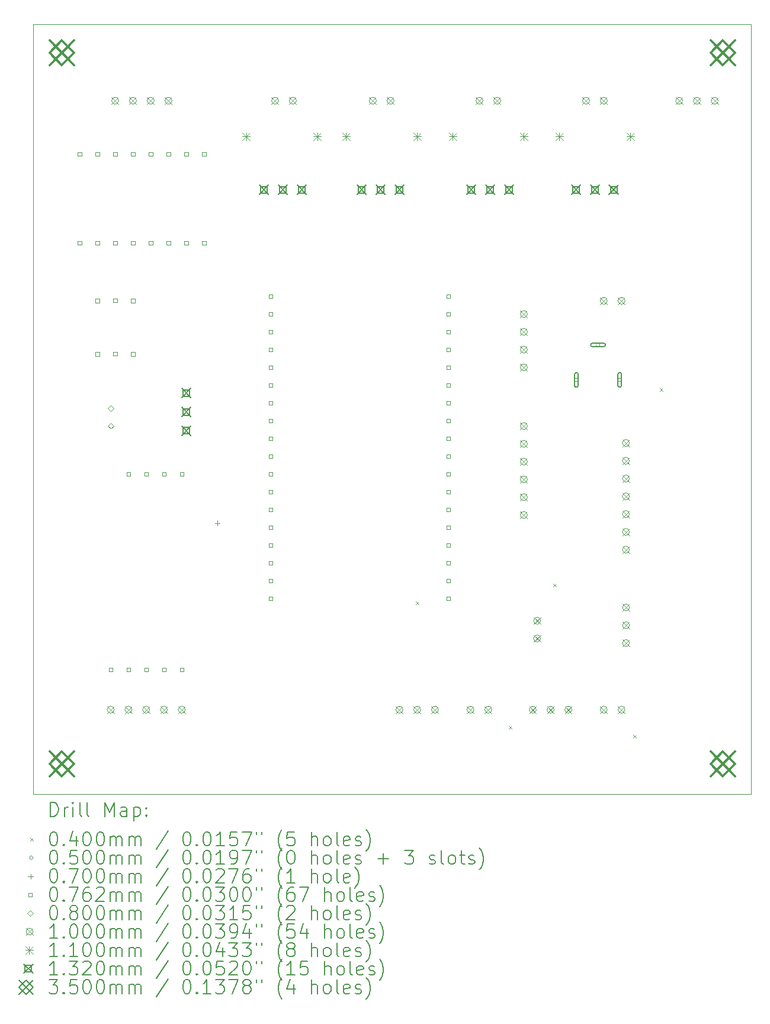
<source format=gbr>
%TF.GenerationSoftware,KiCad,Pcbnew,7.0.1*%
%TF.CreationDate,2023-04-23T09:14:57+12:00*%
%TF.ProjectId,Cocktail PCB,436f636b-7461-4696-9c20-5043422e6b69,rev?*%
%TF.SameCoordinates,Original*%
%TF.FileFunction,Drillmap*%
%TF.FilePolarity,Positive*%
%FSLAX45Y45*%
G04 Gerber Fmt 4.5, Leading zero omitted, Abs format (unit mm)*
G04 Created by KiCad (PCBNEW 7.0.1) date 2023-04-23 09:14:57*
%MOMM*%
%LPD*%
G01*
G04 APERTURE LIST*
%ADD10C,0.100000*%
%ADD11C,0.200000*%
%ADD12C,0.040000*%
%ADD13C,0.050000*%
%ADD14C,0.070000*%
%ADD15C,0.076200*%
%ADD16C,0.080000*%
%ADD17C,0.110000*%
%ADD18C,0.132000*%
%ADD19C,0.350000*%
G04 APERTURE END LIST*
D10*
X10261600Y-2844800D02*
X20523200Y-2844800D01*
X20523200Y-13843000D01*
X10261600Y-13843000D01*
X10261600Y-2844800D01*
D11*
D12*
X15728000Y-11092500D02*
X15768000Y-11132500D01*
X15768000Y-11092500D02*
X15728000Y-11132500D01*
X17061500Y-12870500D02*
X17101500Y-12910500D01*
X17101500Y-12870500D02*
X17061500Y-12910500D01*
X17696500Y-10838500D02*
X17736500Y-10878500D01*
X17736500Y-10838500D02*
X17696500Y-10878500D01*
X18839500Y-12997500D02*
X18879500Y-13037500D01*
X18879500Y-12997500D02*
X18839500Y-13037500D01*
X19220500Y-8044500D02*
X19260500Y-8084500D01*
X19260500Y-8044500D02*
X19220500Y-8084500D01*
D13*
X18048600Y-7924800D02*
G75*
G03*
X18048600Y-7924800I-25000J0D01*
G01*
D11*
X18048600Y-8004800D02*
X18048600Y-7844800D01*
X18048600Y-7844800D02*
G75*
G03*
X17998600Y-7844800I-25000J0D01*
G01*
X17998600Y-7844800D02*
X17998600Y-8004800D01*
X17998600Y-8004800D02*
G75*
G03*
X18048600Y-8004800I25000J0D01*
G01*
D13*
X18358600Y-7424800D02*
G75*
G03*
X18358600Y-7424800I-25000J0D01*
G01*
D11*
X18413600Y-7399800D02*
X18253600Y-7399800D01*
X18253600Y-7399800D02*
G75*
G03*
X18253600Y-7449800I0J-25000D01*
G01*
X18253600Y-7449800D02*
X18413600Y-7449800D01*
X18413600Y-7449800D02*
G75*
G03*
X18413600Y-7399800I0J25000D01*
G01*
D13*
X18668600Y-7924800D02*
G75*
G03*
X18668600Y-7924800I-25000J0D01*
G01*
D11*
X18668600Y-8004800D02*
X18668600Y-7844800D01*
X18668600Y-7844800D02*
G75*
G03*
X18618600Y-7844800I-25000J0D01*
G01*
X18618600Y-7844800D02*
X18618600Y-8004800D01*
X18618600Y-8004800D02*
G75*
G03*
X18668600Y-8004800I25000J0D01*
G01*
D14*
X12890500Y-9934500D02*
X12890500Y-10004500D01*
X12855500Y-9969500D02*
X12925500Y-9969500D01*
D15*
X10948941Y-4725941D02*
X10948941Y-4672059D01*
X10895059Y-4672059D01*
X10895059Y-4725941D01*
X10948941Y-4725941D01*
X10948941Y-5995941D02*
X10948941Y-5942059D01*
X10895059Y-5942059D01*
X10895059Y-5995941D01*
X10948941Y-5995941D01*
X11202941Y-4725941D02*
X11202941Y-4672059D01*
X11149059Y-4672059D01*
X11149059Y-4725941D01*
X11202941Y-4725941D01*
X11202941Y-5995941D02*
X11202941Y-5942059D01*
X11149059Y-5942059D01*
X11149059Y-5995941D01*
X11202941Y-5995941D01*
X11202941Y-6821441D02*
X11202941Y-6767559D01*
X11149059Y-6767559D01*
X11149059Y-6821441D01*
X11202941Y-6821441D01*
X11202941Y-7583441D02*
X11202941Y-7529559D01*
X11149059Y-7529559D01*
X11149059Y-7583441D01*
X11202941Y-7583441D01*
X11393441Y-12091941D02*
X11393441Y-12038059D01*
X11339559Y-12038059D01*
X11339559Y-12091941D01*
X11393441Y-12091941D01*
X11456941Y-4725941D02*
X11456941Y-4672059D01*
X11403059Y-4672059D01*
X11403059Y-4725941D01*
X11456941Y-4725941D01*
X11456941Y-5995941D02*
X11456941Y-5942059D01*
X11403059Y-5942059D01*
X11403059Y-5995941D01*
X11456941Y-5995941D01*
X11456941Y-6817441D02*
X11456941Y-6763559D01*
X11403059Y-6763559D01*
X11403059Y-6817441D01*
X11456941Y-6817441D01*
X11456941Y-7579441D02*
X11456941Y-7525559D01*
X11403059Y-7525559D01*
X11403059Y-7579441D01*
X11456941Y-7579441D01*
X11647441Y-9297941D02*
X11647441Y-9244059D01*
X11593559Y-9244059D01*
X11593559Y-9297941D01*
X11647441Y-9297941D01*
X11647441Y-12091941D02*
X11647441Y-12038059D01*
X11593559Y-12038059D01*
X11593559Y-12091941D01*
X11647441Y-12091941D01*
X11710941Y-4725941D02*
X11710941Y-4672059D01*
X11657059Y-4672059D01*
X11657059Y-4725941D01*
X11710941Y-4725941D01*
X11710941Y-5995941D02*
X11710941Y-5942059D01*
X11657059Y-5942059D01*
X11657059Y-5995941D01*
X11710941Y-5995941D01*
X11710941Y-6821441D02*
X11710941Y-6767559D01*
X11657059Y-6767559D01*
X11657059Y-6821441D01*
X11710941Y-6821441D01*
X11710941Y-7583441D02*
X11710941Y-7529559D01*
X11657059Y-7529559D01*
X11657059Y-7583441D01*
X11710941Y-7583441D01*
X11901441Y-9297941D02*
X11901441Y-9244059D01*
X11847559Y-9244059D01*
X11847559Y-9297941D01*
X11901441Y-9297941D01*
X11901441Y-12091941D02*
X11901441Y-12038059D01*
X11847559Y-12038059D01*
X11847559Y-12091941D01*
X11901441Y-12091941D01*
X11964941Y-4725941D02*
X11964941Y-4672059D01*
X11911059Y-4672059D01*
X11911059Y-4725941D01*
X11964941Y-4725941D01*
X11964941Y-5995941D02*
X11964941Y-5942059D01*
X11911059Y-5942059D01*
X11911059Y-5995941D01*
X11964941Y-5995941D01*
X12155441Y-9297941D02*
X12155441Y-9244059D01*
X12101559Y-9244059D01*
X12101559Y-9297941D01*
X12155441Y-9297941D01*
X12155441Y-12091941D02*
X12155441Y-12038059D01*
X12101559Y-12038059D01*
X12101559Y-12091941D01*
X12155441Y-12091941D01*
X12218941Y-4725941D02*
X12218941Y-4672059D01*
X12165059Y-4672059D01*
X12165059Y-4725941D01*
X12218941Y-4725941D01*
X12218941Y-5995941D02*
X12218941Y-5942059D01*
X12165059Y-5942059D01*
X12165059Y-5995941D01*
X12218941Y-5995941D01*
X12409441Y-9297941D02*
X12409441Y-9244059D01*
X12355559Y-9244059D01*
X12355559Y-9297941D01*
X12409441Y-9297941D01*
X12409441Y-12091941D02*
X12409441Y-12038059D01*
X12355559Y-12038059D01*
X12355559Y-12091941D01*
X12409441Y-12091941D01*
X12472941Y-4725941D02*
X12472941Y-4672059D01*
X12419059Y-4672059D01*
X12419059Y-4725941D01*
X12472941Y-4725941D01*
X12472941Y-5995941D02*
X12472941Y-5942059D01*
X12419059Y-5942059D01*
X12419059Y-5995941D01*
X12472941Y-5995941D01*
X12726941Y-4725941D02*
X12726941Y-4672059D01*
X12673059Y-4672059D01*
X12673059Y-4725941D01*
X12726941Y-4725941D01*
X12726941Y-5995941D02*
X12726941Y-5942059D01*
X12673059Y-5942059D01*
X12673059Y-5995941D01*
X12726941Y-5995941D01*
X13679441Y-6757941D02*
X13679441Y-6704059D01*
X13625559Y-6704059D01*
X13625559Y-6757941D01*
X13679441Y-6757941D01*
X13679441Y-7011941D02*
X13679441Y-6958059D01*
X13625559Y-6958059D01*
X13625559Y-7011941D01*
X13679441Y-7011941D01*
X13679441Y-7265941D02*
X13679441Y-7212059D01*
X13625559Y-7212059D01*
X13625559Y-7265941D01*
X13679441Y-7265941D01*
X13679441Y-7519941D02*
X13679441Y-7466059D01*
X13625559Y-7466059D01*
X13625559Y-7519941D01*
X13679441Y-7519941D01*
X13679441Y-7773941D02*
X13679441Y-7720059D01*
X13625559Y-7720059D01*
X13625559Y-7773941D01*
X13679441Y-7773941D01*
X13679441Y-8027941D02*
X13679441Y-7974059D01*
X13625559Y-7974059D01*
X13625559Y-8027941D01*
X13679441Y-8027941D01*
X13679441Y-8281941D02*
X13679441Y-8228059D01*
X13625559Y-8228059D01*
X13625559Y-8281941D01*
X13679441Y-8281941D01*
X13679441Y-8535941D02*
X13679441Y-8482059D01*
X13625559Y-8482059D01*
X13625559Y-8535941D01*
X13679441Y-8535941D01*
X13679441Y-8789941D02*
X13679441Y-8736059D01*
X13625559Y-8736059D01*
X13625559Y-8789941D01*
X13679441Y-8789941D01*
X13679441Y-9043941D02*
X13679441Y-8990059D01*
X13625559Y-8990059D01*
X13625559Y-9043941D01*
X13679441Y-9043941D01*
X13679441Y-9297941D02*
X13679441Y-9244059D01*
X13625559Y-9244059D01*
X13625559Y-9297941D01*
X13679441Y-9297941D01*
X13679441Y-9551941D02*
X13679441Y-9498059D01*
X13625559Y-9498059D01*
X13625559Y-9551941D01*
X13679441Y-9551941D01*
X13679441Y-9805941D02*
X13679441Y-9752059D01*
X13625559Y-9752059D01*
X13625559Y-9805941D01*
X13679441Y-9805941D01*
X13679441Y-10059941D02*
X13679441Y-10006059D01*
X13625559Y-10006059D01*
X13625559Y-10059941D01*
X13679441Y-10059941D01*
X13679441Y-10313941D02*
X13679441Y-10260059D01*
X13625559Y-10260059D01*
X13625559Y-10313941D01*
X13679441Y-10313941D01*
X13679441Y-10567941D02*
X13679441Y-10514059D01*
X13625559Y-10514059D01*
X13625559Y-10567941D01*
X13679441Y-10567941D01*
X13679441Y-10821941D02*
X13679441Y-10768059D01*
X13625559Y-10768059D01*
X13625559Y-10821941D01*
X13679441Y-10821941D01*
X13679441Y-11075941D02*
X13679441Y-11022059D01*
X13625559Y-11022059D01*
X13625559Y-11075941D01*
X13679441Y-11075941D01*
X16219441Y-6757941D02*
X16219441Y-6704059D01*
X16165559Y-6704059D01*
X16165559Y-6757941D01*
X16219441Y-6757941D01*
X16219441Y-7011941D02*
X16219441Y-6958059D01*
X16165559Y-6958059D01*
X16165559Y-7011941D01*
X16219441Y-7011941D01*
X16219441Y-7265941D02*
X16219441Y-7212059D01*
X16165559Y-7212059D01*
X16165559Y-7265941D01*
X16219441Y-7265941D01*
X16219441Y-7519941D02*
X16219441Y-7466059D01*
X16165559Y-7466059D01*
X16165559Y-7519941D01*
X16219441Y-7519941D01*
X16219441Y-7773941D02*
X16219441Y-7720059D01*
X16165559Y-7720059D01*
X16165559Y-7773941D01*
X16219441Y-7773941D01*
X16219441Y-8027941D02*
X16219441Y-7974059D01*
X16165559Y-7974059D01*
X16165559Y-8027941D01*
X16219441Y-8027941D01*
X16219441Y-8281941D02*
X16219441Y-8228059D01*
X16165559Y-8228059D01*
X16165559Y-8281941D01*
X16219441Y-8281941D01*
X16219441Y-8535941D02*
X16219441Y-8482059D01*
X16165559Y-8482059D01*
X16165559Y-8535941D01*
X16219441Y-8535941D01*
X16219441Y-8789941D02*
X16219441Y-8736059D01*
X16165559Y-8736059D01*
X16165559Y-8789941D01*
X16219441Y-8789941D01*
X16219441Y-9043941D02*
X16219441Y-8990059D01*
X16165559Y-8990059D01*
X16165559Y-9043941D01*
X16219441Y-9043941D01*
X16219441Y-9297941D02*
X16219441Y-9244059D01*
X16165559Y-9244059D01*
X16165559Y-9297941D01*
X16219441Y-9297941D01*
X16219441Y-9551941D02*
X16219441Y-9498059D01*
X16165559Y-9498059D01*
X16165559Y-9551941D01*
X16219441Y-9551941D01*
X16219441Y-10059941D02*
X16219441Y-10006059D01*
X16165559Y-10006059D01*
X16165559Y-10059941D01*
X16219441Y-10059941D01*
X16219441Y-10313941D02*
X16219441Y-10260059D01*
X16165559Y-10260059D01*
X16165559Y-10313941D01*
X16219441Y-10313941D01*
X16219441Y-10567941D02*
X16219441Y-10514059D01*
X16165559Y-10514059D01*
X16165559Y-10567941D01*
X16219441Y-10567941D01*
X16219441Y-10821941D02*
X16219441Y-10768059D01*
X16165559Y-10768059D01*
X16165559Y-10821941D01*
X16219441Y-10821941D01*
X16219441Y-11075941D02*
X16219441Y-11022059D01*
X16165559Y-11022059D01*
X16165559Y-11075941D01*
X16219441Y-11075941D01*
X16220303Y-9805941D02*
X16220303Y-9752059D01*
X16166421Y-9752059D01*
X16166421Y-9805941D01*
X16220303Y-9805941D01*
D16*
X11366500Y-8371200D02*
X11406500Y-8331200D01*
X11366500Y-8291200D01*
X11326500Y-8331200D01*
X11366500Y-8371200D01*
X11366500Y-8621200D02*
X11406500Y-8581200D01*
X11366500Y-8541200D01*
X11326500Y-8581200D01*
X11366500Y-8621200D01*
D10*
X11316500Y-12586500D02*
X11416500Y-12686500D01*
X11416500Y-12586500D02*
X11316500Y-12686500D01*
X11416500Y-12636500D02*
G75*
G03*
X11416500Y-12636500I-50000J0D01*
G01*
X11380000Y-3887000D02*
X11480000Y-3987000D01*
X11480000Y-3887000D02*
X11380000Y-3987000D01*
X11480000Y-3937000D02*
G75*
G03*
X11480000Y-3937000I-50000J0D01*
G01*
X11570500Y-12586500D02*
X11670500Y-12686500D01*
X11670500Y-12586500D02*
X11570500Y-12686500D01*
X11670500Y-12636500D02*
G75*
G03*
X11670500Y-12636500I-50000J0D01*
G01*
X11634000Y-3887000D02*
X11734000Y-3987000D01*
X11734000Y-3887000D02*
X11634000Y-3987000D01*
X11734000Y-3937000D02*
G75*
G03*
X11734000Y-3937000I-50000J0D01*
G01*
X11824500Y-12586500D02*
X11924500Y-12686500D01*
X11924500Y-12586500D02*
X11824500Y-12686500D01*
X11924500Y-12636500D02*
G75*
G03*
X11924500Y-12636500I-50000J0D01*
G01*
X11888000Y-3887000D02*
X11988000Y-3987000D01*
X11988000Y-3887000D02*
X11888000Y-3987000D01*
X11988000Y-3937000D02*
G75*
G03*
X11988000Y-3937000I-50000J0D01*
G01*
X12078500Y-12586500D02*
X12178500Y-12686500D01*
X12178500Y-12586500D02*
X12078500Y-12686500D01*
X12178500Y-12636500D02*
G75*
G03*
X12178500Y-12636500I-50000J0D01*
G01*
X12142000Y-3887000D02*
X12242000Y-3987000D01*
X12242000Y-3887000D02*
X12142000Y-3987000D01*
X12242000Y-3937000D02*
G75*
G03*
X12242000Y-3937000I-50000J0D01*
G01*
X12332500Y-12586500D02*
X12432500Y-12686500D01*
X12432500Y-12586500D02*
X12332500Y-12686500D01*
X12432500Y-12636500D02*
G75*
G03*
X12432500Y-12636500I-50000J0D01*
G01*
X13666000Y-3887000D02*
X13766000Y-3987000D01*
X13766000Y-3887000D02*
X13666000Y-3987000D01*
X13766000Y-3937000D02*
G75*
G03*
X13766000Y-3937000I-50000J0D01*
G01*
X13920000Y-3887000D02*
X14020000Y-3987000D01*
X14020000Y-3887000D02*
X13920000Y-3987000D01*
X14020000Y-3937000D02*
G75*
G03*
X14020000Y-3937000I-50000J0D01*
G01*
X15063000Y-3887000D02*
X15163000Y-3987000D01*
X15163000Y-3887000D02*
X15063000Y-3987000D01*
X15163000Y-3937000D02*
G75*
G03*
X15163000Y-3937000I-50000J0D01*
G01*
X15317000Y-3887000D02*
X15417000Y-3987000D01*
X15417000Y-3887000D02*
X15317000Y-3987000D01*
X15417000Y-3937000D02*
G75*
G03*
X15417000Y-3937000I-50000J0D01*
G01*
X15444000Y-12586500D02*
X15544000Y-12686500D01*
X15544000Y-12586500D02*
X15444000Y-12686500D01*
X15544000Y-12636500D02*
G75*
G03*
X15544000Y-12636500I-50000J0D01*
G01*
X15698000Y-12586500D02*
X15798000Y-12686500D01*
X15798000Y-12586500D02*
X15698000Y-12686500D01*
X15798000Y-12636500D02*
G75*
G03*
X15798000Y-12636500I-50000J0D01*
G01*
X15952000Y-12586500D02*
X16052000Y-12686500D01*
X16052000Y-12586500D02*
X15952000Y-12686500D01*
X16052000Y-12636500D02*
G75*
G03*
X16052000Y-12636500I-50000J0D01*
G01*
X16460000Y-12586500D02*
X16560000Y-12686500D01*
X16560000Y-12586500D02*
X16460000Y-12686500D01*
X16560000Y-12636500D02*
G75*
G03*
X16560000Y-12636500I-50000J0D01*
G01*
X16587000Y-3887000D02*
X16687000Y-3987000D01*
X16687000Y-3887000D02*
X16587000Y-3987000D01*
X16687000Y-3937000D02*
G75*
G03*
X16687000Y-3937000I-50000J0D01*
G01*
X16714000Y-12586500D02*
X16814000Y-12686500D01*
X16814000Y-12586500D02*
X16714000Y-12686500D01*
X16814000Y-12636500D02*
G75*
G03*
X16814000Y-12636500I-50000J0D01*
G01*
X16841000Y-3887000D02*
X16941000Y-3987000D01*
X16941000Y-3887000D02*
X16841000Y-3987000D01*
X16941000Y-3937000D02*
G75*
G03*
X16941000Y-3937000I-50000J0D01*
G01*
X17222000Y-6935000D02*
X17322000Y-7035000D01*
X17322000Y-6935000D02*
X17222000Y-7035000D01*
X17322000Y-6985000D02*
G75*
G03*
X17322000Y-6985000I-50000J0D01*
G01*
X17222000Y-7189000D02*
X17322000Y-7289000D01*
X17322000Y-7189000D02*
X17222000Y-7289000D01*
X17322000Y-7239000D02*
G75*
G03*
X17322000Y-7239000I-50000J0D01*
G01*
X17222000Y-7443000D02*
X17322000Y-7543000D01*
X17322000Y-7443000D02*
X17222000Y-7543000D01*
X17322000Y-7493000D02*
G75*
G03*
X17322000Y-7493000I-50000J0D01*
G01*
X17222000Y-7697000D02*
X17322000Y-7797000D01*
X17322000Y-7697000D02*
X17222000Y-7797000D01*
X17322000Y-7747000D02*
G75*
G03*
X17322000Y-7747000I-50000J0D01*
G01*
X17222000Y-8535200D02*
X17322000Y-8635200D01*
X17322000Y-8535200D02*
X17222000Y-8635200D01*
X17322000Y-8585200D02*
G75*
G03*
X17322000Y-8585200I-50000J0D01*
G01*
X17222000Y-8789200D02*
X17322000Y-8889200D01*
X17322000Y-8789200D02*
X17222000Y-8889200D01*
X17322000Y-8839200D02*
G75*
G03*
X17322000Y-8839200I-50000J0D01*
G01*
X17222000Y-9043200D02*
X17322000Y-9143200D01*
X17322000Y-9043200D02*
X17222000Y-9143200D01*
X17322000Y-9093200D02*
G75*
G03*
X17322000Y-9093200I-50000J0D01*
G01*
X17222000Y-9297200D02*
X17322000Y-9397200D01*
X17322000Y-9297200D02*
X17222000Y-9397200D01*
X17322000Y-9347200D02*
G75*
G03*
X17322000Y-9347200I-50000J0D01*
G01*
X17222000Y-9551200D02*
X17322000Y-9651200D01*
X17322000Y-9551200D02*
X17222000Y-9651200D01*
X17322000Y-9601200D02*
G75*
G03*
X17322000Y-9601200I-50000J0D01*
G01*
X17222000Y-9805200D02*
X17322000Y-9905200D01*
X17322000Y-9805200D02*
X17222000Y-9905200D01*
X17322000Y-9855200D02*
G75*
G03*
X17322000Y-9855200I-50000J0D01*
G01*
X17350500Y-12586500D02*
X17450500Y-12686500D01*
X17450500Y-12586500D02*
X17350500Y-12686500D01*
X17450500Y-12636500D02*
G75*
G03*
X17450500Y-12636500I-50000J0D01*
G01*
X17412500Y-11316000D02*
X17512500Y-11416000D01*
X17512500Y-11316000D02*
X17412500Y-11416000D01*
X17512500Y-11366000D02*
G75*
G03*
X17512500Y-11366000I-50000J0D01*
G01*
X17412500Y-11570000D02*
X17512500Y-11670000D01*
X17512500Y-11570000D02*
X17412500Y-11670000D01*
X17512500Y-11620000D02*
G75*
G03*
X17512500Y-11620000I-50000J0D01*
G01*
X17604500Y-12586500D02*
X17704500Y-12686500D01*
X17704500Y-12586500D02*
X17604500Y-12686500D01*
X17704500Y-12636500D02*
G75*
G03*
X17704500Y-12636500I-50000J0D01*
G01*
X17858500Y-12586500D02*
X17958500Y-12686500D01*
X17958500Y-12586500D02*
X17858500Y-12686500D01*
X17958500Y-12636500D02*
G75*
G03*
X17958500Y-12636500I-50000J0D01*
G01*
X18111000Y-3887000D02*
X18211000Y-3987000D01*
X18211000Y-3887000D02*
X18111000Y-3987000D01*
X18211000Y-3937000D02*
G75*
G03*
X18211000Y-3937000I-50000J0D01*
G01*
X18364500Y-12586500D02*
X18464500Y-12686500D01*
X18464500Y-12586500D02*
X18364500Y-12686500D01*
X18464500Y-12636500D02*
G75*
G03*
X18464500Y-12636500I-50000J0D01*
G01*
X18365000Y-3887000D02*
X18465000Y-3987000D01*
X18465000Y-3887000D02*
X18365000Y-3987000D01*
X18465000Y-3937000D02*
G75*
G03*
X18465000Y-3937000I-50000J0D01*
G01*
X18365000Y-6744500D02*
X18465000Y-6844500D01*
X18465000Y-6744500D02*
X18365000Y-6844500D01*
X18465000Y-6794500D02*
G75*
G03*
X18465000Y-6794500I-50000J0D01*
G01*
X18618500Y-12586500D02*
X18718500Y-12686500D01*
X18718500Y-12586500D02*
X18618500Y-12686500D01*
X18718500Y-12636500D02*
G75*
G03*
X18718500Y-12636500I-50000J0D01*
G01*
X18619000Y-6744500D02*
X18719000Y-6844500D01*
X18719000Y-6744500D02*
X18619000Y-6844500D01*
X18719000Y-6794500D02*
G75*
G03*
X18719000Y-6794500I-50000J0D01*
G01*
X18682500Y-8776500D02*
X18782500Y-8876500D01*
X18782500Y-8776500D02*
X18682500Y-8876500D01*
X18782500Y-8826500D02*
G75*
G03*
X18782500Y-8826500I-50000J0D01*
G01*
X18682500Y-9030500D02*
X18782500Y-9130500D01*
X18782500Y-9030500D02*
X18682500Y-9130500D01*
X18782500Y-9080500D02*
G75*
G03*
X18782500Y-9080500I-50000J0D01*
G01*
X18682500Y-9284500D02*
X18782500Y-9384500D01*
X18782500Y-9284500D02*
X18682500Y-9384500D01*
X18782500Y-9334500D02*
G75*
G03*
X18782500Y-9334500I-50000J0D01*
G01*
X18682500Y-9538500D02*
X18782500Y-9638500D01*
X18782500Y-9538500D02*
X18682500Y-9638500D01*
X18782500Y-9588500D02*
G75*
G03*
X18782500Y-9588500I-50000J0D01*
G01*
X18682500Y-9792500D02*
X18782500Y-9892500D01*
X18782500Y-9792500D02*
X18682500Y-9892500D01*
X18782500Y-9842500D02*
G75*
G03*
X18782500Y-9842500I-50000J0D01*
G01*
X18682500Y-10046500D02*
X18782500Y-10146500D01*
X18782500Y-10046500D02*
X18682500Y-10146500D01*
X18782500Y-10096500D02*
G75*
G03*
X18782500Y-10096500I-50000J0D01*
G01*
X18682500Y-10300500D02*
X18782500Y-10400500D01*
X18782500Y-10300500D02*
X18682500Y-10400500D01*
X18782500Y-10350500D02*
G75*
G03*
X18782500Y-10350500I-50000J0D01*
G01*
X18682500Y-11126000D02*
X18782500Y-11226000D01*
X18782500Y-11126000D02*
X18682500Y-11226000D01*
X18782500Y-11176000D02*
G75*
G03*
X18782500Y-11176000I-50000J0D01*
G01*
X18682500Y-11380000D02*
X18782500Y-11480000D01*
X18782500Y-11380000D02*
X18682500Y-11480000D01*
X18782500Y-11430000D02*
G75*
G03*
X18782500Y-11430000I-50000J0D01*
G01*
X18682500Y-11634000D02*
X18782500Y-11734000D01*
X18782500Y-11634000D02*
X18682500Y-11734000D01*
X18782500Y-11684000D02*
G75*
G03*
X18782500Y-11684000I-50000J0D01*
G01*
X19443000Y-3887000D02*
X19543000Y-3987000D01*
X19543000Y-3887000D02*
X19443000Y-3987000D01*
X19543000Y-3937000D02*
G75*
G03*
X19543000Y-3937000I-50000J0D01*
G01*
X19697000Y-3887000D02*
X19797000Y-3987000D01*
X19797000Y-3887000D02*
X19697000Y-3987000D01*
X19797000Y-3937000D02*
G75*
G03*
X19797000Y-3937000I-50000J0D01*
G01*
X19951000Y-3887000D02*
X20051000Y-3987000D01*
X20051000Y-3887000D02*
X19951000Y-3987000D01*
X20051000Y-3937000D02*
G75*
G03*
X20051000Y-3937000I-50000J0D01*
G01*
D17*
X13248000Y-4390000D02*
X13358000Y-4500000D01*
X13358000Y-4390000D02*
X13248000Y-4500000D01*
X13303000Y-4390000D02*
X13303000Y-4500000D01*
X13248000Y-4445000D02*
X13358000Y-4445000D01*
X14264000Y-4390000D02*
X14374000Y-4500000D01*
X14374000Y-4390000D02*
X14264000Y-4500000D01*
X14319000Y-4390000D02*
X14319000Y-4500000D01*
X14264000Y-4445000D02*
X14374000Y-4445000D01*
X14677000Y-4390000D02*
X14787000Y-4500000D01*
X14787000Y-4390000D02*
X14677000Y-4500000D01*
X14732000Y-4390000D02*
X14732000Y-4500000D01*
X14677000Y-4445000D02*
X14787000Y-4445000D01*
X15693000Y-4390000D02*
X15803000Y-4500000D01*
X15803000Y-4390000D02*
X15693000Y-4500000D01*
X15748000Y-4390000D02*
X15748000Y-4500000D01*
X15693000Y-4445000D02*
X15803000Y-4445000D01*
X16201000Y-4390000D02*
X16311000Y-4500000D01*
X16311000Y-4390000D02*
X16201000Y-4500000D01*
X16256000Y-4390000D02*
X16256000Y-4500000D01*
X16201000Y-4445000D02*
X16311000Y-4445000D01*
X17217000Y-4390000D02*
X17327000Y-4500000D01*
X17327000Y-4390000D02*
X17217000Y-4500000D01*
X17272000Y-4390000D02*
X17272000Y-4500000D01*
X17217000Y-4445000D02*
X17327000Y-4445000D01*
X17725000Y-4390000D02*
X17835000Y-4500000D01*
X17835000Y-4390000D02*
X17725000Y-4500000D01*
X17780000Y-4390000D02*
X17780000Y-4500000D01*
X17725000Y-4445000D02*
X17835000Y-4445000D01*
X18741000Y-4390000D02*
X18851000Y-4500000D01*
X18851000Y-4390000D02*
X18741000Y-4500000D01*
X18796000Y-4390000D02*
X18796000Y-4500000D01*
X18741000Y-4445000D02*
X18851000Y-4445000D01*
D18*
X12380000Y-8046000D02*
X12512000Y-8178000D01*
X12512000Y-8046000D02*
X12380000Y-8178000D01*
X12492669Y-8158669D02*
X12492669Y-8065330D01*
X12399330Y-8065330D01*
X12399330Y-8158669D01*
X12492669Y-8158669D01*
X12380000Y-8316000D02*
X12512000Y-8448000D01*
X12512000Y-8316000D02*
X12380000Y-8448000D01*
X12492669Y-8428670D02*
X12492669Y-8335330D01*
X12399330Y-8335330D01*
X12399330Y-8428670D01*
X12492669Y-8428670D01*
X12380000Y-8586000D02*
X12512000Y-8718000D01*
X12512000Y-8586000D02*
X12380000Y-8718000D01*
X12492669Y-8698670D02*
X12492669Y-8605331D01*
X12399330Y-8605331D01*
X12399330Y-8698670D01*
X12492669Y-8698670D01*
X13491000Y-5141000D02*
X13623000Y-5273000D01*
X13623000Y-5141000D02*
X13491000Y-5273000D01*
X13603669Y-5253670D02*
X13603669Y-5160331D01*
X13510330Y-5160331D01*
X13510330Y-5253670D01*
X13603669Y-5253670D01*
X13761000Y-5141000D02*
X13893000Y-5273000D01*
X13893000Y-5141000D02*
X13761000Y-5273000D01*
X13873669Y-5253670D02*
X13873669Y-5160331D01*
X13780330Y-5160331D01*
X13780330Y-5253670D01*
X13873669Y-5253670D01*
X14031000Y-5141000D02*
X14163000Y-5273000D01*
X14163000Y-5141000D02*
X14031000Y-5273000D01*
X14143669Y-5253670D02*
X14143669Y-5160331D01*
X14050330Y-5160331D01*
X14050330Y-5253670D01*
X14143669Y-5253670D01*
X14888000Y-5141000D02*
X15020000Y-5273000D01*
X15020000Y-5141000D02*
X14888000Y-5273000D01*
X15000669Y-5253670D02*
X15000669Y-5160331D01*
X14907330Y-5160331D01*
X14907330Y-5253670D01*
X15000669Y-5253670D01*
X15158000Y-5141000D02*
X15290000Y-5273000D01*
X15290000Y-5141000D02*
X15158000Y-5273000D01*
X15270669Y-5253670D02*
X15270669Y-5160331D01*
X15177330Y-5160331D01*
X15177330Y-5253670D01*
X15270669Y-5253670D01*
X15428000Y-5141000D02*
X15560000Y-5273000D01*
X15560000Y-5141000D02*
X15428000Y-5273000D01*
X15540669Y-5253670D02*
X15540669Y-5160331D01*
X15447330Y-5160331D01*
X15447330Y-5253670D01*
X15540669Y-5253670D01*
X16455000Y-5141000D02*
X16587000Y-5273000D01*
X16587000Y-5141000D02*
X16455000Y-5273000D01*
X16567669Y-5253670D02*
X16567669Y-5160331D01*
X16474330Y-5160331D01*
X16474330Y-5253670D01*
X16567669Y-5253670D01*
X16725000Y-5141000D02*
X16857000Y-5273000D01*
X16857000Y-5141000D02*
X16725000Y-5273000D01*
X16837670Y-5253670D02*
X16837670Y-5160331D01*
X16744330Y-5160331D01*
X16744330Y-5253670D01*
X16837670Y-5253670D01*
X16995000Y-5141000D02*
X17127000Y-5273000D01*
X17127000Y-5141000D02*
X16995000Y-5273000D01*
X17107670Y-5253670D02*
X17107670Y-5160331D01*
X17014331Y-5160331D01*
X17014331Y-5253670D01*
X17107670Y-5253670D01*
X17952000Y-5141000D02*
X18084000Y-5273000D01*
X18084000Y-5141000D02*
X17952000Y-5273000D01*
X18064670Y-5253670D02*
X18064670Y-5160331D01*
X17971331Y-5160331D01*
X17971331Y-5253670D01*
X18064670Y-5253670D01*
X18222000Y-5141000D02*
X18354000Y-5273000D01*
X18354000Y-5141000D02*
X18222000Y-5273000D01*
X18334670Y-5253670D02*
X18334670Y-5160331D01*
X18241331Y-5160331D01*
X18241331Y-5253670D01*
X18334670Y-5253670D01*
X18492000Y-5141000D02*
X18624000Y-5273000D01*
X18624000Y-5141000D02*
X18492000Y-5273000D01*
X18604670Y-5253670D02*
X18604670Y-5160331D01*
X18511331Y-5160331D01*
X18511331Y-5253670D01*
X18604670Y-5253670D01*
D19*
X10493000Y-3076200D02*
X10843000Y-3426200D01*
X10843000Y-3076200D02*
X10493000Y-3426200D01*
X10668000Y-3426200D02*
X10843000Y-3251200D01*
X10668000Y-3076200D01*
X10493000Y-3251200D01*
X10668000Y-3426200D01*
X10493000Y-13236200D02*
X10843000Y-13586200D01*
X10843000Y-13236200D02*
X10493000Y-13586200D01*
X10668000Y-13586200D02*
X10843000Y-13411200D01*
X10668000Y-13236200D01*
X10493000Y-13411200D01*
X10668000Y-13586200D01*
X19941800Y-3076200D02*
X20291800Y-3426200D01*
X20291800Y-3076200D02*
X19941800Y-3426200D01*
X20116800Y-3426200D02*
X20291800Y-3251200D01*
X20116800Y-3076200D01*
X19941800Y-3251200D01*
X20116800Y-3426200D01*
X19941800Y-13236200D02*
X20291800Y-13586200D01*
X20291800Y-13236200D02*
X19941800Y-13586200D01*
X20116800Y-13586200D02*
X20291800Y-13411200D01*
X20116800Y-13236200D01*
X19941800Y-13411200D01*
X20116800Y-13586200D01*
D11*
X10504219Y-14160524D02*
X10504219Y-13960524D01*
X10504219Y-13960524D02*
X10551838Y-13960524D01*
X10551838Y-13960524D02*
X10580410Y-13970048D01*
X10580410Y-13970048D02*
X10599457Y-13989095D01*
X10599457Y-13989095D02*
X10608981Y-14008143D01*
X10608981Y-14008143D02*
X10618505Y-14046238D01*
X10618505Y-14046238D02*
X10618505Y-14074809D01*
X10618505Y-14074809D02*
X10608981Y-14112905D01*
X10608981Y-14112905D02*
X10599457Y-14131952D01*
X10599457Y-14131952D02*
X10580410Y-14151000D01*
X10580410Y-14151000D02*
X10551838Y-14160524D01*
X10551838Y-14160524D02*
X10504219Y-14160524D01*
X10704219Y-14160524D02*
X10704219Y-14027190D01*
X10704219Y-14065286D02*
X10713743Y-14046238D01*
X10713743Y-14046238D02*
X10723267Y-14036714D01*
X10723267Y-14036714D02*
X10742314Y-14027190D01*
X10742314Y-14027190D02*
X10761362Y-14027190D01*
X10828029Y-14160524D02*
X10828029Y-14027190D01*
X10828029Y-13960524D02*
X10818505Y-13970048D01*
X10818505Y-13970048D02*
X10828029Y-13979571D01*
X10828029Y-13979571D02*
X10837552Y-13970048D01*
X10837552Y-13970048D02*
X10828029Y-13960524D01*
X10828029Y-13960524D02*
X10828029Y-13979571D01*
X10951838Y-14160524D02*
X10932790Y-14151000D01*
X10932790Y-14151000D02*
X10923267Y-14131952D01*
X10923267Y-14131952D02*
X10923267Y-13960524D01*
X11056600Y-14160524D02*
X11037552Y-14151000D01*
X11037552Y-14151000D02*
X11028029Y-14131952D01*
X11028029Y-14131952D02*
X11028029Y-13960524D01*
X11285171Y-14160524D02*
X11285171Y-13960524D01*
X11285171Y-13960524D02*
X11351838Y-14103381D01*
X11351838Y-14103381D02*
X11418505Y-13960524D01*
X11418505Y-13960524D02*
X11418505Y-14160524D01*
X11599457Y-14160524D02*
X11599457Y-14055762D01*
X11599457Y-14055762D02*
X11589933Y-14036714D01*
X11589933Y-14036714D02*
X11570886Y-14027190D01*
X11570886Y-14027190D02*
X11532790Y-14027190D01*
X11532790Y-14027190D02*
X11513743Y-14036714D01*
X11599457Y-14151000D02*
X11580409Y-14160524D01*
X11580409Y-14160524D02*
X11532790Y-14160524D01*
X11532790Y-14160524D02*
X11513743Y-14151000D01*
X11513743Y-14151000D02*
X11504219Y-14131952D01*
X11504219Y-14131952D02*
X11504219Y-14112905D01*
X11504219Y-14112905D02*
X11513743Y-14093857D01*
X11513743Y-14093857D02*
X11532790Y-14084333D01*
X11532790Y-14084333D02*
X11580409Y-14084333D01*
X11580409Y-14084333D02*
X11599457Y-14074809D01*
X11694695Y-14027190D02*
X11694695Y-14227190D01*
X11694695Y-14036714D02*
X11713743Y-14027190D01*
X11713743Y-14027190D02*
X11751838Y-14027190D01*
X11751838Y-14027190D02*
X11770886Y-14036714D01*
X11770886Y-14036714D02*
X11780409Y-14046238D01*
X11780409Y-14046238D02*
X11789933Y-14065286D01*
X11789933Y-14065286D02*
X11789933Y-14122428D01*
X11789933Y-14122428D02*
X11780409Y-14141476D01*
X11780409Y-14141476D02*
X11770886Y-14151000D01*
X11770886Y-14151000D02*
X11751838Y-14160524D01*
X11751838Y-14160524D02*
X11713743Y-14160524D01*
X11713743Y-14160524D02*
X11694695Y-14151000D01*
X11875648Y-14141476D02*
X11885171Y-14151000D01*
X11885171Y-14151000D02*
X11875648Y-14160524D01*
X11875648Y-14160524D02*
X11866124Y-14151000D01*
X11866124Y-14151000D02*
X11875648Y-14141476D01*
X11875648Y-14141476D02*
X11875648Y-14160524D01*
X11875648Y-14036714D02*
X11885171Y-14046238D01*
X11885171Y-14046238D02*
X11875648Y-14055762D01*
X11875648Y-14055762D02*
X11866124Y-14046238D01*
X11866124Y-14046238D02*
X11875648Y-14036714D01*
X11875648Y-14036714D02*
X11875648Y-14055762D01*
D12*
X10216600Y-14468000D02*
X10256600Y-14508000D01*
X10256600Y-14468000D02*
X10216600Y-14508000D01*
D11*
X10542314Y-14380524D02*
X10561362Y-14380524D01*
X10561362Y-14380524D02*
X10580410Y-14390048D01*
X10580410Y-14390048D02*
X10589933Y-14399571D01*
X10589933Y-14399571D02*
X10599457Y-14418619D01*
X10599457Y-14418619D02*
X10608981Y-14456714D01*
X10608981Y-14456714D02*
X10608981Y-14504333D01*
X10608981Y-14504333D02*
X10599457Y-14542428D01*
X10599457Y-14542428D02*
X10589933Y-14561476D01*
X10589933Y-14561476D02*
X10580410Y-14571000D01*
X10580410Y-14571000D02*
X10561362Y-14580524D01*
X10561362Y-14580524D02*
X10542314Y-14580524D01*
X10542314Y-14580524D02*
X10523267Y-14571000D01*
X10523267Y-14571000D02*
X10513743Y-14561476D01*
X10513743Y-14561476D02*
X10504219Y-14542428D01*
X10504219Y-14542428D02*
X10494695Y-14504333D01*
X10494695Y-14504333D02*
X10494695Y-14456714D01*
X10494695Y-14456714D02*
X10504219Y-14418619D01*
X10504219Y-14418619D02*
X10513743Y-14399571D01*
X10513743Y-14399571D02*
X10523267Y-14390048D01*
X10523267Y-14390048D02*
X10542314Y-14380524D01*
X10694695Y-14561476D02*
X10704219Y-14571000D01*
X10704219Y-14571000D02*
X10694695Y-14580524D01*
X10694695Y-14580524D02*
X10685171Y-14571000D01*
X10685171Y-14571000D02*
X10694695Y-14561476D01*
X10694695Y-14561476D02*
X10694695Y-14580524D01*
X10875648Y-14447190D02*
X10875648Y-14580524D01*
X10828029Y-14371000D02*
X10780410Y-14513857D01*
X10780410Y-14513857D02*
X10904219Y-14513857D01*
X11018505Y-14380524D02*
X11037552Y-14380524D01*
X11037552Y-14380524D02*
X11056600Y-14390048D01*
X11056600Y-14390048D02*
X11066124Y-14399571D01*
X11066124Y-14399571D02*
X11075648Y-14418619D01*
X11075648Y-14418619D02*
X11085171Y-14456714D01*
X11085171Y-14456714D02*
X11085171Y-14504333D01*
X11085171Y-14504333D02*
X11075648Y-14542428D01*
X11075648Y-14542428D02*
X11066124Y-14561476D01*
X11066124Y-14561476D02*
X11056600Y-14571000D01*
X11056600Y-14571000D02*
X11037552Y-14580524D01*
X11037552Y-14580524D02*
X11018505Y-14580524D01*
X11018505Y-14580524D02*
X10999457Y-14571000D01*
X10999457Y-14571000D02*
X10989933Y-14561476D01*
X10989933Y-14561476D02*
X10980410Y-14542428D01*
X10980410Y-14542428D02*
X10970886Y-14504333D01*
X10970886Y-14504333D02*
X10970886Y-14456714D01*
X10970886Y-14456714D02*
X10980410Y-14418619D01*
X10980410Y-14418619D02*
X10989933Y-14399571D01*
X10989933Y-14399571D02*
X10999457Y-14390048D01*
X10999457Y-14390048D02*
X11018505Y-14380524D01*
X11208981Y-14380524D02*
X11228029Y-14380524D01*
X11228029Y-14380524D02*
X11247076Y-14390048D01*
X11247076Y-14390048D02*
X11256600Y-14399571D01*
X11256600Y-14399571D02*
X11266124Y-14418619D01*
X11266124Y-14418619D02*
X11275648Y-14456714D01*
X11275648Y-14456714D02*
X11275648Y-14504333D01*
X11275648Y-14504333D02*
X11266124Y-14542428D01*
X11266124Y-14542428D02*
X11256600Y-14561476D01*
X11256600Y-14561476D02*
X11247076Y-14571000D01*
X11247076Y-14571000D02*
X11228029Y-14580524D01*
X11228029Y-14580524D02*
X11208981Y-14580524D01*
X11208981Y-14580524D02*
X11189933Y-14571000D01*
X11189933Y-14571000D02*
X11180410Y-14561476D01*
X11180410Y-14561476D02*
X11170886Y-14542428D01*
X11170886Y-14542428D02*
X11161362Y-14504333D01*
X11161362Y-14504333D02*
X11161362Y-14456714D01*
X11161362Y-14456714D02*
X11170886Y-14418619D01*
X11170886Y-14418619D02*
X11180410Y-14399571D01*
X11180410Y-14399571D02*
X11189933Y-14390048D01*
X11189933Y-14390048D02*
X11208981Y-14380524D01*
X11361362Y-14580524D02*
X11361362Y-14447190D01*
X11361362Y-14466238D02*
X11370886Y-14456714D01*
X11370886Y-14456714D02*
X11389933Y-14447190D01*
X11389933Y-14447190D02*
X11418505Y-14447190D01*
X11418505Y-14447190D02*
X11437552Y-14456714D01*
X11437552Y-14456714D02*
X11447076Y-14475762D01*
X11447076Y-14475762D02*
X11447076Y-14580524D01*
X11447076Y-14475762D02*
X11456600Y-14456714D01*
X11456600Y-14456714D02*
X11475648Y-14447190D01*
X11475648Y-14447190D02*
X11504219Y-14447190D01*
X11504219Y-14447190D02*
X11523267Y-14456714D01*
X11523267Y-14456714D02*
X11532790Y-14475762D01*
X11532790Y-14475762D02*
X11532790Y-14580524D01*
X11628029Y-14580524D02*
X11628029Y-14447190D01*
X11628029Y-14466238D02*
X11637552Y-14456714D01*
X11637552Y-14456714D02*
X11656600Y-14447190D01*
X11656600Y-14447190D02*
X11685171Y-14447190D01*
X11685171Y-14447190D02*
X11704219Y-14456714D01*
X11704219Y-14456714D02*
X11713743Y-14475762D01*
X11713743Y-14475762D02*
X11713743Y-14580524D01*
X11713743Y-14475762D02*
X11723267Y-14456714D01*
X11723267Y-14456714D02*
X11742314Y-14447190D01*
X11742314Y-14447190D02*
X11770886Y-14447190D01*
X11770886Y-14447190D02*
X11789933Y-14456714D01*
X11789933Y-14456714D02*
X11799457Y-14475762D01*
X11799457Y-14475762D02*
X11799457Y-14580524D01*
X12189933Y-14371000D02*
X12018505Y-14628143D01*
X12447076Y-14380524D02*
X12466124Y-14380524D01*
X12466124Y-14380524D02*
X12485172Y-14390048D01*
X12485172Y-14390048D02*
X12494695Y-14399571D01*
X12494695Y-14399571D02*
X12504219Y-14418619D01*
X12504219Y-14418619D02*
X12513743Y-14456714D01*
X12513743Y-14456714D02*
X12513743Y-14504333D01*
X12513743Y-14504333D02*
X12504219Y-14542428D01*
X12504219Y-14542428D02*
X12494695Y-14561476D01*
X12494695Y-14561476D02*
X12485172Y-14571000D01*
X12485172Y-14571000D02*
X12466124Y-14580524D01*
X12466124Y-14580524D02*
X12447076Y-14580524D01*
X12447076Y-14580524D02*
X12428029Y-14571000D01*
X12428029Y-14571000D02*
X12418505Y-14561476D01*
X12418505Y-14561476D02*
X12408981Y-14542428D01*
X12408981Y-14542428D02*
X12399457Y-14504333D01*
X12399457Y-14504333D02*
X12399457Y-14456714D01*
X12399457Y-14456714D02*
X12408981Y-14418619D01*
X12408981Y-14418619D02*
X12418505Y-14399571D01*
X12418505Y-14399571D02*
X12428029Y-14390048D01*
X12428029Y-14390048D02*
X12447076Y-14380524D01*
X12599457Y-14561476D02*
X12608981Y-14571000D01*
X12608981Y-14571000D02*
X12599457Y-14580524D01*
X12599457Y-14580524D02*
X12589933Y-14571000D01*
X12589933Y-14571000D02*
X12599457Y-14561476D01*
X12599457Y-14561476D02*
X12599457Y-14580524D01*
X12732791Y-14380524D02*
X12751838Y-14380524D01*
X12751838Y-14380524D02*
X12770886Y-14390048D01*
X12770886Y-14390048D02*
X12780410Y-14399571D01*
X12780410Y-14399571D02*
X12789933Y-14418619D01*
X12789933Y-14418619D02*
X12799457Y-14456714D01*
X12799457Y-14456714D02*
X12799457Y-14504333D01*
X12799457Y-14504333D02*
X12789933Y-14542428D01*
X12789933Y-14542428D02*
X12780410Y-14561476D01*
X12780410Y-14561476D02*
X12770886Y-14571000D01*
X12770886Y-14571000D02*
X12751838Y-14580524D01*
X12751838Y-14580524D02*
X12732791Y-14580524D01*
X12732791Y-14580524D02*
X12713743Y-14571000D01*
X12713743Y-14571000D02*
X12704219Y-14561476D01*
X12704219Y-14561476D02*
X12694695Y-14542428D01*
X12694695Y-14542428D02*
X12685172Y-14504333D01*
X12685172Y-14504333D02*
X12685172Y-14456714D01*
X12685172Y-14456714D02*
X12694695Y-14418619D01*
X12694695Y-14418619D02*
X12704219Y-14399571D01*
X12704219Y-14399571D02*
X12713743Y-14390048D01*
X12713743Y-14390048D02*
X12732791Y-14380524D01*
X12989933Y-14580524D02*
X12875648Y-14580524D01*
X12932791Y-14580524D02*
X12932791Y-14380524D01*
X12932791Y-14380524D02*
X12913743Y-14409095D01*
X12913743Y-14409095D02*
X12894695Y-14428143D01*
X12894695Y-14428143D02*
X12875648Y-14437667D01*
X13170886Y-14380524D02*
X13075648Y-14380524D01*
X13075648Y-14380524D02*
X13066124Y-14475762D01*
X13066124Y-14475762D02*
X13075648Y-14466238D01*
X13075648Y-14466238D02*
X13094695Y-14456714D01*
X13094695Y-14456714D02*
X13142314Y-14456714D01*
X13142314Y-14456714D02*
X13161362Y-14466238D01*
X13161362Y-14466238D02*
X13170886Y-14475762D01*
X13170886Y-14475762D02*
X13180410Y-14494809D01*
X13180410Y-14494809D02*
X13180410Y-14542428D01*
X13180410Y-14542428D02*
X13170886Y-14561476D01*
X13170886Y-14561476D02*
X13161362Y-14571000D01*
X13161362Y-14571000D02*
X13142314Y-14580524D01*
X13142314Y-14580524D02*
X13094695Y-14580524D01*
X13094695Y-14580524D02*
X13075648Y-14571000D01*
X13075648Y-14571000D02*
X13066124Y-14561476D01*
X13247076Y-14380524D02*
X13380410Y-14380524D01*
X13380410Y-14380524D02*
X13294695Y-14580524D01*
X13447076Y-14380524D02*
X13447076Y-14418619D01*
X13523267Y-14380524D02*
X13523267Y-14418619D01*
X13818505Y-14656714D02*
X13808981Y-14647190D01*
X13808981Y-14647190D02*
X13789934Y-14618619D01*
X13789934Y-14618619D02*
X13780410Y-14599571D01*
X13780410Y-14599571D02*
X13770886Y-14571000D01*
X13770886Y-14571000D02*
X13761362Y-14523381D01*
X13761362Y-14523381D02*
X13761362Y-14485286D01*
X13761362Y-14485286D02*
X13770886Y-14437667D01*
X13770886Y-14437667D02*
X13780410Y-14409095D01*
X13780410Y-14409095D02*
X13789934Y-14390048D01*
X13789934Y-14390048D02*
X13808981Y-14361476D01*
X13808981Y-14361476D02*
X13818505Y-14351952D01*
X13989934Y-14380524D02*
X13894695Y-14380524D01*
X13894695Y-14380524D02*
X13885172Y-14475762D01*
X13885172Y-14475762D02*
X13894695Y-14466238D01*
X13894695Y-14466238D02*
X13913743Y-14456714D01*
X13913743Y-14456714D02*
X13961362Y-14456714D01*
X13961362Y-14456714D02*
X13980410Y-14466238D01*
X13980410Y-14466238D02*
X13989934Y-14475762D01*
X13989934Y-14475762D02*
X13999457Y-14494809D01*
X13999457Y-14494809D02*
X13999457Y-14542428D01*
X13999457Y-14542428D02*
X13989934Y-14561476D01*
X13989934Y-14561476D02*
X13980410Y-14571000D01*
X13980410Y-14571000D02*
X13961362Y-14580524D01*
X13961362Y-14580524D02*
X13913743Y-14580524D01*
X13913743Y-14580524D02*
X13894695Y-14571000D01*
X13894695Y-14571000D02*
X13885172Y-14561476D01*
X14237553Y-14580524D02*
X14237553Y-14380524D01*
X14323267Y-14580524D02*
X14323267Y-14475762D01*
X14323267Y-14475762D02*
X14313743Y-14456714D01*
X14313743Y-14456714D02*
X14294696Y-14447190D01*
X14294696Y-14447190D02*
X14266124Y-14447190D01*
X14266124Y-14447190D02*
X14247076Y-14456714D01*
X14247076Y-14456714D02*
X14237553Y-14466238D01*
X14447076Y-14580524D02*
X14428029Y-14571000D01*
X14428029Y-14571000D02*
X14418505Y-14561476D01*
X14418505Y-14561476D02*
X14408981Y-14542428D01*
X14408981Y-14542428D02*
X14408981Y-14485286D01*
X14408981Y-14485286D02*
X14418505Y-14466238D01*
X14418505Y-14466238D02*
X14428029Y-14456714D01*
X14428029Y-14456714D02*
X14447076Y-14447190D01*
X14447076Y-14447190D02*
X14475648Y-14447190D01*
X14475648Y-14447190D02*
X14494696Y-14456714D01*
X14494696Y-14456714D02*
X14504219Y-14466238D01*
X14504219Y-14466238D02*
X14513743Y-14485286D01*
X14513743Y-14485286D02*
X14513743Y-14542428D01*
X14513743Y-14542428D02*
X14504219Y-14561476D01*
X14504219Y-14561476D02*
X14494696Y-14571000D01*
X14494696Y-14571000D02*
X14475648Y-14580524D01*
X14475648Y-14580524D02*
X14447076Y-14580524D01*
X14628029Y-14580524D02*
X14608981Y-14571000D01*
X14608981Y-14571000D02*
X14599457Y-14551952D01*
X14599457Y-14551952D02*
X14599457Y-14380524D01*
X14780410Y-14571000D02*
X14761362Y-14580524D01*
X14761362Y-14580524D02*
X14723267Y-14580524D01*
X14723267Y-14580524D02*
X14704219Y-14571000D01*
X14704219Y-14571000D02*
X14694696Y-14551952D01*
X14694696Y-14551952D02*
X14694696Y-14475762D01*
X14694696Y-14475762D02*
X14704219Y-14456714D01*
X14704219Y-14456714D02*
X14723267Y-14447190D01*
X14723267Y-14447190D02*
X14761362Y-14447190D01*
X14761362Y-14447190D02*
X14780410Y-14456714D01*
X14780410Y-14456714D02*
X14789934Y-14475762D01*
X14789934Y-14475762D02*
X14789934Y-14494809D01*
X14789934Y-14494809D02*
X14694696Y-14513857D01*
X14866124Y-14571000D02*
X14885172Y-14580524D01*
X14885172Y-14580524D02*
X14923267Y-14580524D01*
X14923267Y-14580524D02*
X14942315Y-14571000D01*
X14942315Y-14571000D02*
X14951838Y-14551952D01*
X14951838Y-14551952D02*
X14951838Y-14542428D01*
X14951838Y-14542428D02*
X14942315Y-14523381D01*
X14942315Y-14523381D02*
X14923267Y-14513857D01*
X14923267Y-14513857D02*
X14894696Y-14513857D01*
X14894696Y-14513857D02*
X14875648Y-14504333D01*
X14875648Y-14504333D02*
X14866124Y-14485286D01*
X14866124Y-14485286D02*
X14866124Y-14475762D01*
X14866124Y-14475762D02*
X14875648Y-14456714D01*
X14875648Y-14456714D02*
X14894696Y-14447190D01*
X14894696Y-14447190D02*
X14923267Y-14447190D01*
X14923267Y-14447190D02*
X14942315Y-14456714D01*
X15018505Y-14656714D02*
X15028029Y-14647190D01*
X15028029Y-14647190D02*
X15047077Y-14618619D01*
X15047077Y-14618619D02*
X15056600Y-14599571D01*
X15056600Y-14599571D02*
X15066124Y-14571000D01*
X15066124Y-14571000D02*
X15075648Y-14523381D01*
X15075648Y-14523381D02*
X15075648Y-14485286D01*
X15075648Y-14485286D02*
X15066124Y-14437667D01*
X15066124Y-14437667D02*
X15056600Y-14409095D01*
X15056600Y-14409095D02*
X15047077Y-14390048D01*
X15047077Y-14390048D02*
X15028029Y-14361476D01*
X15028029Y-14361476D02*
X15018505Y-14351952D01*
D13*
X10256600Y-14752000D02*
G75*
G03*
X10256600Y-14752000I-25000J0D01*
G01*
D11*
X10542314Y-14644524D02*
X10561362Y-14644524D01*
X10561362Y-14644524D02*
X10580410Y-14654048D01*
X10580410Y-14654048D02*
X10589933Y-14663571D01*
X10589933Y-14663571D02*
X10599457Y-14682619D01*
X10599457Y-14682619D02*
X10608981Y-14720714D01*
X10608981Y-14720714D02*
X10608981Y-14768333D01*
X10608981Y-14768333D02*
X10599457Y-14806428D01*
X10599457Y-14806428D02*
X10589933Y-14825476D01*
X10589933Y-14825476D02*
X10580410Y-14835000D01*
X10580410Y-14835000D02*
X10561362Y-14844524D01*
X10561362Y-14844524D02*
X10542314Y-14844524D01*
X10542314Y-14844524D02*
X10523267Y-14835000D01*
X10523267Y-14835000D02*
X10513743Y-14825476D01*
X10513743Y-14825476D02*
X10504219Y-14806428D01*
X10504219Y-14806428D02*
X10494695Y-14768333D01*
X10494695Y-14768333D02*
X10494695Y-14720714D01*
X10494695Y-14720714D02*
X10504219Y-14682619D01*
X10504219Y-14682619D02*
X10513743Y-14663571D01*
X10513743Y-14663571D02*
X10523267Y-14654048D01*
X10523267Y-14654048D02*
X10542314Y-14644524D01*
X10694695Y-14825476D02*
X10704219Y-14835000D01*
X10704219Y-14835000D02*
X10694695Y-14844524D01*
X10694695Y-14844524D02*
X10685171Y-14835000D01*
X10685171Y-14835000D02*
X10694695Y-14825476D01*
X10694695Y-14825476D02*
X10694695Y-14844524D01*
X10885171Y-14644524D02*
X10789933Y-14644524D01*
X10789933Y-14644524D02*
X10780410Y-14739762D01*
X10780410Y-14739762D02*
X10789933Y-14730238D01*
X10789933Y-14730238D02*
X10808981Y-14720714D01*
X10808981Y-14720714D02*
X10856600Y-14720714D01*
X10856600Y-14720714D02*
X10875648Y-14730238D01*
X10875648Y-14730238D02*
X10885171Y-14739762D01*
X10885171Y-14739762D02*
X10894695Y-14758809D01*
X10894695Y-14758809D02*
X10894695Y-14806428D01*
X10894695Y-14806428D02*
X10885171Y-14825476D01*
X10885171Y-14825476D02*
X10875648Y-14835000D01*
X10875648Y-14835000D02*
X10856600Y-14844524D01*
X10856600Y-14844524D02*
X10808981Y-14844524D01*
X10808981Y-14844524D02*
X10789933Y-14835000D01*
X10789933Y-14835000D02*
X10780410Y-14825476D01*
X11018505Y-14644524D02*
X11037552Y-14644524D01*
X11037552Y-14644524D02*
X11056600Y-14654048D01*
X11056600Y-14654048D02*
X11066124Y-14663571D01*
X11066124Y-14663571D02*
X11075648Y-14682619D01*
X11075648Y-14682619D02*
X11085171Y-14720714D01*
X11085171Y-14720714D02*
X11085171Y-14768333D01*
X11085171Y-14768333D02*
X11075648Y-14806428D01*
X11075648Y-14806428D02*
X11066124Y-14825476D01*
X11066124Y-14825476D02*
X11056600Y-14835000D01*
X11056600Y-14835000D02*
X11037552Y-14844524D01*
X11037552Y-14844524D02*
X11018505Y-14844524D01*
X11018505Y-14844524D02*
X10999457Y-14835000D01*
X10999457Y-14835000D02*
X10989933Y-14825476D01*
X10989933Y-14825476D02*
X10980410Y-14806428D01*
X10980410Y-14806428D02*
X10970886Y-14768333D01*
X10970886Y-14768333D02*
X10970886Y-14720714D01*
X10970886Y-14720714D02*
X10980410Y-14682619D01*
X10980410Y-14682619D02*
X10989933Y-14663571D01*
X10989933Y-14663571D02*
X10999457Y-14654048D01*
X10999457Y-14654048D02*
X11018505Y-14644524D01*
X11208981Y-14644524D02*
X11228029Y-14644524D01*
X11228029Y-14644524D02*
X11247076Y-14654048D01*
X11247076Y-14654048D02*
X11256600Y-14663571D01*
X11256600Y-14663571D02*
X11266124Y-14682619D01*
X11266124Y-14682619D02*
X11275648Y-14720714D01*
X11275648Y-14720714D02*
X11275648Y-14768333D01*
X11275648Y-14768333D02*
X11266124Y-14806428D01*
X11266124Y-14806428D02*
X11256600Y-14825476D01*
X11256600Y-14825476D02*
X11247076Y-14835000D01*
X11247076Y-14835000D02*
X11228029Y-14844524D01*
X11228029Y-14844524D02*
X11208981Y-14844524D01*
X11208981Y-14844524D02*
X11189933Y-14835000D01*
X11189933Y-14835000D02*
X11180410Y-14825476D01*
X11180410Y-14825476D02*
X11170886Y-14806428D01*
X11170886Y-14806428D02*
X11161362Y-14768333D01*
X11161362Y-14768333D02*
X11161362Y-14720714D01*
X11161362Y-14720714D02*
X11170886Y-14682619D01*
X11170886Y-14682619D02*
X11180410Y-14663571D01*
X11180410Y-14663571D02*
X11189933Y-14654048D01*
X11189933Y-14654048D02*
X11208981Y-14644524D01*
X11361362Y-14844524D02*
X11361362Y-14711190D01*
X11361362Y-14730238D02*
X11370886Y-14720714D01*
X11370886Y-14720714D02*
X11389933Y-14711190D01*
X11389933Y-14711190D02*
X11418505Y-14711190D01*
X11418505Y-14711190D02*
X11437552Y-14720714D01*
X11437552Y-14720714D02*
X11447076Y-14739762D01*
X11447076Y-14739762D02*
X11447076Y-14844524D01*
X11447076Y-14739762D02*
X11456600Y-14720714D01*
X11456600Y-14720714D02*
X11475648Y-14711190D01*
X11475648Y-14711190D02*
X11504219Y-14711190D01*
X11504219Y-14711190D02*
X11523267Y-14720714D01*
X11523267Y-14720714D02*
X11532790Y-14739762D01*
X11532790Y-14739762D02*
X11532790Y-14844524D01*
X11628029Y-14844524D02*
X11628029Y-14711190D01*
X11628029Y-14730238D02*
X11637552Y-14720714D01*
X11637552Y-14720714D02*
X11656600Y-14711190D01*
X11656600Y-14711190D02*
X11685171Y-14711190D01*
X11685171Y-14711190D02*
X11704219Y-14720714D01*
X11704219Y-14720714D02*
X11713743Y-14739762D01*
X11713743Y-14739762D02*
X11713743Y-14844524D01*
X11713743Y-14739762D02*
X11723267Y-14720714D01*
X11723267Y-14720714D02*
X11742314Y-14711190D01*
X11742314Y-14711190D02*
X11770886Y-14711190D01*
X11770886Y-14711190D02*
X11789933Y-14720714D01*
X11789933Y-14720714D02*
X11799457Y-14739762D01*
X11799457Y-14739762D02*
X11799457Y-14844524D01*
X12189933Y-14635000D02*
X12018505Y-14892143D01*
X12447076Y-14644524D02*
X12466124Y-14644524D01*
X12466124Y-14644524D02*
X12485172Y-14654048D01*
X12485172Y-14654048D02*
X12494695Y-14663571D01*
X12494695Y-14663571D02*
X12504219Y-14682619D01*
X12504219Y-14682619D02*
X12513743Y-14720714D01*
X12513743Y-14720714D02*
X12513743Y-14768333D01*
X12513743Y-14768333D02*
X12504219Y-14806428D01*
X12504219Y-14806428D02*
X12494695Y-14825476D01*
X12494695Y-14825476D02*
X12485172Y-14835000D01*
X12485172Y-14835000D02*
X12466124Y-14844524D01*
X12466124Y-14844524D02*
X12447076Y-14844524D01*
X12447076Y-14844524D02*
X12428029Y-14835000D01*
X12428029Y-14835000D02*
X12418505Y-14825476D01*
X12418505Y-14825476D02*
X12408981Y-14806428D01*
X12408981Y-14806428D02*
X12399457Y-14768333D01*
X12399457Y-14768333D02*
X12399457Y-14720714D01*
X12399457Y-14720714D02*
X12408981Y-14682619D01*
X12408981Y-14682619D02*
X12418505Y-14663571D01*
X12418505Y-14663571D02*
X12428029Y-14654048D01*
X12428029Y-14654048D02*
X12447076Y-14644524D01*
X12599457Y-14825476D02*
X12608981Y-14835000D01*
X12608981Y-14835000D02*
X12599457Y-14844524D01*
X12599457Y-14844524D02*
X12589933Y-14835000D01*
X12589933Y-14835000D02*
X12599457Y-14825476D01*
X12599457Y-14825476D02*
X12599457Y-14844524D01*
X12732791Y-14644524D02*
X12751838Y-14644524D01*
X12751838Y-14644524D02*
X12770886Y-14654048D01*
X12770886Y-14654048D02*
X12780410Y-14663571D01*
X12780410Y-14663571D02*
X12789933Y-14682619D01*
X12789933Y-14682619D02*
X12799457Y-14720714D01*
X12799457Y-14720714D02*
X12799457Y-14768333D01*
X12799457Y-14768333D02*
X12789933Y-14806428D01*
X12789933Y-14806428D02*
X12780410Y-14825476D01*
X12780410Y-14825476D02*
X12770886Y-14835000D01*
X12770886Y-14835000D02*
X12751838Y-14844524D01*
X12751838Y-14844524D02*
X12732791Y-14844524D01*
X12732791Y-14844524D02*
X12713743Y-14835000D01*
X12713743Y-14835000D02*
X12704219Y-14825476D01*
X12704219Y-14825476D02*
X12694695Y-14806428D01*
X12694695Y-14806428D02*
X12685172Y-14768333D01*
X12685172Y-14768333D02*
X12685172Y-14720714D01*
X12685172Y-14720714D02*
X12694695Y-14682619D01*
X12694695Y-14682619D02*
X12704219Y-14663571D01*
X12704219Y-14663571D02*
X12713743Y-14654048D01*
X12713743Y-14654048D02*
X12732791Y-14644524D01*
X12989933Y-14844524D02*
X12875648Y-14844524D01*
X12932791Y-14844524D02*
X12932791Y-14644524D01*
X12932791Y-14644524D02*
X12913743Y-14673095D01*
X12913743Y-14673095D02*
X12894695Y-14692143D01*
X12894695Y-14692143D02*
X12875648Y-14701667D01*
X13085172Y-14844524D02*
X13123267Y-14844524D01*
X13123267Y-14844524D02*
X13142314Y-14835000D01*
X13142314Y-14835000D02*
X13151838Y-14825476D01*
X13151838Y-14825476D02*
X13170886Y-14796905D01*
X13170886Y-14796905D02*
X13180410Y-14758809D01*
X13180410Y-14758809D02*
X13180410Y-14682619D01*
X13180410Y-14682619D02*
X13170886Y-14663571D01*
X13170886Y-14663571D02*
X13161362Y-14654048D01*
X13161362Y-14654048D02*
X13142314Y-14644524D01*
X13142314Y-14644524D02*
X13104219Y-14644524D01*
X13104219Y-14644524D02*
X13085172Y-14654048D01*
X13085172Y-14654048D02*
X13075648Y-14663571D01*
X13075648Y-14663571D02*
X13066124Y-14682619D01*
X13066124Y-14682619D02*
X13066124Y-14730238D01*
X13066124Y-14730238D02*
X13075648Y-14749286D01*
X13075648Y-14749286D02*
X13085172Y-14758809D01*
X13085172Y-14758809D02*
X13104219Y-14768333D01*
X13104219Y-14768333D02*
X13142314Y-14768333D01*
X13142314Y-14768333D02*
X13161362Y-14758809D01*
X13161362Y-14758809D02*
X13170886Y-14749286D01*
X13170886Y-14749286D02*
X13180410Y-14730238D01*
X13247076Y-14644524D02*
X13380410Y-14644524D01*
X13380410Y-14644524D02*
X13294695Y-14844524D01*
X13447076Y-14644524D02*
X13447076Y-14682619D01*
X13523267Y-14644524D02*
X13523267Y-14682619D01*
X13818505Y-14920714D02*
X13808981Y-14911190D01*
X13808981Y-14911190D02*
X13789934Y-14882619D01*
X13789934Y-14882619D02*
X13780410Y-14863571D01*
X13780410Y-14863571D02*
X13770886Y-14835000D01*
X13770886Y-14835000D02*
X13761362Y-14787381D01*
X13761362Y-14787381D02*
X13761362Y-14749286D01*
X13761362Y-14749286D02*
X13770886Y-14701667D01*
X13770886Y-14701667D02*
X13780410Y-14673095D01*
X13780410Y-14673095D02*
X13789934Y-14654048D01*
X13789934Y-14654048D02*
X13808981Y-14625476D01*
X13808981Y-14625476D02*
X13818505Y-14615952D01*
X13932791Y-14644524D02*
X13951838Y-14644524D01*
X13951838Y-14644524D02*
X13970886Y-14654048D01*
X13970886Y-14654048D02*
X13980410Y-14663571D01*
X13980410Y-14663571D02*
X13989934Y-14682619D01*
X13989934Y-14682619D02*
X13999457Y-14720714D01*
X13999457Y-14720714D02*
X13999457Y-14768333D01*
X13999457Y-14768333D02*
X13989934Y-14806428D01*
X13989934Y-14806428D02*
X13980410Y-14825476D01*
X13980410Y-14825476D02*
X13970886Y-14835000D01*
X13970886Y-14835000D02*
X13951838Y-14844524D01*
X13951838Y-14844524D02*
X13932791Y-14844524D01*
X13932791Y-14844524D02*
X13913743Y-14835000D01*
X13913743Y-14835000D02*
X13904219Y-14825476D01*
X13904219Y-14825476D02*
X13894695Y-14806428D01*
X13894695Y-14806428D02*
X13885172Y-14768333D01*
X13885172Y-14768333D02*
X13885172Y-14720714D01*
X13885172Y-14720714D02*
X13894695Y-14682619D01*
X13894695Y-14682619D02*
X13904219Y-14663571D01*
X13904219Y-14663571D02*
X13913743Y-14654048D01*
X13913743Y-14654048D02*
X13932791Y-14644524D01*
X14237553Y-14844524D02*
X14237553Y-14644524D01*
X14323267Y-14844524D02*
X14323267Y-14739762D01*
X14323267Y-14739762D02*
X14313743Y-14720714D01*
X14313743Y-14720714D02*
X14294696Y-14711190D01*
X14294696Y-14711190D02*
X14266124Y-14711190D01*
X14266124Y-14711190D02*
X14247076Y-14720714D01*
X14247076Y-14720714D02*
X14237553Y-14730238D01*
X14447076Y-14844524D02*
X14428029Y-14835000D01*
X14428029Y-14835000D02*
X14418505Y-14825476D01*
X14418505Y-14825476D02*
X14408981Y-14806428D01*
X14408981Y-14806428D02*
X14408981Y-14749286D01*
X14408981Y-14749286D02*
X14418505Y-14730238D01*
X14418505Y-14730238D02*
X14428029Y-14720714D01*
X14428029Y-14720714D02*
X14447076Y-14711190D01*
X14447076Y-14711190D02*
X14475648Y-14711190D01*
X14475648Y-14711190D02*
X14494696Y-14720714D01*
X14494696Y-14720714D02*
X14504219Y-14730238D01*
X14504219Y-14730238D02*
X14513743Y-14749286D01*
X14513743Y-14749286D02*
X14513743Y-14806428D01*
X14513743Y-14806428D02*
X14504219Y-14825476D01*
X14504219Y-14825476D02*
X14494696Y-14835000D01*
X14494696Y-14835000D02*
X14475648Y-14844524D01*
X14475648Y-14844524D02*
X14447076Y-14844524D01*
X14628029Y-14844524D02*
X14608981Y-14835000D01*
X14608981Y-14835000D02*
X14599457Y-14815952D01*
X14599457Y-14815952D02*
X14599457Y-14644524D01*
X14780410Y-14835000D02*
X14761362Y-14844524D01*
X14761362Y-14844524D02*
X14723267Y-14844524D01*
X14723267Y-14844524D02*
X14704219Y-14835000D01*
X14704219Y-14835000D02*
X14694696Y-14815952D01*
X14694696Y-14815952D02*
X14694696Y-14739762D01*
X14694696Y-14739762D02*
X14704219Y-14720714D01*
X14704219Y-14720714D02*
X14723267Y-14711190D01*
X14723267Y-14711190D02*
X14761362Y-14711190D01*
X14761362Y-14711190D02*
X14780410Y-14720714D01*
X14780410Y-14720714D02*
X14789934Y-14739762D01*
X14789934Y-14739762D02*
X14789934Y-14758809D01*
X14789934Y-14758809D02*
X14694696Y-14777857D01*
X14866124Y-14835000D02*
X14885172Y-14844524D01*
X14885172Y-14844524D02*
X14923267Y-14844524D01*
X14923267Y-14844524D02*
X14942315Y-14835000D01*
X14942315Y-14835000D02*
X14951838Y-14815952D01*
X14951838Y-14815952D02*
X14951838Y-14806428D01*
X14951838Y-14806428D02*
X14942315Y-14787381D01*
X14942315Y-14787381D02*
X14923267Y-14777857D01*
X14923267Y-14777857D02*
X14894696Y-14777857D01*
X14894696Y-14777857D02*
X14875648Y-14768333D01*
X14875648Y-14768333D02*
X14866124Y-14749286D01*
X14866124Y-14749286D02*
X14866124Y-14739762D01*
X14866124Y-14739762D02*
X14875648Y-14720714D01*
X14875648Y-14720714D02*
X14894696Y-14711190D01*
X14894696Y-14711190D02*
X14923267Y-14711190D01*
X14923267Y-14711190D02*
X14942315Y-14720714D01*
X15189934Y-14768333D02*
X15342315Y-14768333D01*
X15266124Y-14844524D02*
X15266124Y-14692143D01*
X15570886Y-14644524D02*
X15694696Y-14644524D01*
X15694696Y-14644524D02*
X15628029Y-14720714D01*
X15628029Y-14720714D02*
X15656600Y-14720714D01*
X15656600Y-14720714D02*
X15675648Y-14730238D01*
X15675648Y-14730238D02*
X15685172Y-14739762D01*
X15685172Y-14739762D02*
X15694696Y-14758809D01*
X15694696Y-14758809D02*
X15694696Y-14806428D01*
X15694696Y-14806428D02*
X15685172Y-14825476D01*
X15685172Y-14825476D02*
X15675648Y-14835000D01*
X15675648Y-14835000D02*
X15656600Y-14844524D01*
X15656600Y-14844524D02*
X15599458Y-14844524D01*
X15599458Y-14844524D02*
X15580410Y-14835000D01*
X15580410Y-14835000D02*
X15570886Y-14825476D01*
X15923267Y-14835000D02*
X15942315Y-14844524D01*
X15942315Y-14844524D02*
X15980410Y-14844524D01*
X15980410Y-14844524D02*
X15999458Y-14835000D01*
X15999458Y-14835000D02*
X16008981Y-14815952D01*
X16008981Y-14815952D02*
X16008981Y-14806428D01*
X16008981Y-14806428D02*
X15999458Y-14787381D01*
X15999458Y-14787381D02*
X15980410Y-14777857D01*
X15980410Y-14777857D02*
X15951839Y-14777857D01*
X15951839Y-14777857D02*
X15932791Y-14768333D01*
X15932791Y-14768333D02*
X15923267Y-14749286D01*
X15923267Y-14749286D02*
X15923267Y-14739762D01*
X15923267Y-14739762D02*
X15932791Y-14720714D01*
X15932791Y-14720714D02*
X15951839Y-14711190D01*
X15951839Y-14711190D02*
X15980410Y-14711190D01*
X15980410Y-14711190D02*
X15999458Y-14720714D01*
X16123267Y-14844524D02*
X16104220Y-14835000D01*
X16104220Y-14835000D02*
X16094696Y-14815952D01*
X16094696Y-14815952D02*
X16094696Y-14644524D01*
X16228029Y-14844524D02*
X16208981Y-14835000D01*
X16208981Y-14835000D02*
X16199458Y-14825476D01*
X16199458Y-14825476D02*
X16189934Y-14806428D01*
X16189934Y-14806428D02*
X16189934Y-14749286D01*
X16189934Y-14749286D02*
X16199458Y-14730238D01*
X16199458Y-14730238D02*
X16208981Y-14720714D01*
X16208981Y-14720714D02*
X16228029Y-14711190D01*
X16228029Y-14711190D02*
X16256601Y-14711190D01*
X16256601Y-14711190D02*
X16275648Y-14720714D01*
X16275648Y-14720714D02*
X16285172Y-14730238D01*
X16285172Y-14730238D02*
X16294696Y-14749286D01*
X16294696Y-14749286D02*
X16294696Y-14806428D01*
X16294696Y-14806428D02*
X16285172Y-14825476D01*
X16285172Y-14825476D02*
X16275648Y-14835000D01*
X16275648Y-14835000D02*
X16256601Y-14844524D01*
X16256601Y-14844524D02*
X16228029Y-14844524D01*
X16351839Y-14711190D02*
X16428029Y-14711190D01*
X16380410Y-14644524D02*
X16380410Y-14815952D01*
X16380410Y-14815952D02*
X16389934Y-14835000D01*
X16389934Y-14835000D02*
X16408981Y-14844524D01*
X16408981Y-14844524D02*
X16428029Y-14844524D01*
X16485172Y-14835000D02*
X16504220Y-14844524D01*
X16504220Y-14844524D02*
X16542315Y-14844524D01*
X16542315Y-14844524D02*
X16561362Y-14835000D01*
X16561362Y-14835000D02*
X16570886Y-14815952D01*
X16570886Y-14815952D02*
X16570886Y-14806428D01*
X16570886Y-14806428D02*
X16561362Y-14787381D01*
X16561362Y-14787381D02*
X16542315Y-14777857D01*
X16542315Y-14777857D02*
X16513743Y-14777857D01*
X16513743Y-14777857D02*
X16494696Y-14768333D01*
X16494696Y-14768333D02*
X16485172Y-14749286D01*
X16485172Y-14749286D02*
X16485172Y-14739762D01*
X16485172Y-14739762D02*
X16494696Y-14720714D01*
X16494696Y-14720714D02*
X16513743Y-14711190D01*
X16513743Y-14711190D02*
X16542315Y-14711190D01*
X16542315Y-14711190D02*
X16561362Y-14720714D01*
X16637553Y-14920714D02*
X16647077Y-14911190D01*
X16647077Y-14911190D02*
X16666124Y-14882619D01*
X16666124Y-14882619D02*
X16675648Y-14863571D01*
X16675648Y-14863571D02*
X16685172Y-14835000D01*
X16685172Y-14835000D02*
X16694696Y-14787381D01*
X16694696Y-14787381D02*
X16694696Y-14749286D01*
X16694696Y-14749286D02*
X16685172Y-14701667D01*
X16685172Y-14701667D02*
X16675648Y-14673095D01*
X16675648Y-14673095D02*
X16666124Y-14654048D01*
X16666124Y-14654048D02*
X16647077Y-14625476D01*
X16647077Y-14625476D02*
X16637553Y-14615952D01*
D14*
X10221600Y-14981000D02*
X10221600Y-15051000D01*
X10186600Y-15016000D02*
X10256600Y-15016000D01*
D11*
X10542314Y-14908524D02*
X10561362Y-14908524D01*
X10561362Y-14908524D02*
X10580410Y-14918048D01*
X10580410Y-14918048D02*
X10589933Y-14927571D01*
X10589933Y-14927571D02*
X10599457Y-14946619D01*
X10599457Y-14946619D02*
X10608981Y-14984714D01*
X10608981Y-14984714D02*
X10608981Y-15032333D01*
X10608981Y-15032333D02*
X10599457Y-15070428D01*
X10599457Y-15070428D02*
X10589933Y-15089476D01*
X10589933Y-15089476D02*
X10580410Y-15099000D01*
X10580410Y-15099000D02*
X10561362Y-15108524D01*
X10561362Y-15108524D02*
X10542314Y-15108524D01*
X10542314Y-15108524D02*
X10523267Y-15099000D01*
X10523267Y-15099000D02*
X10513743Y-15089476D01*
X10513743Y-15089476D02*
X10504219Y-15070428D01*
X10504219Y-15070428D02*
X10494695Y-15032333D01*
X10494695Y-15032333D02*
X10494695Y-14984714D01*
X10494695Y-14984714D02*
X10504219Y-14946619D01*
X10504219Y-14946619D02*
X10513743Y-14927571D01*
X10513743Y-14927571D02*
X10523267Y-14918048D01*
X10523267Y-14918048D02*
X10542314Y-14908524D01*
X10694695Y-15089476D02*
X10704219Y-15099000D01*
X10704219Y-15099000D02*
X10694695Y-15108524D01*
X10694695Y-15108524D02*
X10685171Y-15099000D01*
X10685171Y-15099000D02*
X10694695Y-15089476D01*
X10694695Y-15089476D02*
X10694695Y-15108524D01*
X10770886Y-14908524D02*
X10904219Y-14908524D01*
X10904219Y-14908524D02*
X10818505Y-15108524D01*
X11018505Y-14908524D02*
X11037552Y-14908524D01*
X11037552Y-14908524D02*
X11056600Y-14918048D01*
X11056600Y-14918048D02*
X11066124Y-14927571D01*
X11066124Y-14927571D02*
X11075648Y-14946619D01*
X11075648Y-14946619D02*
X11085171Y-14984714D01*
X11085171Y-14984714D02*
X11085171Y-15032333D01*
X11085171Y-15032333D02*
X11075648Y-15070428D01*
X11075648Y-15070428D02*
X11066124Y-15089476D01*
X11066124Y-15089476D02*
X11056600Y-15099000D01*
X11056600Y-15099000D02*
X11037552Y-15108524D01*
X11037552Y-15108524D02*
X11018505Y-15108524D01*
X11018505Y-15108524D02*
X10999457Y-15099000D01*
X10999457Y-15099000D02*
X10989933Y-15089476D01*
X10989933Y-15089476D02*
X10980410Y-15070428D01*
X10980410Y-15070428D02*
X10970886Y-15032333D01*
X10970886Y-15032333D02*
X10970886Y-14984714D01*
X10970886Y-14984714D02*
X10980410Y-14946619D01*
X10980410Y-14946619D02*
X10989933Y-14927571D01*
X10989933Y-14927571D02*
X10999457Y-14918048D01*
X10999457Y-14918048D02*
X11018505Y-14908524D01*
X11208981Y-14908524D02*
X11228029Y-14908524D01*
X11228029Y-14908524D02*
X11247076Y-14918048D01*
X11247076Y-14918048D02*
X11256600Y-14927571D01*
X11256600Y-14927571D02*
X11266124Y-14946619D01*
X11266124Y-14946619D02*
X11275648Y-14984714D01*
X11275648Y-14984714D02*
X11275648Y-15032333D01*
X11275648Y-15032333D02*
X11266124Y-15070428D01*
X11266124Y-15070428D02*
X11256600Y-15089476D01*
X11256600Y-15089476D02*
X11247076Y-15099000D01*
X11247076Y-15099000D02*
X11228029Y-15108524D01*
X11228029Y-15108524D02*
X11208981Y-15108524D01*
X11208981Y-15108524D02*
X11189933Y-15099000D01*
X11189933Y-15099000D02*
X11180410Y-15089476D01*
X11180410Y-15089476D02*
X11170886Y-15070428D01*
X11170886Y-15070428D02*
X11161362Y-15032333D01*
X11161362Y-15032333D02*
X11161362Y-14984714D01*
X11161362Y-14984714D02*
X11170886Y-14946619D01*
X11170886Y-14946619D02*
X11180410Y-14927571D01*
X11180410Y-14927571D02*
X11189933Y-14918048D01*
X11189933Y-14918048D02*
X11208981Y-14908524D01*
X11361362Y-15108524D02*
X11361362Y-14975190D01*
X11361362Y-14994238D02*
X11370886Y-14984714D01*
X11370886Y-14984714D02*
X11389933Y-14975190D01*
X11389933Y-14975190D02*
X11418505Y-14975190D01*
X11418505Y-14975190D02*
X11437552Y-14984714D01*
X11437552Y-14984714D02*
X11447076Y-15003762D01*
X11447076Y-15003762D02*
X11447076Y-15108524D01*
X11447076Y-15003762D02*
X11456600Y-14984714D01*
X11456600Y-14984714D02*
X11475648Y-14975190D01*
X11475648Y-14975190D02*
X11504219Y-14975190D01*
X11504219Y-14975190D02*
X11523267Y-14984714D01*
X11523267Y-14984714D02*
X11532790Y-15003762D01*
X11532790Y-15003762D02*
X11532790Y-15108524D01*
X11628029Y-15108524D02*
X11628029Y-14975190D01*
X11628029Y-14994238D02*
X11637552Y-14984714D01*
X11637552Y-14984714D02*
X11656600Y-14975190D01*
X11656600Y-14975190D02*
X11685171Y-14975190D01*
X11685171Y-14975190D02*
X11704219Y-14984714D01*
X11704219Y-14984714D02*
X11713743Y-15003762D01*
X11713743Y-15003762D02*
X11713743Y-15108524D01*
X11713743Y-15003762D02*
X11723267Y-14984714D01*
X11723267Y-14984714D02*
X11742314Y-14975190D01*
X11742314Y-14975190D02*
X11770886Y-14975190D01*
X11770886Y-14975190D02*
X11789933Y-14984714D01*
X11789933Y-14984714D02*
X11799457Y-15003762D01*
X11799457Y-15003762D02*
X11799457Y-15108524D01*
X12189933Y-14899000D02*
X12018505Y-15156143D01*
X12447076Y-14908524D02*
X12466124Y-14908524D01*
X12466124Y-14908524D02*
X12485172Y-14918048D01*
X12485172Y-14918048D02*
X12494695Y-14927571D01*
X12494695Y-14927571D02*
X12504219Y-14946619D01*
X12504219Y-14946619D02*
X12513743Y-14984714D01*
X12513743Y-14984714D02*
X12513743Y-15032333D01*
X12513743Y-15032333D02*
X12504219Y-15070428D01*
X12504219Y-15070428D02*
X12494695Y-15089476D01*
X12494695Y-15089476D02*
X12485172Y-15099000D01*
X12485172Y-15099000D02*
X12466124Y-15108524D01*
X12466124Y-15108524D02*
X12447076Y-15108524D01*
X12447076Y-15108524D02*
X12428029Y-15099000D01*
X12428029Y-15099000D02*
X12418505Y-15089476D01*
X12418505Y-15089476D02*
X12408981Y-15070428D01*
X12408981Y-15070428D02*
X12399457Y-15032333D01*
X12399457Y-15032333D02*
X12399457Y-14984714D01*
X12399457Y-14984714D02*
X12408981Y-14946619D01*
X12408981Y-14946619D02*
X12418505Y-14927571D01*
X12418505Y-14927571D02*
X12428029Y-14918048D01*
X12428029Y-14918048D02*
X12447076Y-14908524D01*
X12599457Y-15089476D02*
X12608981Y-15099000D01*
X12608981Y-15099000D02*
X12599457Y-15108524D01*
X12599457Y-15108524D02*
X12589933Y-15099000D01*
X12589933Y-15099000D02*
X12599457Y-15089476D01*
X12599457Y-15089476D02*
X12599457Y-15108524D01*
X12732791Y-14908524D02*
X12751838Y-14908524D01*
X12751838Y-14908524D02*
X12770886Y-14918048D01*
X12770886Y-14918048D02*
X12780410Y-14927571D01*
X12780410Y-14927571D02*
X12789933Y-14946619D01*
X12789933Y-14946619D02*
X12799457Y-14984714D01*
X12799457Y-14984714D02*
X12799457Y-15032333D01*
X12799457Y-15032333D02*
X12789933Y-15070428D01*
X12789933Y-15070428D02*
X12780410Y-15089476D01*
X12780410Y-15089476D02*
X12770886Y-15099000D01*
X12770886Y-15099000D02*
X12751838Y-15108524D01*
X12751838Y-15108524D02*
X12732791Y-15108524D01*
X12732791Y-15108524D02*
X12713743Y-15099000D01*
X12713743Y-15099000D02*
X12704219Y-15089476D01*
X12704219Y-15089476D02*
X12694695Y-15070428D01*
X12694695Y-15070428D02*
X12685172Y-15032333D01*
X12685172Y-15032333D02*
X12685172Y-14984714D01*
X12685172Y-14984714D02*
X12694695Y-14946619D01*
X12694695Y-14946619D02*
X12704219Y-14927571D01*
X12704219Y-14927571D02*
X12713743Y-14918048D01*
X12713743Y-14918048D02*
X12732791Y-14908524D01*
X12875648Y-14927571D02*
X12885172Y-14918048D01*
X12885172Y-14918048D02*
X12904219Y-14908524D01*
X12904219Y-14908524D02*
X12951838Y-14908524D01*
X12951838Y-14908524D02*
X12970886Y-14918048D01*
X12970886Y-14918048D02*
X12980410Y-14927571D01*
X12980410Y-14927571D02*
X12989933Y-14946619D01*
X12989933Y-14946619D02*
X12989933Y-14965667D01*
X12989933Y-14965667D02*
X12980410Y-14994238D01*
X12980410Y-14994238D02*
X12866124Y-15108524D01*
X12866124Y-15108524D02*
X12989933Y-15108524D01*
X13056600Y-14908524D02*
X13189933Y-14908524D01*
X13189933Y-14908524D02*
X13104219Y-15108524D01*
X13351838Y-14908524D02*
X13313743Y-14908524D01*
X13313743Y-14908524D02*
X13294695Y-14918048D01*
X13294695Y-14918048D02*
X13285172Y-14927571D01*
X13285172Y-14927571D02*
X13266124Y-14956143D01*
X13266124Y-14956143D02*
X13256600Y-14994238D01*
X13256600Y-14994238D02*
X13256600Y-15070428D01*
X13256600Y-15070428D02*
X13266124Y-15089476D01*
X13266124Y-15089476D02*
X13275648Y-15099000D01*
X13275648Y-15099000D02*
X13294695Y-15108524D01*
X13294695Y-15108524D02*
X13332791Y-15108524D01*
X13332791Y-15108524D02*
X13351838Y-15099000D01*
X13351838Y-15099000D02*
X13361362Y-15089476D01*
X13361362Y-15089476D02*
X13370886Y-15070428D01*
X13370886Y-15070428D02*
X13370886Y-15022809D01*
X13370886Y-15022809D02*
X13361362Y-15003762D01*
X13361362Y-15003762D02*
X13351838Y-14994238D01*
X13351838Y-14994238D02*
X13332791Y-14984714D01*
X13332791Y-14984714D02*
X13294695Y-14984714D01*
X13294695Y-14984714D02*
X13275648Y-14994238D01*
X13275648Y-14994238D02*
X13266124Y-15003762D01*
X13266124Y-15003762D02*
X13256600Y-15022809D01*
X13447076Y-14908524D02*
X13447076Y-14946619D01*
X13523267Y-14908524D02*
X13523267Y-14946619D01*
X13818505Y-15184714D02*
X13808981Y-15175190D01*
X13808981Y-15175190D02*
X13789934Y-15146619D01*
X13789934Y-15146619D02*
X13780410Y-15127571D01*
X13780410Y-15127571D02*
X13770886Y-15099000D01*
X13770886Y-15099000D02*
X13761362Y-15051381D01*
X13761362Y-15051381D02*
X13761362Y-15013286D01*
X13761362Y-15013286D02*
X13770886Y-14965667D01*
X13770886Y-14965667D02*
X13780410Y-14937095D01*
X13780410Y-14937095D02*
X13789934Y-14918048D01*
X13789934Y-14918048D02*
X13808981Y-14889476D01*
X13808981Y-14889476D02*
X13818505Y-14879952D01*
X13999457Y-15108524D02*
X13885172Y-15108524D01*
X13942314Y-15108524D02*
X13942314Y-14908524D01*
X13942314Y-14908524D02*
X13923267Y-14937095D01*
X13923267Y-14937095D02*
X13904219Y-14956143D01*
X13904219Y-14956143D02*
X13885172Y-14965667D01*
X14237553Y-15108524D02*
X14237553Y-14908524D01*
X14323267Y-15108524D02*
X14323267Y-15003762D01*
X14323267Y-15003762D02*
X14313743Y-14984714D01*
X14313743Y-14984714D02*
X14294696Y-14975190D01*
X14294696Y-14975190D02*
X14266124Y-14975190D01*
X14266124Y-14975190D02*
X14247076Y-14984714D01*
X14247076Y-14984714D02*
X14237553Y-14994238D01*
X14447076Y-15108524D02*
X14428029Y-15099000D01*
X14428029Y-15099000D02*
X14418505Y-15089476D01*
X14418505Y-15089476D02*
X14408981Y-15070428D01*
X14408981Y-15070428D02*
X14408981Y-15013286D01*
X14408981Y-15013286D02*
X14418505Y-14994238D01*
X14418505Y-14994238D02*
X14428029Y-14984714D01*
X14428029Y-14984714D02*
X14447076Y-14975190D01*
X14447076Y-14975190D02*
X14475648Y-14975190D01*
X14475648Y-14975190D02*
X14494696Y-14984714D01*
X14494696Y-14984714D02*
X14504219Y-14994238D01*
X14504219Y-14994238D02*
X14513743Y-15013286D01*
X14513743Y-15013286D02*
X14513743Y-15070428D01*
X14513743Y-15070428D02*
X14504219Y-15089476D01*
X14504219Y-15089476D02*
X14494696Y-15099000D01*
X14494696Y-15099000D02*
X14475648Y-15108524D01*
X14475648Y-15108524D02*
X14447076Y-15108524D01*
X14628029Y-15108524D02*
X14608981Y-15099000D01*
X14608981Y-15099000D02*
X14599457Y-15079952D01*
X14599457Y-15079952D02*
X14599457Y-14908524D01*
X14780410Y-15099000D02*
X14761362Y-15108524D01*
X14761362Y-15108524D02*
X14723267Y-15108524D01*
X14723267Y-15108524D02*
X14704219Y-15099000D01*
X14704219Y-15099000D02*
X14694696Y-15079952D01*
X14694696Y-15079952D02*
X14694696Y-15003762D01*
X14694696Y-15003762D02*
X14704219Y-14984714D01*
X14704219Y-14984714D02*
X14723267Y-14975190D01*
X14723267Y-14975190D02*
X14761362Y-14975190D01*
X14761362Y-14975190D02*
X14780410Y-14984714D01*
X14780410Y-14984714D02*
X14789934Y-15003762D01*
X14789934Y-15003762D02*
X14789934Y-15022809D01*
X14789934Y-15022809D02*
X14694696Y-15041857D01*
X14856600Y-15184714D02*
X14866124Y-15175190D01*
X14866124Y-15175190D02*
X14885172Y-15146619D01*
X14885172Y-15146619D02*
X14894696Y-15127571D01*
X14894696Y-15127571D02*
X14904219Y-15099000D01*
X14904219Y-15099000D02*
X14913743Y-15051381D01*
X14913743Y-15051381D02*
X14913743Y-15013286D01*
X14913743Y-15013286D02*
X14904219Y-14965667D01*
X14904219Y-14965667D02*
X14894696Y-14937095D01*
X14894696Y-14937095D02*
X14885172Y-14918048D01*
X14885172Y-14918048D02*
X14866124Y-14889476D01*
X14866124Y-14889476D02*
X14856600Y-14879952D01*
D15*
X10245441Y-15306941D02*
X10245441Y-15253059D01*
X10191559Y-15253059D01*
X10191559Y-15306941D01*
X10245441Y-15306941D01*
D11*
X10542314Y-15172524D02*
X10561362Y-15172524D01*
X10561362Y-15172524D02*
X10580410Y-15182048D01*
X10580410Y-15182048D02*
X10589933Y-15191571D01*
X10589933Y-15191571D02*
X10599457Y-15210619D01*
X10599457Y-15210619D02*
X10608981Y-15248714D01*
X10608981Y-15248714D02*
X10608981Y-15296333D01*
X10608981Y-15296333D02*
X10599457Y-15334428D01*
X10599457Y-15334428D02*
X10589933Y-15353476D01*
X10589933Y-15353476D02*
X10580410Y-15363000D01*
X10580410Y-15363000D02*
X10561362Y-15372524D01*
X10561362Y-15372524D02*
X10542314Y-15372524D01*
X10542314Y-15372524D02*
X10523267Y-15363000D01*
X10523267Y-15363000D02*
X10513743Y-15353476D01*
X10513743Y-15353476D02*
X10504219Y-15334428D01*
X10504219Y-15334428D02*
X10494695Y-15296333D01*
X10494695Y-15296333D02*
X10494695Y-15248714D01*
X10494695Y-15248714D02*
X10504219Y-15210619D01*
X10504219Y-15210619D02*
X10513743Y-15191571D01*
X10513743Y-15191571D02*
X10523267Y-15182048D01*
X10523267Y-15182048D02*
X10542314Y-15172524D01*
X10694695Y-15353476D02*
X10704219Y-15363000D01*
X10704219Y-15363000D02*
X10694695Y-15372524D01*
X10694695Y-15372524D02*
X10685171Y-15363000D01*
X10685171Y-15363000D02*
X10694695Y-15353476D01*
X10694695Y-15353476D02*
X10694695Y-15372524D01*
X10770886Y-15172524D02*
X10904219Y-15172524D01*
X10904219Y-15172524D02*
X10818505Y-15372524D01*
X11066124Y-15172524D02*
X11028029Y-15172524D01*
X11028029Y-15172524D02*
X11008981Y-15182048D01*
X11008981Y-15182048D02*
X10999457Y-15191571D01*
X10999457Y-15191571D02*
X10980410Y-15220143D01*
X10980410Y-15220143D02*
X10970886Y-15258238D01*
X10970886Y-15258238D02*
X10970886Y-15334428D01*
X10970886Y-15334428D02*
X10980410Y-15353476D01*
X10980410Y-15353476D02*
X10989933Y-15363000D01*
X10989933Y-15363000D02*
X11008981Y-15372524D01*
X11008981Y-15372524D02*
X11047076Y-15372524D01*
X11047076Y-15372524D02*
X11066124Y-15363000D01*
X11066124Y-15363000D02*
X11075648Y-15353476D01*
X11075648Y-15353476D02*
X11085171Y-15334428D01*
X11085171Y-15334428D02*
X11085171Y-15286809D01*
X11085171Y-15286809D02*
X11075648Y-15267762D01*
X11075648Y-15267762D02*
X11066124Y-15258238D01*
X11066124Y-15258238D02*
X11047076Y-15248714D01*
X11047076Y-15248714D02*
X11008981Y-15248714D01*
X11008981Y-15248714D02*
X10989933Y-15258238D01*
X10989933Y-15258238D02*
X10980410Y-15267762D01*
X10980410Y-15267762D02*
X10970886Y-15286809D01*
X11161362Y-15191571D02*
X11170886Y-15182048D01*
X11170886Y-15182048D02*
X11189933Y-15172524D01*
X11189933Y-15172524D02*
X11237552Y-15172524D01*
X11237552Y-15172524D02*
X11256600Y-15182048D01*
X11256600Y-15182048D02*
X11266124Y-15191571D01*
X11266124Y-15191571D02*
X11275648Y-15210619D01*
X11275648Y-15210619D02*
X11275648Y-15229667D01*
X11275648Y-15229667D02*
X11266124Y-15258238D01*
X11266124Y-15258238D02*
X11151838Y-15372524D01*
X11151838Y-15372524D02*
X11275648Y-15372524D01*
X11361362Y-15372524D02*
X11361362Y-15239190D01*
X11361362Y-15258238D02*
X11370886Y-15248714D01*
X11370886Y-15248714D02*
X11389933Y-15239190D01*
X11389933Y-15239190D02*
X11418505Y-15239190D01*
X11418505Y-15239190D02*
X11437552Y-15248714D01*
X11437552Y-15248714D02*
X11447076Y-15267762D01*
X11447076Y-15267762D02*
X11447076Y-15372524D01*
X11447076Y-15267762D02*
X11456600Y-15248714D01*
X11456600Y-15248714D02*
X11475648Y-15239190D01*
X11475648Y-15239190D02*
X11504219Y-15239190D01*
X11504219Y-15239190D02*
X11523267Y-15248714D01*
X11523267Y-15248714D02*
X11532790Y-15267762D01*
X11532790Y-15267762D02*
X11532790Y-15372524D01*
X11628029Y-15372524D02*
X11628029Y-15239190D01*
X11628029Y-15258238D02*
X11637552Y-15248714D01*
X11637552Y-15248714D02*
X11656600Y-15239190D01*
X11656600Y-15239190D02*
X11685171Y-15239190D01*
X11685171Y-15239190D02*
X11704219Y-15248714D01*
X11704219Y-15248714D02*
X11713743Y-15267762D01*
X11713743Y-15267762D02*
X11713743Y-15372524D01*
X11713743Y-15267762D02*
X11723267Y-15248714D01*
X11723267Y-15248714D02*
X11742314Y-15239190D01*
X11742314Y-15239190D02*
X11770886Y-15239190D01*
X11770886Y-15239190D02*
X11789933Y-15248714D01*
X11789933Y-15248714D02*
X11799457Y-15267762D01*
X11799457Y-15267762D02*
X11799457Y-15372524D01*
X12189933Y-15163000D02*
X12018505Y-15420143D01*
X12447076Y-15172524D02*
X12466124Y-15172524D01*
X12466124Y-15172524D02*
X12485172Y-15182048D01*
X12485172Y-15182048D02*
X12494695Y-15191571D01*
X12494695Y-15191571D02*
X12504219Y-15210619D01*
X12504219Y-15210619D02*
X12513743Y-15248714D01*
X12513743Y-15248714D02*
X12513743Y-15296333D01*
X12513743Y-15296333D02*
X12504219Y-15334428D01*
X12504219Y-15334428D02*
X12494695Y-15353476D01*
X12494695Y-15353476D02*
X12485172Y-15363000D01*
X12485172Y-15363000D02*
X12466124Y-15372524D01*
X12466124Y-15372524D02*
X12447076Y-15372524D01*
X12447076Y-15372524D02*
X12428029Y-15363000D01*
X12428029Y-15363000D02*
X12418505Y-15353476D01*
X12418505Y-15353476D02*
X12408981Y-15334428D01*
X12408981Y-15334428D02*
X12399457Y-15296333D01*
X12399457Y-15296333D02*
X12399457Y-15248714D01*
X12399457Y-15248714D02*
X12408981Y-15210619D01*
X12408981Y-15210619D02*
X12418505Y-15191571D01*
X12418505Y-15191571D02*
X12428029Y-15182048D01*
X12428029Y-15182048D02*
X12447076Y-15172524D01*
X12599457Y-15353476D02*
X12608981Y-15363000D01*
X12608981Y-15363000D02*
X12599457Y-15372524D01*
X12599457Y-15372524D02*
X12589933Y-15363000D01*
X12589933Y-15363000D02*
X12599457Y-15353476D01*
X12599457Y-15353476D02*
X12599457Y-15372524D01*
X12732791Y-15172524D02*
X12751838Y-15172524D01*
X12751838Y-15172524D02*
X12770886Y-15182048D01*
X12770886Y-15182048D02*
X12780410Y-15191571D01*
X12780410Y-15191571D02*
X12789933Y-15210619D01*
X12789933Y-15210619D02*
X12799457Y-15248714D01*
X12799457Y-15248714D02*
X12799457Y-15296333D01*
X12799457Y-15296333D02*
X12789933Y-15334428D01*
X12789933Y-15334428D02*
X12780410Y-15353476D01*
X12780410Y-15353476D02*
X12770886Y-15363000D01*
X12770886Y-15363000D02*
X12751838Y-15372524D01*
X12751838Y-15372524D02*
X12732791Y-15372524D01*
X12732791Y-15372524D02*
X12713743Y-15363000D01*
X12713743Y-15363000D02*
X12704219Y-15353476D01*
X12704219Y-15353476D02*
X12694695Y-15334428D01*
X12694695Y-15334428D02*
X12685172Y-15296333D01*
X12685172Y-15296333D02*
X12685172Y-15248714D01*
X12685172Y-15248714D02*
X12694695Y-15210619D01*
X12694695Y-15210619D02*
X12704219Y-15191571D01*
X12704219Y-15191571D02*
X12713743Y-15182048D01*
X12713743Y-15182048D02*
X12732791Y-15172524D01*
X12866124Y-15172524D02*
X12989933Y-15172524D01*
X12989933Y-15172524D02*
X12923267Y-15248714D01*
X12923267Y-15248714D02*
X12951838Y-15248714D01*
X12951838Y-15248714D02*
X12970886Y-15258238D01*
X12970886Y-15258238D02*
X12980410Y-15267762D01*
X12980410Y-15267762D02*
X12989933Y-15286809D01*
X12989933Y-15286809D02*
X12989933Y-15334428D01*
X12989933Y-15334428D02*
X12980410Y-15353476D01*
X12980410Y-15353476D02*
X12970886Y-15363000D01*
X12970886Y-15363000D02*
X12951838Y-15372524D01*
X12951838Y-15372524D02*
X12894695Y-15372524D01*
X12894695Y-15372524D02*
X12875648Y-15363000D01*
X12875648Y-15363000D02*
X12866124Y-15353476D01*
X13113743Y-15172524D02*
X13132791Y-15172524D01*
X13132791Y-15172524D02*
X13151838Y-15182048D01*
X13151838Y-15182048D02*
X13161362Y-15191571D01*
X13161362Y-15191571D02*
X13170886Y-15210619D01*
X13170886Y-15210619D02*
X13180410Y-15248714D01*
X13180410Y-15248714D02*
X13180410Y-15296333D01*
X13180410Y-15296333D02*
X13170886Y-15334428D01*
X13170886Y-15334428D02*
X13161362Y-15353476D01*
X13161362Y-15353476D02*
X13151838Y-15363000D01*
X13151838Y-15363000D02*
X13132791Y-15372524D01*
X13132791Y-15372524D02*
X13113743Y-15372524D01*
X13113743Y-15372524D02*
X13094695Y-15363000D01*
X13094695Y-15363000D02*
X13085172Y-15353476D01*
X13085172Y-15353476D02*
X13075648Y-15334428D01*
X13075648Y-15334428D02*
X13066124Y-15296333D01*
X13066124Y-15296333D02*
X13066124Y-15248714D01*
X13066124Y-15248714D02*
X13075648Y-15210619D01*
X13075648Y-15210619D02*
X13085172Y-15191571D01*
X13085172Y-15191571D02*
X13094695Y-15182048D01*
X13094695Y-15182048D02*
X13113743Y-15172524D01*
X13304219Y-15172524D02*
X13323267Y-15172524D01*
X13323267Y-15172524D02*
X13342314Y-15182048D01*
X13342314Y-15182048D02*
X13351838Y-15191571D01*
X13351838Y-15191571D02*
X13361362Y-15210619D01*
X13361362Y-15210619D02*
X13370886Y-15248714D01*
X13370886Y-15248714D02*
X13370886Y-15296333D01*
X13370886Y-15296333D02*
X13361362Y-15334428D01*
X13361362Y-15334428D02*
X13351838Y-15353476D01*
X13351838Y-15353476D02*
X13342314Y-15363000D01*
X13342314Y-15363000D02*
X13323267Y-15372524D01*
X13323267Y-15372524D02*
X13304219Y-15372524D01*
X13304219Y-15372524D02*
X13285172Y-15363000D01*
X13285172Y-15363000D02*
X13275648Y-15353476D01*
X13275648Y-15353476D02*
X13266124Y-15334428D01*
X13266124Y-15334428D02*
X13256600Y-15296333D01*
X13256600Y-15296333D02*
X13256600Y-15248714D01*
X13256600Y-15248714D02*
X13266124Y-15210619D01*
X13266124Y-15210619D02*
X13275648Y-15191571D01*
X13275648Y-15191571D02*
X13285172Y-15182048D01*
X13285172Y-15182048D02*
X13304219Y-15172524D01*
X13447076Y-15172524D02*
X13447076Y-15210619D01*
X13523267Y-15172524D02*
X13523267Y-15210619D01*
X13818505Y-15448714D02*
X13808981Y-15439190D01*
X13808981Y-15439190D02*
X13789934Y-15410619D01*
X13789934Y-15410619D02*
X13780410Y-15391571D01*
X13780410Y-15391571D02*
X13770886Y-15363000D01*
X13770886Y-15363000D02*
X13761362Y-15315381D01*
X13761362Y-15315381D02*
X13761362Y-15277286D01*
X13761362Y-15277286D02*
X13770886Y-15229667D01*
X13770886Y-15229667D02*
X13780410Y-15201095D01*
X13780410Y-15201095D02*
X13789934Y-15182048D01*
X13789934Y-15182048D02*
X13808981Y-15153476D01*
X13808981Y-15153476D02*
X13818505Y-15143952D01*
X13980410Y-15172524D02*
X13942314Y-15172524D01*
X13942314Y-15172524D02*
X13923267Y-15182048D01*
X13923267Y-15182048D02*
X13913743Y-15191571D01*
X13913743Y-15191571D02*
X13894695Y-15220143D01*
X13894695Y-15220143D02*
X13885172Y-15258238D01*
X13885172Y-15258238D02*
X13885172Y-15334428D01*
X13885172Y-15334428D02*
X13894695Y-15353476D01*
X13894695Y-15353476D02*
X13904219Y-15363000D01*
X13904219Y-15363000D02*
X13923267Y-15372524D01*
X13923267Y-15372524D02*
X13961362Y-15372524D01*
X13961362Y-15372524D02*
X13980410Y-15363000D01*
X13980410Y-15363000D02*
X13989934Y-15353476D01*
X13989934Y-15353476D02*
X13999457Y-15334428D01*
X13999457Y-15334428D02*
X13999457Y-15286809D01*
X13999457Y-15286809D02*
X13989934Y-15267762D01*
X13989934Y-15267762D02*
X13980410Y-15258238D01*
X13980410Y-15258238D02*
X13961362Y-15248714D01*
X13961362Y-15248714D02*
X13923267Y-15248714D01*
X13923267Y-15248714D02*
X13904219Y-15258238D01*
X13904219Y-15258238D02*
X13894695Y-15267762D01*
X13894695Y-15267762D02*
X13885172Y-15286809D01*
X14066124Y-15172524D02*
X14199457Y-15172524D01*
X14199457Y-15172524D02*
X14113743Y-15372524D01*
X14428029Y-15372524D02*
X14428029Y-15172524D01*
X14513743Y-15372524D02*
X14513743Y-15267762D01*
X14513743Y-15267762D02*
X14504219Y-15248714D01*
X14504219Y-15248714D02*
X14485172Y-15239190D01*
X14485172Y-15239190D02*
X14456600Y-15239190D01*
X14456600Y-15239190D02*
X14437553Y-15248714D01*
X14437553Y-15248714D02*
X14428029Y-15258238D01*
X14637553Y-15372524D02*
X14618505Y-15363000D01*
X14618505Y-15363000D02*
X14608981Y-15353476D01*
X14608981Y-15353476D02*
X14599457Y-15334428D01*
X14599457Y-15334428D02*
X14599457Y-15277286D01*
X14599457Y-15277286D02*
X14608981Y-15258238D01*
X14608981Y-15258238D02*
X14618505Y-15248714D01*
X14618505Y-15248714D02*
X14637553Y-15239190D01*
X14637553Y-15239190D02*
X14666124Y-15239190D01*
X14666124Y-15239190D02*
X14685172Y-15248714D01*
X14685172Y-15248714D02*
X14694696Y-15258238D01*
X14694696Y-15258238D02*
X14704219Y-15277286D01*
X14704219Y-15277286D02*
X14704219Y-15334428D01*
X14704219Y-15334428D02*
X14694696Y-15353476D01*
X14694696Y-15353476D02*
X14685172Y-15363000D01*
X14685172Y-15363000D02*
X14666124Y-15372524D01*
X14666124Y-15372524D02*
X14637553Y-15372524D01*
X14818505Y-15372524D02*
X14799457Y-15363000D01*
X14799457Y-15363000D02*
X14789934Y-15343952D01*
X14789934Y-15343952D02*
X14789934Y-15172524D01*
X14970886Y-15363000D02*
X14951838Y-15372524D01*
X14951838Y-15372524D02*
X14913743Y-15372524D01*
X14913743Y-15372524D02*
X14894696Y-15363000D01*
X14894696Y-15363000D02*
X14885172Y-15343952D01*
X14885172Y-15343952D02*
X14885172Y-15267762D01*
X14885172Y-15267762D02*
X14894696Y-15248714D01*
X14894696Y-15248714D02*
X14913743Y-15239190D01*
X14913743Y-15239190D02*
X14951838Y-15239190D01*
X14951838Y-15239190D02*
X14970886Y-15248714D01*
X14970886Y-15248714D02*
X14980410Y-15267762D01*
X14980410Y-15267762D02*
X14980410Y-15286809D01*
X14980410Y-15286809D02*
X14885172Y-15305857D01*
X15056600Y-15363000D02*
X15075648Y-15372524D01*
X15075648Y-15372524D02*
X15113743Y-15372524D01*
X15113743Y-15372524D02*
X15132791Y-15363000D01*
X15132791Y-15363000D02*
X15142315Y-15343952D01*
X15142315Y-15343952D02*
X15142315Y-15334428D01*
X15142315Y-15334428D02*
X15132791Y-15315381D01*
X15132791Y-15315381D02*
X15113743Y-15305857D01*
X15113743Y-15305857D02*
X15085172Y-15305857D01*
X15085172Y-15305857D02*
X15066124Y-15296333D01*
X15066124Y-15296333D02*
X15056600Y-15277286D01*
X15056600Y-15277286D02*
X15056600Y-15267762D01*
X15056600Y-15267762D02*
X15066124Y-15248714D01*
X15066124Y-15248714D02*
X15085172Y-15239190D01*
X15085172Y-15239190D02*
X15113743Y-15239190D01*
X15113743Y-15239190D02*
X15132791Y-15248714D01*
X15208981Y-15448714D02*
X15218505Y-15439190D01*
X15218505Y-15439190D02*
X15237553Y-15410619D01*
X15237553Y-15410619D02*
X15247077Y-15391571D01*
X15247077Y-15391571D02*
X15256600Y-15363000D01*
X15256600Y-15363000D02*
X15266124Y-15315381D01*
X15266124Y-15315381D02*
X15266124Y-15277286D01*
X15266124Y-15277286D02*
X15256600Y-15229667D01*
X15256600Y-15229667D02*
X15247077Y-15201095D01*
X15247077Y-15201095D02*
X15237553Y-15182048D01*
X15237553Y-15182048D02*
X15218505Y-15153476D01*
X15218505Y-15153476D02*
X15208981Y-15143952D01*
D16*
X10216600Y-15584000D02*
X10256600Y-15544000D01*
X10216600Y-15504000D01*
X10176600Y-15544000D01*
X10216600Y-15584000D01*
D11*
X10542314Y-15436524D02*
X10561362Y-15436524D01*
X10561362Y-15436524D02*
X10580410Y-15446048D01*
X10580410Y-15446048D02*
X10589933Y-15455571D01*
X10589933Y-15455571D02*
X10599457Y-15474619D01*
X10599457Y-15474619D02*
X10608981Y-15512714D01*
X10608981Y-15512714D02*
X10608981Y-15560333D01*
X10608981Y-15560333D02*
X10599457Y-15598428D01*
X10599457Y-15598428D02*
X10589933Y-15617476D01*
X10589933Y-15617476D02*
X10580410Y-15627000D01*
X10580410Y-15627000D02*
X10561362Y-15636524D01*
X10561362Y-15636524D02*
X10542314Y-15636524D01*
X10542314Y-15636524D02*
X10523267Y-15627000D01*
X10523267Y-15627000D02*
X10513743Y-15617476D01*
X10513743Y-15617476D02*
X10504219Y-15598428D01*
X10504219Y-15598428D02*
X10494695Y-15560333D01*
X10494695Y-15560333D02*
X10494695Y-15512714D01*
X10494695Y-15512714D02*
X10504219Y-15474619D01*
X10504219Y-15474619D02*
X10513743Y-15455571D01*
X10513743Y-15455571D02*
X10523267Y-15446048D01*
X10523267Y-15446048D02*
X10542314Y-15436524D01*
X10694695Y-15617476D02*
X10704219Y-15627000D01*
X10704219Y-15627000D02*
X10694695Y-15636524D01*
X10694695Y-15636524D02*
X10685171Y-15627000D01*
X10685171Y-15627000D02*
X10694695Y-15617476D01*
X10694695Y-15617476D02*
X10694695Y-15636524D01*
X10818505Y-15522238D02*
X10799457Y-15512714D01*
X10799457Y-15512714D02*
X10789933Y-15503190D01*
X10789933Y-15503190D02*
X10780410Y-15484143D01*
X10780410Y-15484143D02*
X10780410Y-15474619D01*
X10780410Y-15474619D02*
X10789933Y-15455571D01*
X10789933Y-15455571D02*
X10799457Y-15446048D01*
X10799457Y-15446048D02*
X10818505Y-15436524D01*
X10818505Y-15436524D02*
X10856600Y-15436524D01*
X10856600Y-15436524D02*
X10875648Y-15446048D01*
X10875648Y-15446048D02*
X10885171Y-15455571D01*
X10885171Y-15455571D02*
X10894695Y-15474619D01*
X10894695Y-15474619D02*
X10894695Y-15484143D01*
X10894695Y-15484143D02*
X10885171Y-15503190D01*
X10885171Y-15503190D02*
X10875648Y-15512714D01*
X10875648Y-15512714D02*
X10856600Y-15522238D01*
X10856600Y-15522238D02*
X10818505Y-15522238D01*
X10818505Y-15522238D02*
X10799457Y-15531762D01*
X10799457Y-15531762D02*
X10789933Y-15541286D01*
X10789933Y-15541286D02*
X10780410Y-15560333D01*
X10780410Y-15560333D02*
X10780410Y-15598428D01*
X10780410Y-15598428D02*
X10789933Y-15617476D01*
X10789933Y-15617476D02*
X10799457Y-15627000D01*
X10799457Y-15627000D02*
X10818505Y-15636524D01*
X10818505Y-15636524D02*
X10856600Y-15636524D01*
X10856600Y-15636524D02*
X10875648Y-15627000D01*
X10875648Y-15627000D02*
X10885171Y-15617476D01*
X10885171Y-15617476D02*
X10894695Y-15598428D01*
X10894695Y-15598428D02*
X10894695Y-15560333D01*
X10894695Y-15560333D02*
X10885171Y-15541286D01*
X10885171Y-15541286D02*
X10875648Y-15531762D01*
X10875648Y-15531762D02*
X10856600Y-15522238D01*
X11018505Y-15436524D02*
X11037552Y-15436524D01*
X11037552Y-15436524D02*
X11056600Y-15446048D01*
X11056600Y-15446048D02*
X11066124Y-15455571D01*
X11066124Y-15455571D02*
X11075648Y-15474619D01*
X11075648Y-15474619D02*
X11085171Y-15512714D01*
X11085171Y-15512714D02*
X11085171Y-15560333D01*
X11085171Y-15560333D02*
X11075648Y-15598428D01*
X11075648Y-15598428D02*
X11066124Y-15617476D01*
X11066124Y-15617476D02*
X11056600Y-15627000D01*
X11056600Y-15627000D02*
X11037552Y-15636524D01*
X11037552Y-15636524D02*
X11018505Y-15636524D01*
X11018505Y-15636524D02*
X10999457Y-15627000D01*
X10999457Y-15627000D02*
X10989933Y-15617476D01*
X10989933Y-15617476D02*
X10980410Y-15598428D01*
X10980410Y-15598428D02*
X10970886Y-15560333D01*
X10970886Y-15560333D02*
X10970886Y-15512714D01*
X10970886Y-15512714D02*
X10980410Y-15474619D01*
X10980410Y-15474619D02*
X10989933Y-15455571D01*
X10989933Y-15455571D02*
X10999457Y-15446048D01*
X10999457Y-15446048D02*
X11018505Y-15436524D01*
X11208981Y-15436524D02*
X11228029Y-15436524D01*
X11228029Y-15436524D02*
X11247076Y-15446048D01*
X11247076Y-15446048D02*
X11256600Y-15455571D01*
X11256600Y-15455571D02*
X11266124Y-15474619D01*
X11266124Y-15474619D02*
X11275648Y-15512714D01*
X11275648Y-15512714D02*
X11275648Y-15560333D01*
X11275648Y-15560333D02*
X11266124Y-15598428D01*
X11266124Y-15598428D02*
X11256600Y-15617476D01*
X11256600Y-15617476D02*
X11247076Y-15627000D01*
X11247076Y-15627000D02*
X11228029Y-15636524D01*
X11228029Y-15636524D02*
X11208981Y-15636524D01*
X11208981Y-15636524D02*
X11189933Y-15627000D01*
X11189933Y-15627000D02*
X11180410Y-15617476D01*
X11180410Y-15617476D02*
X11170886Y-15598428D01*
X11170886Y-15598428D02*
X11161362Y-15560333D01*
X11161362Y-15560333D02*
X11161362Y-15512714D01*
X11161362Y-15512714D02*
X11170886Y-15474619D01*
X11170886Y-15474619D02*
X11180410Y-15455571D01*
X11180410Y-15455571D02*
X11189933Y-15446048D01*
X11189933Y-15446048D02*
X11208981Y-15436524D01*
X11361362Y-15636524D02*
X11361362Y-15503190D01*
X11361362Y-15522238D02*
X11370886Y-15512714D01*
X11370886Y-15512714D02*
X11389933Y-15503190D01*
X11389933Y-15503190D02*
X11418505Y-15503190D01*
X11418505Y-15503190D02*
X11437552Y-15512714D01*
X11437552Y-15512714D02*
X11447076Y-15531762D01*
X11447076Y-15531762D02*
X11447076Y-15636524D01*
X11447076Y-15531762D02*
X11456600Y-15512714D01*
X11456600Y-15512714D02*
X11475648Y-15503190D01*
X11475648Y-15503190D02*
X11504219Y-15503190D01*
X11504219Y-15503190D02*
X11523267Y-15512714D01*
X11523267Y-15512714D02*
X11532790Y-15531762D01*
X11532790Y-15531762D02*
X11532790Y-15636524D01*
X11628029Y-15636524D02*
X11628029Y-15503190D01*
X11628029Y-15522238D02*
X11637552Y-15512714D01*
X11637552Y-15512714D02*
X11656600Y-15503190D01*
X11656600Y-15503190D02*
X11685171Y-15503190D01*
X11685171Y-15503190D02*
X11704219Y-15512714D01*
X11704219Y-15512714D02*
X11713743Y-15531762D01*
X11713743Y-15531762D02*
X11713743Y-15636524D01*
X11713743Y-15531762D02*
X11723267Y-15512714D01*
X11723267Y-15512714D02*
X11742314Y-15503190D01*
X11742314Y-15503190D02*
X11770886Y-15503190D01*
X11770886Y-15503190D02*
X11789933Y-15512714D01*
X11789933Y-15512714D02*
X11799457Y-15531762D01*
X11799457Y-15531762D02*
X11799457Y-15636524D01*
X12189933Y-15427000D02*
X12018505Y-15684143D01*
X12447076Y-15436524D02*
X12466124Y-15436524D01*
X12466124Y-15436524D02*
X12485172Y-15446048D01*
X12485172Y-15446048D02*
X12494695Y-15455571D01*
X12494695Y-15455571D02*
X12504219Y-15474619D01*
X12504219Y-15474619D02*
X12513743Y-15512714D01*
X12513743Y-15512714D02*
X12513743Y-15560333D01*
X12513743Y-15560333D02*
X12504219Y-15598428D01*
X12504219Y-15598428D02*
X12494695Y-15617476D01*
X12494695Y-15617476D02*
X12485172Y-15627000D01*
X12485172Y-15627000D02*
X12466124Y-15636524D01*
X12466124Y-15636524D02*
X12447076Y-15636524D01*
X12447076Y-15636524D02*
X12428029Y-15627000D01*
X12428029Y-15627000D02*
X12418505Y-15617476D01*
X12418505Y-15617476D02*
X12408981Y-15598428D01*
X12408981Y-15598428D02*
X12399457Y-15560333D01*
X12399457Y-15560333D02*
X12399457Y-15512714D01*
X12399457Y-15512714D02*
X12408981Y-15474619D01*
X12408981Y-15474619D02*
X12418505Y-15455571D01*
X12418505Y-15455571D02*
X12428029Y-15446048D01*
X12428029Y-15446048D02*
X12447076Y-15436524D01*
X12599457Y-15617476D02*
X12608981Y-15627000D01*
X12608981Y-15627000D02*
X12599457Y-15636524D01*
X12599457Y-15636524D02*
X12589933Y-15627000D01*
X12589933Y-15627000D02*
X12599457Y-15617476D01*
X12599457Y-15617476D02*
X12599457Y-15636524D01*
X12732791Y-15436524D02*
X12751838Y-15436524D01*
X12751838Y-15436524D02*
X12770886Y-15446048D01*
X12770886Y-15446048D02*
X12780410Y-15455571D01*
X12780410Y-15455571D02*
X12789933Y-15474619D01*
X12789933Y-15474619D02*
X12799457Y-15512714D01*
X12799457Y-15512714D02*
X12799457Y-15560333D01*
X12799457Y-15560333D02*
X12789933Y-15598428D01*
X12789933Y-15598428D02*
X12780410Y-15617476D01*
X12780410Y-15617476D02*
X12770886Y-15627000D01*
X12770886Y-15627000D02*
X12751838Y-15636524D01*
X12751838Y-15636524D02*
X12732791Y-15636524D01*
X12732791Y-15636524D02*
X12713743Y-15627000D01*
X12713743Y-15627000D02*
X12704219Y-15617476D01*
X12704219Y-15617476D02*
X12694695Y-15598428D01*
X12694695Y-15598428D02*
X12685172Y-15560333D01*
X12685172Y-15560333D02*
X12685172Y-15512714D01*
X12685172Y-15512714D02*
X12694695Y-15474619D01*
X12694695Y-15474619D02*
X12704219Y-15455571D01*
X12704219Y-15455571D02*
X12713743Y-15446048D01*
X12713743Y-15446048D02*
X12732791Y-15436524D01*
X12866124Y-15436524D02*
X12989933Y-15436524D01*
X12989933Y-15436524D02*
X12923267Y-15512714D01*
X12923267Y-15512714D02*
X12951838Y-15512714D01*
X12951838Y-15512714D02*
X12970886Y-15522238D01*
X12970886Y-15522238D02*
X12980410Y-15531762D01*
X12980410Y-15531762D02*
X12989933Y-15550809D01*
X12989933Y-15550809D02*
X12989933Y-15598428D01*
X12989933Y-15598428D02*
X12980410Y-15617476D01*
X12980410Y-15617476D02*
X12970886Y-15627000D01*
X12970886Y-15627000D02*
X12951838Y-15636524D01*
X12951838Y-15636524D02*
X12894695Y-15636524D01*
X12894695Y-15636524D02*
X12875648Y-15627000D01*
X12875648Y-15627000D02*
X12866124Y-15617476D01*
X13180410Y-15636524D02*
X13066124Y-15636524D01*
X13123267Y-15636524D02*
X13123267Y-15436524D01*
X13123267Y-15436524D02*
X13104219Y-15465095D01*
X13104219Y-15465095D02*
X13085172Y-15484143D01*
X13085172Y-15484143D02*
X13066124Y-15493667D01*
X13361362Y-15436524D02*
X13266124Y-15436524D01*
X13266124Y-15436524D02*
X13256600Y-15531762D01*
X13256600Y-15531762D02*
X13266124Y-15522238D01*
X13266124Y-15522238D02*
X13285172Y-15512714D01*
X13285172Y-15512714D02*
X13332791Y-15512714D01*
X13332791Y-15512714D02*
X13351838Y-15522238D01*
X13351838Y-15522238D02*
X13361362Y-15531762D01*
X13361362Y-15531762D02*
X13370886Y-15550809D01*
X13370886Y-15550809D02*
X13370886Y-15598428D01*
X13370886Y-15598428D02*
X13361362Y-15617476D01*
X13361362Y-15617476D02*
X13351838Y-15627000D01*
X13351838Y-15627000D02*
X13332791Y-15636524D01*
X13332791Y-15636524D02*
X13285172Y-15636524D01*
X13285172Y-15636524D02*
X13266124Y-15627000D01*
X13266124Y-15627000D02*
X13256600Y-15617476D01*
X13447076Y-15436524D02*
X13447076Y-15474619D01*
X13523267Y-15436524D02*
X13523267Y-15474619D01*
X13818505Y-15712714D02*
X13808981Y-15703190D01*
X13808981Y-15703190D02*
X13789934Y-15674619D01*
X13789934Y-15674619D02*
X13780410Y-15655571D01*
X13780410Y-15655571D02*
X13770886Y-15627000D01*
X13770886Y-15627000D02*
X13761362Y-15579381D01*
X13761362Y-15579381D02*
X13761362Y-15541286D01*
X13761362Y-15541286D02*
X13770886Y-15493667D01*
X13770886Y-15493667D02*
X13780410Y-15465095D01*
X13780410Y-15465095D02*
X13789934Y-15446048D01*
X13789934Y-15446048D02*
X13808981Y-15417476D01*
X13808981Y-15417476D02*
X13818505Y-15407952D01*
X13885172Y-15455571D02*
X13894695Y-15446048D01*
X13894695Y-15446048D02*
X13913743Y-15436524D01*
X13913743Y-15436524D02*
X13961362Y-15436524D01*
X13961362Y-15436524D02*
X13980410Y-15446048D01*
X13980410Y-15446048D02*
X13989934Y-15455571D01*
X13989934Y-15455571D02*
X13999457Y-15474619D01*
X13999457Y-15474619D02*
X13999457Y-15493667D01*
X13999457Y-15493667D02*
X13989934Y-15522238D01*
X13989934Y-15522238D02*
X13875648Y-15636524D01*
X13875648Y-15636524D02*
X13999457Y-15636524D01*
X14237553Y-15636524D02*
X14237553Y-15436524D01*
X14323267Y-15636524D02*
X14323267Y-15531762D01*
X14323267Y-15531762D02*
X14313743Y-15512714D01*
X14313743Y-15512714D02*
X14294696Y-15503190D01*
X14294696Y-15503190D02*
X14266124Y-15503190D01*
X14266124Y-15503190D02*
X14247076Y-15512714D01*
X14247076Y-15512714D02*
X14237553Y-15522238D01*
X14447076Y-15636524D02*
X14428029Y-15627000D01*
X14428029Y-15627000D02*
X14418505Y-15617476D01*
X14418505Y-15617476D02*
X14408981Y-15598428D01*
X14408981Y-15598428D02*
X14408981Y-15541286D01*
X14408981Y-15541286D02*
X14418505Y-15522238D01*
X14418505Y-15522238D02*
X14428029Y-15512714D01*
X14428029Y-15512714D02*
X14447076Y-15503190D01*
X14447076Y-15503190D02*
X14475648Y-15503190D01*
X14475648Y-15503190D02*
X14494696Y-15512714D01*
X14494696Y-15512714D02*
X14504219Y-15522238D01*
X14504219Y-15522238D02*
X14513743Y-15541286D01*
X14513743Y-15541286D02*
X14513743Y-15598428D01*
X14513743Y-15598428D02*
X14504219Y-15617476D01*
X14504219Y-15617476D02*
X14494696Y-15627000D01*
X14494696Y-15627000D02*
X14475648Y-15636524D01*
X14475648Y-15636524D02*
X14447076Y-15636524D01*
X14628029Y-15636524D02*
X14608981Y-15627000D01*
X14608981Y-15627000D02*
X14599457Y-15607952D01*
X14599457Y-15607952D02*
X14599457Y-15436524D01*
X14780410Y-15627000D02*
X14761362Y-15636524D01*
X14761362Y-15636524D02*
X14723267Y-15636524D01*
X14723267Y-15636524D02*
X14704219Y-15627000D01*
X14704219Y-15627000D02*
X14694696Y-15607952D01*
X14694696Y-15607952D02*
X14694696Y-15531762D01*
X14694696Y-15531762D02*
X14704219Y-15512714D01*
X14704219Y-15512714D02*
X14723267Y-15503190D01*
X14723267Y-15503190D02*
X14761362Y-15503190D01*
X14761362Y-15503190D02*
X14780410Y-15512714D01*
X14780410Y-15512714D02*
X14789934Y-15531762D01*
X14789934Y-15531762D02*
X14789934Y-15550809D01*
X14789934Y-15550809D02*
X14694696Y-15569857D01*
X14866124Y-15627000D02*
X14885172Y-15636524D01*
X14885172Y-15636524D02*
X14923267Y-15636524D01*
X14923267Y-15636524D02*
X14942315Y-15627000D01*
X14942315Y-15627000D02*
X14951838Y-15607952D01*
X14951838Y-15607952D02*
X14951838Y-15598428D01*
X14951838Y-15598428D02*
X14942315Y-15579381D01*
X14942315Y-15579381D02*
X14923267Y-15569857D01*
X14923267Y-15569857D02*
X14894696Y-15569857D01*
X14894696Y-15569857D02*
X14875648Y-15560333D01*
X14875648Y-15560333D02*
X14866124Y-15541286D01*
X14866124Y-15541286D02*
X14866124Y-15531762D01*
X14866124Y-15531762D02*
X14875648Y-15512714D01*
X14875648Y-15512714D02*
X14894696Y-15503190D01*
X14894696Y-15503190D02*
X14923267Y-15503190D01*
X14923267Y-15503190D02*
X14942315Y-15512714D01*
X15018505Y-15712714D02*
X15028029Y-15703190D01*
X15028029Y-15703190D02*
X15047077Y-15674619D01*
X15047077Y-15674619D02*
X15056600Y-15655571D01*
X15056600Y-15655571D02*
X15066124Y-15627000D01*
X15066124Y-15627000D02*
X15075648Y-15579381D01*
X15075648Y-15579381D02*
X15075648Y-15541286D01*
X15075648Y-15541286D02*
X15066124Y-15493667D01*
X15066124Y-15493667D02*
X15056600Y-15465095D01*
X15056600Y-15465095D02*
X15047077Y-15446048D01*
X15047077Y-15446048D02*
X15028029Y-15417476D01*
X15028029Y-15417476D02*
X15018505Y-15407952D01*
D10*
X10156600Y-15758000D02*
X10256600Y-15858000D01*
X10256600Y-15758000D02*
X10156600Y-15858000D01*
X10256600Y-15808000D02*
G75*
G03*
X10256600Y-15808000I-50000J0D01*
G01*
D11*
X10608981Y-15900524D02*
X10494695Y-15900524D01*
X10551838Y-15900524D02*
X10551838Y-15700524D01*
X10551838Y-15700524D02*
X10532790Y-15729095D01*
X10532790Y-15729095D02*
X10513743Y-15748143D01*
X10513743Y-15748143D02*
X10494695Y-15757667D01*
X10694695Y-15881476D02*
X10704219Y-15891000D01*
X10704219Y-15891000D02*
X10694695Y-15900524D01*
X10694695Y-15900524D02*
X10685171Y-15891000D01*
X10685171Y-15891000D02*
X10694695Y-15881476D01*
X10694695Y-15881476D02*
X10694695Y-15900524D01*
X10828029Y-15700524D02*
X10847076Y-15700524D01*
X10847076Y-15700524D02*
X10866124Y-15710048D01*
X10866124Y-15710048D02*
X10875648Y-15719571D01*
X10875648Y-15719571D02*
X10885171Y-15738619D01*
X10885171Y-15738619D02*
X10894695Y-15776714D01*
X10894695Y-15776714D02*
X10894695Y-15824333D01*
X10894695Y-15824333D02*
X10885171Y-15862428D01*
X10885171Y-15862428D02*
X10875648Y-15881476D01*
X10875648Y-15881476D02*
X10866124Y-15891000D01*
X10866124Y-15891000D02*
X10847076Y-15900524D01*
X10847076Y-15900524D02*
X10828029Y-15900524D01*
X10828029Y-15900524D02*
X10808981Y-15891000D01*
X10808981Y-15891000D02*
X10799457Y-15881476D01*
X10799457Y-15881476D02*
X10789933Y-15862428D01*
X10789933Y-15862428D02*
X10780410Y-15824333D01*
X10780410Y-15824333D02*
X10780410Y-15776714D01*
X10780410Y-15776714D02*
X10789933Y-15738619D01*
X10789933Y-15738619D02*
X10799457Y-15719571D01*
X10799457Y-15719571D02*
X10808981Y-15710048D01*
X10808981Y-15710048D02*
X10828029Y-15700524D01*
X11018505Y-15700524D02*
X11037552Y-15700524D01*
X11037552Y-15700524D02*
X11056600Y-15710048D01*
X11056600Y-15710048D02*
X11066124Y-15719571D01*
X11066124Y-15719571D02*
X11075648Y-15738619D01*
X11075648Y-15738619D02*
X11085171Y-15776714D01*
X11085171Y-15776714D02*
X11085171Y-15824333D01*
X11085171Y-15824333D02*
X11075648Y-15862428D01*
X11075648Y-15862428D02*
X11066124Y-15881476D01*
X11066124Y-15881476D02*
X11056600Y-15891000D01*
X11056600Y-15891000D02*
X11037552Y-15900524D01*
X11037552Y-15900524D02*
X11018505Y-15900524D01*
X11018505Y-15900524D02*
X10999457Y-15891000D01*
X10999457Y-15891000D02*
X10989933Y-15881476D01*
X10989933Y-15881476D02*
X10980410Y-15862428D01*
X10980410Y-15862428D02*
X10970886Y-15824333D01*
X10970886Y-15824333D02*
X10970886Y-15776714D01*
X10970886Y-15776714D02*
X10980410Y-15738619D01*
X10980410Y-15738619D02*
X10989933Y-15719571D01*
X10989933Y-15719571D02*
X10999457Y-15710048D01*
X10999457Y-15710048D02*
X11018505Y-15700524D01*
X11208981Y-15700524D02*
X11228029Y-15700524D01*
X11228029Y-15700524D02*
X11247076Y-15710048D01*
X11247076Y-15710048D02*
X11256600Y-15719571D01*
X11256600Y-15719571D02*
X11266124Y-15738619D01*
X11266124Y-15738619D02*
X11275648Y-15776714D01*
X11275648Y-15776714D02*
X11275648Y-15824333D01*
X11275648Y-15824333D02*
X11266124Y-15862428D01*
X11266124Y-15862428D02*
X11256600Y-15881476D01*
X11256600Y-15881476D02*
X11247076Y-15891000D01*
X11247076Y-15891000D02*
X11228029Y-15900524D01*
X11228029Y-15900524D02*
X11208981Y-15900524D01*
X11208981Y-15900524D02*
X11189933Y-15891000D01*
X11189933Y-15891000D02*
X11180410Y-15881476D01*
X11180410Y-15881476D02*
X11170886Y-15862428D01*
X11170886Y-15862428D02*
X11161362Y-15824333D01*
X11161362Y-15824333D02*
X11161362Y-15776714D01*
X11161362Y-15776714D02*
X11170886Y-15738619D01*
X11170886Y-15738619D02*
X11180410Y-15719571D01*
X11180410Y-15719571D02*
X11189933Y-15710048D01*
X11189933Y-15710048D02*
X11208981Y-15700524D01*
X11361362Y-15900524D02*
X11361362Y-15767190D01*
X11361362Y-15786238D02*
X11370886Y-15776714D01*
X11370886Y-15776714D02*
X11389933Y-15767190D01*
X11389933Y-15767190D02*
X11418505Y-15767190D01*
X11418505Y-15767190D02*
X11437552Y-15776714D01*
X11437552Y-15776714D02*
X11447076Y-15795762D01*
X11447076Y-15795762D02*
X11447076Y-15900524D01*
X11447076Y-15795762D02*
X11456600Y-15776714D01*
X11456600Y-15776714D02*
X11475648Y-15767190D01*
X11475648Y-15767190D02*
X11504219Y-15767190D01*
X11504219Y-15767190D02*
X11523267Y-15776714D01*
X11523267Y-15776714D02*
X11532790Y-15795762D01*
X11532790Y-15795762D02*
X11532790Y-15900524D01*
X11628029Y-15900524D02*
X11628029Y-15767190D01*
X11628029Y-15786238D02*
X11637552Y-15776714D01*
X11637552Y-15776714D02*
X11656600Y-15767190D01*
X11656600Y-15767190D02*
X11685171Y-15767190D01*
X11685171Y-15767190D02*
X11704219Y-15776714D01*
X11704219Y-15776714D02*
X11713743Y-15795762D01*
X11713743Y-15795762D02*
X11713743Y-15900524D01*
X11713743Y-15795762D02*
X11723267Y-15776714D01*
X11723267Y-15776714D02*
X11742314Y-15767190D01*
X11742314Y-15767190D02*
X11770886Y-15767190D01*
X11770886Y-15767190D02*
X11789933Y-15776714D01*
X11789933Y-15776714D02*
X11799457Y-15795762D01*
X11799457Y-15795762D02*
X11799457Y-15900524D01*
X12189933Y-15691000D02*
X12018505Y-15948143D01*
X12447076Y-15700524D02*
X12466124Y-15700524D01*
X12466124Y-15700524D02*
X12485172Y-15710048D01*
X12485172Y-15710048D02*
X12494695Y-15719571D01*
X12494695Y-15719571D02*
X12504219Y-15738619D01*
X12504219Y-15738619D02*
X12513743Y-15776714D01*
X12513743Y-15776714D02*
X12513743Y-15824333D01*
X12513743Y-15824333D02*
X12504219Y-15862428D01*
X12504219Y-15862428D02*
X12494695Y-15881476D01*
X12494695Y-15881476D02*
X12485172Y-15891000D01*
X12485172Y-15891000D02*
X12466124Y-15900524D01*
X12466124Y-15900524D02*
X12447076Y-15900524D01*
X12447076Y-15900524D02*
X12428029Y-15891000D01*
X12428029Y-15891000D02*
X12418505Y-15881476D01*
X12418505Y-15881476D02*
X12408981Y-15862428D01*
X12408981Y-15862428D02*
X12399457Y-15824333D01*
X12399457Y-15824333D02*
X12399457Y-15776714D01*
X12399457Y-15776714D02*
X12408981Y-15738619D01*
X12408981Y-15738619D02*
X12418505Y-15719571D01*
X12418505Y-15719571D02*
X12428029Y-15710048D01*
X12428029Y-15710048D02*
X12447076Y-15700524D01*
X12599457Y-15881476D02*
X12608981Y-15891000D01*
X12608981Y-15891000D02*
X12599457Y-15900524D01*
X12599457Y-15900524D02*
X12589933Y-15891000D01*
X12589933Y-15891000D02*
X12599457Y-15881476D01*
X12599457Y-15881476D02*
X12599457Y-15900524D01*
X12732791Y-15700524D02*
X12751838Y-15700524D01*
X12751838Y-15700524D02*
X12770886Y-15710048D01*
X12770886Y-15710048D02*
X12780410Y-15719571D01*
X12780410Y-15719571D02*
X12789933Y-15738619D01*
X12789933Y-15738619D02*
X12799457Y-15776714D01*
X12799457Y-15776714D02*
X12799457Y-15824333D01*
X12799457Y-15824333D02*
X12789933Y-15862428D01*
X12789933Y-15862428D02*
X12780410Y-15881476D01*
X12780410Y-15881476D02*
X12770886Y-15891000D01*
X12770886Y-15891000D02*
X12751838Y-15900524D01*
X12751838Y-15900524D02*
X12732791Y-15900524D01*
X12732791Y-15900524D02*
X12713743Y-15891000D01*
X12713743Y-15891000D02*
X12704219Y-15881476D01*
X12704219Y-15881476D02*
X12694695Y-15862428D01*
X12694695Y-15862428D02*
X12685172Y-15824333D01*
X12685172Y-15824333D02*
X12685172Y-15776714D01*
X12685172Y-15776714D02*
X12694695Y-15738619D01*
X12694695Y-15738619D02*
X12704219Y-15719571D01*
X12704219Y-15719571D02*
X12713743Y-15710048D01*
X12713743Y-15710048D02*
X12732791Y-15700524D01*
X12866124Y-15700524D02*
X12989933Y-15700524D01*
X12989933Y-15700524D02*
X12923267Y-15776714D01*
X12923267Y-15776714D02*
X12951838Y-15776714D01*
X12951838Y-15776714D02*
X12970886Y-15786238D01*
X12970886Y-15786238D02*
X12980410Y-15795762D01*
X12980410Y-15795762D02*
X12989933Y-15814809D01*
X12989933Y-15814809D02*
X12989933Y-15862428D01*
X12989933Y-15862428D02*
X12980410Y-15881476D01*
X12980410Y-15881476D02*
X12970886Y-15891000D01*
X12970886Y-15891000D02*
X12951838Y-15900524D01*
X12951838Y-15900524D02*
X12894695Y-15900524D01*
X12894695Y-15900524D02*
X12875648Y-15891000D01*
X12875648Y-15891000D02*
X12866124Y-15881476D01*
X13085172Y-15900524D02*
X13123267Y-15900524D01*
X13123267Y-15900524D02*
X13142314Y-15891000D01*
X13142314Y-15891000D02*
X13151838Y-15881476D01*
X13151838Y-15881476D02*
X13170886Y-15852905D01*
X13170886Y-15852905D02*
X13180410Y-15814809D01*
X13180410Y-15814809D02*
X13180410Y-15738619D01*
X13180410Y-15738619D02*
X13170886Y-15719571D01*
X13170886Y-15719571D02*
X13161362Y-15710048D01*
X13161362Y-15710048D02*
X13142314Y-15700524D01*
X13142314Y-15700524D02*
X13104219Y-15700524D01*
X13104219Y-15700524D02*
X13085172Y-15710048D01*
X13085172Y-15710048D02*
X13075648Y-15719571D01*
X13075648Y-15719571D02*
X13066124Y-15738619D01*
X13066124Y-15738619D02*
X13066124Y-15786238D01*
X13066124Y-15786238D02*
X13075648Y-15805286D01*
X13075648Y-15805286D02*
X13085172Y-15814809D01*
X13085172Y-15814809D02*
X13104219Y-15824333D01*
X13104219Y-15824333D02*
X13142314Y-15824333D01*
X13142314Y-15824333D02*
X13161362Y-15814809D01*
X13161362Y-15814809D02*
X13170886Y-15805286D01*
X13170886Y-15805286D02*
X13180410Y-15786238D01*
X13351838Y-15767190D02*
X13351838Y-15900524D01*
X13304219Y-15691000D02*
X13256600Y-15833857D01*
X13256600Y-15833857D02*
X13380410Y-15833857D01*
X13447076Y-15700524D02*
X13447076Y-15738619D01*
X13523267Y-15700524D02*
X13523267Y-15738619D01*
X13818505Y-15976714D02*
X13808981Y-15967190D01*
X13808981Y-15967190D02*
X13789934Y-15938619D01*
X13789934Y-15938619D02*
X13780410Y-15919571D01*
X13780410Y-15919571D02*
X13770886Y-15891000D01*
X13770886Y-15891000D02*
X13761362Y-15843381D01*
X13761362Y-15843381D02*
X13761362Y-15805286D01*
X13761362Y-15805286D02*
X13770886Y-15757667D01*
X13770886Y-15757667D02*
X13780410Y-15729095D01*
X13780410Y-15729095D02*
X13789934Y-15710048D01*
X13789934Y-15710048D02*
X13808981Y-15681476D01*
X13808981Y-15681476D02*
X13818505Y-15671952D01*
X13989934Y-15700524D02*
X13894695Y-15700524D01*
X13894695Y-15700524D02*
X13885172Y-15795762D01*
X13885172Y-15795762D02*
X13894695Y-15786238D01*
X13894695Y-15786238D02*
X13913743Y-15776714D01*
X13913743Y-15776714D02*
X13961362Y-15776714D01*
X13961362Y-15776714D02*
X13980410Y-15786238D01*
X13980410Y-15786238D02*
X13989934Y-15795762D01*
X13989934Y-15795762D02*
X13999457Y-15814809D01*
X13999457Y-15814809D02*
X13999457Y-15862428D01*
X13999457Y-15862428D02*
X13989934Y-15881476D01*
X13989934Y-15881476D02*
X13980410Y-15891000D01*
X13980410Y-15891000D02*
X13961362Y-15900524D01*
X13961362Y-15900524D02*
X13913743Y-15900524D01*
X13913743Y-15900524D02*
X13894695Y-15891000D01*
X13894695Y-15891000D02*
X13885172Y-15881476D01*
X14170886Y-15767190D02*
X14170886Y-15900524D01*
X14123267Y-15691000D02*
X14075648Y-15833857D01*
X14075648Y-15833857D02*
X14199457Y-15833857D01*
X14428029Y-15900524D02*
X14428029Y-15700524D01*
X14513743Y-15900524D02*
X14513743Y-15795762D01*
X14513743Y-15795762D02*
X14504219Y-15776714D01*
X14504219Y-15776714D02*
X14485172Y-15767190D01*
X14485172Y-15767190D02*
X14456600Y-15767190D01*
X14456600Y-15767190D02*
X14437553Y-15776714D01*
X14437553Y-15776714D02*
X14428029Y-15786238D01*
X14637553Y-15900524D02*
X14618505Y-15891000D01*
X14618505Y-15891000D02*
X14608981Y-15881476D01*
X14608981Y-15881476D02*
X14599457Y-15862428D01*
X14599457Y-15862428D02*
X14599457Y-15805286D01*
X14599457Y-15805286D02*
X14608981Y-15786238D01*
X14608981Y-15786238D02*
X14618505Y-15776714D01*
X14618505Y-15776714D02*
X14637553Y-15767190D01*
X14637553Y-15767190D02*
X14666124Y-15767190D01*
X14666124Y-15767190D02*
X14685172Y-15776714D01*
X14685172Y-15776714D02*
X14694696Y-15786238D01*
X14694696Y-15786238D02*
X14704219Y-15805286D01*
X14704219Y-15805286D02*
X14704219Y-15862428D01*
X14704219Y-15862428D02*
X14694696Y-15881476D01*
X14694696Y-15881476D02*
X14685172Y-15891000D01*
X14685172Y-15891000D02*
X14666124Y-15900524D01*
X14666124Y-15900524D02*
X14637553Y-15900524D01*
X14818505Y-15900524D02*
X14799457Y-15891000D01*
X14799457Y-15891000D02*
X14789934Y-15871952D01*
X14789934Y-15871952D02*
X14789934Y-15700524D01*
X14970886Y-15891000D02*
X14951838Y-15900524D01*
X14951838Y-15900524D02*
X14913743Y-15900524D01*
X14913743Y-15900524D02*
X14894696Y-15891000D01*
X14894696Y-15891000D02*
X14885172Y-15871952D01*
X14885172Y-15871952D02*
X14885172Y-15795762D01*
X14885172Y-15795762D02*
X14894696Y-15776714D01*
X14894696Y-15776714D02*
X14913743Y-15767190D01*
X14913743Y-15767190D02*
X14951838Y-15767190D01*
X14951838Y-15767190D02*
X14970886Y-15776714D01*
X14970886Y-15776714D02*
X14980410Y-15795762D01*
X14980410Y-15795762D02*
X14980410Y-15814809D01*
X14980410Y-15814809D02*
X14885172Y-15833857D01*
X15056600Y-15891000D02*
X15075648Y-15900524D01*
X15075648Y-15900524D02*
X15113743Y-15900524D01*
X15113743Y-15900524D02*
X15132791Y-15891000D01*
X15132791Y-15891000D02*
X15142315Y-15871952D01*
X15142315Y-15871952D02*
X15142315Y-15862428D01*
X15142315Y-15862428D02*
X15132791Y-15843381D01*
X15132791Y-15843381D02*
X15113743Y-15833857D01*
X15113743Y-15833857D02*
X15085172Y-15833857D01*
X15085172Y-15833857D02*
X15066124Y-15824333D01*
X15066124Y-15824333D02*
X15056600Y-15805286D01*
X15056600Y-15805286D02*
X15056600Y-15795762D01*
X15056600Y-15795762D02*
X15066124Y-15776714D01*
X15066124Y-15776714D02*
X15085172Y-15767190D01*
X15085172Y-15767190D02*
X15113743Y-15767190D01*
X15113743Y-15767190D02*
X15132791Y-15776714D01*
X15208981Y-15976714D02*
X15218505Y-15967190D01*
X15218505Y-15967190D02*
X15237553Y-15938619D01*
X15237553Y-15938619D02*
X15247077Y-15919571D01*
X15247077Y-15919571D02*
X15256600Y-15891000D01*
X15256600Y-15891000D02*
X15266124Y-15843381D01*
X15266124Y-15843381D02*
X15266124Y-15805286D01*
X15266124Y-15805286D02*
X15256600Y-15757667D01*
X15256600Y-15757667D02*
X15247077Y-15729095D01*
X15247077Y-15729095D02*
X15237553Y-15710048D01*
X15237553Y-15710048D02*
X15218505Y-15681476D01*
X15218505Y-15681476D02*
X15208981Y-15671952D01*
D17*
X10146600Y-16017000D02*
X10256600Y-16127000D01*
X10256600Y-16017000D02*
X10146600Y-16127000D01*
X10201600Y-16017000D02*
X10201600Y-16127000D01*
X10146600Y-16072000D02*
X10256600Y-16072000D01*
D11*
X10608981Y-16164524D02*
X10494695Y-16164524D01*
X10551838Y-16164524D02*
X10551838Y-15964524D01*
X10551838Y-15964524D02*
X10532790Y-15993095D01*
X10532790Y-15993095D02*
X10513743Y-16012143D01*
X10513743Y-16012143D02*
X10494695Y-16021667D01*
X10694695Y-16145476D02*
X10704219Y-16155000D01*
X10704219Y-16155000D02*
X10694695Y-16164524D01*
X10694695Y-16164524D02*
X10685171Y-16155000D01*
X10685171Y-16155000D02*
X10694695Y-16145476D01*
X10694695Y-16145476D02*
X10694695Y-16164524D01*
X10894695Y-16164524D02*
X10780410Y-16164524D01*
X10837552Y-16164524D02*
X10837552Y-15964524D01*
X10837552Y-15964524D02*
X10818505Y-15993095D01*
X10818505Y-15993095D02*
X10799457Y-16012143D01*
X10799457Y-16012143D02*
X10780410Y-16021667D01*
X11018505Y-15964524D02*
X11037552Y-15964524D01*
X11037552Y-15964524D02*
X11056600Y-15974048D01*
X11056600Y-15974048D02*
X11066124Y-15983571D01*
X11066124Y-15983571D02*
X11075648Y-16002619D01*
X11075648Y-16002619D02*
X11085171Y-16040714D01*
X11085171Y-16040714D02*
X11085171Y-16088333D01*
X11085171Y-16088333D02*
X11075648Y-16126428D01*
X11075648Y-16126428D02*
X11066124Y-16145476D01*
X11066124Y-16145476D02*
X11056600Y-16155000D01*
X11056600Y-16155000D02*
X11037552Y-16164524D01*
X11037552Y-16164524D02*
X11018505Y-16164524D01*
X11018505Y-16164524D02*
X10999457Y-16155000D01*
X10999457Y-16155000D02*
X10989933Y-16145476D01*
X10989933Y-16145476D02*
X10980410Y-16126428D01*
X10980410Y-16126428D02*
X10970886Y-16088333D01*
X10970886Y-16088333D02*
X10970886Y-16040714D01*
X10970886Y-16040714D02*
X10980410Y-16002619D01*
X10980410Y-16002619D02*
X10989933Y-15983571D01*
X10989933Y-15983571D02*
X10999457Y-15974048D01*
X10999457Y-15974048D02*
X11018505Y-15964524D01*
X11208981Y-15964524D02*
X11228029Y-15964524D01*
X11228029Y-15964524D02*
X11247076Y-15974048D01*
X11247076Y-15974048D02*
X11256600Y-15983571D01*
X11256600Y-15983571D02*
X11266124Y-16002619D01*
X11266124Y-16002619D02*
X11275648Y-16040714D01*
X11275648Y-16040714D02*
X11275648Y-16088333D01*
X11275648Y-16088333D02*
X11266124Y-16126428D01*
X11266124Y-16126428D02*
X11256600Y-16145476D01*
X11256600Y-16145476D02*
X11247076Y-16155000D01*
X11247076Y-16155000D02*
X11228029Y-16164524D01*
X11228029Y-16164524D02*
X11208981Y-16164524D01*
X11208981Y-16164524D02*
X11189933Y-16155000D01*
X11189933Y-16155000D02*
X11180410Y-16145476D01*
X11180410Y-16145476D02*
X11170886Y-16126428D01*
X11170886Y-16126428D02*
X11161362Y-16088333D01*
X11161362Y-16088333D02*
X11161362Y-16040714D01*
X11161362Y-16040714D02*
X11170886Y-16002619D01*
X11170886Y-16002619D02*
X11180410Y-15983571D01*
X11180410Y-15983571D02*
X11189933Y-15974048D01*
X11189933Y-15974048D02*
X11208981Y-15964524D01*
X11361362Y-16164524D02*
X11361362Y-16031190D01*
X11361362Y-16050238D02*
X11370886Y-16040714D01*
X11370886Y-16040714D02*
X11389933Y-16031190D01*
X11389933Y-16031190D02*
X11418505Y-16031190D01*
X11418505Y-16031190D02*
X11437552Y-16040714D01*
X11437552Y-16040714D02*
X11447076Y-16059762D01*
X11447076Y-16059762D02*
X11447076Y-16164524D01*
X11447076Y-16059762D02*
X11456600Y-16040714D01*
X11456600Y-16040714D02*
X11475648Y-16031190D01*
X11475648Y-16031190D02*
X11504219Y-16031190D01*
X11504219Y-16031190D02*
X11523267Y-16040714D01*
X11523267Y-16040714D02*
X11532790Y-16059762D01*
X11532790Y-16059762D02*
X11532790Y-16164524D01*
X11628029Y-16164524D02*
X11628029Y-16031190D01*
X11628029Y-16050238D02*
X11637552Y-16040714D01*
X11637552Y-16040714D02*
X11656600Y-16031190D01*
X11656600Y-16031190D02*
X11685171Y-16031190D01*
X11685171Y-16031190D02*
X11704219Y-16040714D01*
X11704219Y-16040714D02*
X11713743Y-16059762D01*
X11713743Y-16059762D02*
X11713743Y-16164524D01*
X11713743Y-16059762D02*
X11723267Y-16040714D01*
X11723267Y-16040714D02*
X11742314Y-16031190D01*
X11742314Y-16031190D02*
X11770886Y-16031190D01*
X11770886Y-16031190D02*
X11789933Y-16040714D01*
X11789933Y-16040714D02*
X11799457Y-16059762D01*
X11799457Y-16059762D02*
X11799457Y-16164524D01*
X12189933Y-15955000D02*
X12018505Y-16212143D01*
X12447076Y-15964524D02*
X12466124Y-15964524D01*
X12466124Y-15964524D02*
X12485172Y-15974048D01*
X12485172Y-15974048D02*
X12494695Y-15983571D01*
X12494695Y-15983571D02*
X12504219Y-16002619D01*
X12504219Y-16002619D02*
X12513743Y-16040714D01*
X12513743Y-16040714D02*
X12513743Y-16088333D01*
X12513743Y-16088333D02*
X12504219Y-16126428D01*
X12504219Y-16126428D02*
X12494695Y-16145476D01*
X12494695Y-16145476D02*
X12485172Y-16155000D01*
X12485172Y-16155000D02*
X12466124Y-16164524D01*
X12466124Y-16164524D02*
X12447076Y-16164524D01*
X12447076Y-16164524D02*
X12428029Y-16155000D01*
X12428029Y-16155000D02*
X12418505Y-16145476D01*
X12418505Y-16145476D02*
X12408981Y-16126428D01*
X12408981Y-16126428D02*
X12399457Y-16088333D01*
X12399457Y-16088333D02*
X12399457Y-16040714D01*
X12399457Y-16040714D02*
X12408981Y-16002619D01*
X12408981Y-16002619D02*
X12418505Y-15983571D01*
X12418505Y-15983571D02*
X12428029Y-15974048D01*
X12428029Y-15974048D02*
X12447076Y-15964524D01*
X12599457Y-16145476D02*
X12608981Y-16155000D01*
X12608981Y-16155000D02*
X12599457Y-16164524D01*
X12599457Y-16164524D02*
X12589933Y-16155000D01*
X12589933Y-16155000D02*
X12599457Y-16145476D01*
X12599457Y-16145476D02*
X12599457Y-16164524D01*
X12732791Y-15964524D02*
X12751838Y-15964524D01*
X12751838Y-15964524D02*
X12770886Y-15974048D01*
X12770886Y-15974048D02*
X12780410Y-15983571D01*
X12780410Y-15983571D02*
X12789933Y-16002619D01*
X12789933Y-16002619D02*
X12799457Y-16040714D01*
X12799457Y-16040714D02*
X12799457Y-16088333D01*
X12799457Y-16088333D02*
X12789933Y-16126428D01*
X12789933Y-16126428D02*
X12780410Y-16145476D01*
X12780410Y-16145476D02*
X12770886Y-16155000D01*
X12770886Y-16155000D02*
X12751838Y-16164524D01*
X12751838Y-16164524D02*
X12732791Y-16164524D01*
X12732791Y-16164524D02*
X12713743Y-16155000D01*
X12713743Y-16155000D02*
X12704219Y-16145476D01*
X12704219Y-16145476D02*
X12694695Y-16126428D01*
X12694695Y-16126428D02*
X12685172Y-16088333D01*
X12685172Y-16088333D02*
X12685172Y-16040714D01*
X12685172Y-16040714D02*
X12694695Y-16002619D01*
X12694695Y-16002619D02*
X12704219Y-15983571D01*
X12704219Y-15983571D02*
X12713743Y-15974048D01*
X12713743Y-15974048D02*
X12732791Y-15964524D01*
X12970886Y-16031190D02*
X12970886Y-16164524D01*
X12923267Y-15955000D02*
X12875648Y-16097857D01*
X12875648Y-16097857D02*
X12999457Y-16097857D01*
X13056600Y-15964524D02*
X13180410Y-15964524D01*
X13180410Y-15964524D02*
X13113743Y-16040714D01*
X13113743Y-16040714D02*
X13142314Y-16040714D01*
X13142314Y-16040714D02*
X13161362Y-16050238D01*
X13161362Y-16050238D02*
X13170886Y-16059762D01*
X13170886Y-16059762D02*
X13180410Y-16078809D01*
X13180410Y-16078809D02*
X13180410Y-16126428D01*
X13180410Y-16126428D02*
X13170886Y-16145476D01*
X13170886Y-16145476D02*
X13161362Y-16155000D01*
X13161362Y-16155000D02*
X13142314Y-16164524D01*
X13142314Y-16164524D02*
X13085172Y-16164524D01*
X13085172Y-16164524D02*
X13066124Y-16155000D01*
X13066124Y-16155000D02*
X13056600Y-16145476D01*
X13247076Y-15964524D02*
X13370886Y-15964524D01*
X13370886Y-15964524D02*
X13304219Y-16040714D01*
X13304219Y-16040714D02*
X13332791Y-16040714D01*
X13332791Y-16040714D02*
X13351838Y-16050238D01*
X13351838Y-16050238D02*
X13361362Y-16059762D01*
X13361362Y-16059762D02*
X13370886Y-16078809D01*
X13370886Y-16078809D02*
X13370886Y-16126428D01*
X13370886Y-16126428D02*
X13361362Y-16145476D01*
X13361362Y-16145476D02*
X13351838Y-16155000D01*
X13351838Y-16155000D02*
X13332791Y-16164524D01*
X13332791Y-16164524D02*
X13275648Y-16164524D01*
X13275648Y-16164524D02*
X13256600Y-16155000D01*
X13256600Y-16155000D02*
X13247076Y-16145476D01*
X13447076Y-15964524D02*
X13447076Y-16002619D01*
X13523267Y-15964524D02*
X13523267Y-16002619D01*
X13818505Y-16240714D02*
X13808981Y-16231190D01*
X13808981Y-16231190D02*
X13789934Y-16202619D01*
X13789934Y-16202619D02*
X13780410Y-16183571D01*
X13780410Y-16183571D02*
X13770886Y-16155000D01*
X13770886Y-16155000D02*
X13761362Y-16107381D01*
X13761362Y-16107381D02*
X13761362Y-16069286D01*
X13761362Y-16069286D02*
X13770886Y-16021667D01*
X13770886Y-16021667D02*
X13780410Y-15993095D01*
X13780410Y-15993095D02*
X13789934Y-15974048D01*
X13789934Y-15974048D02*
X13808981Y-15945476D01*
X13808981Y-15945476D02*
X13818505Y-15935952D01*
X13923267Y-16050238D02*
X13904219Y-16040714D01*
X13904219Y-16040714D02*
X13894695Y-16031190D01*
X13894695Y-16031190D02*
X13885172Y-16012143D01*
X13885172Y-16012143D02*
X13885172Y-16002619D01*
X13885172Y-16002619D02*
X13894695Y-15983571D01*
X13894695Y-15983571D02*
X13904219Y-15974048D01*
X13904219Y-15974048D02*
X13923267Y-15964524D01*
X13923267Y-15964524D02*
X13961362Y-15964524D01*
X13961362Y-15964524D02*
X13980410Y-15974048D01*
X13980410Y-15974048D02*
X13989934Y-15983571D01*
X13989934Y-15983571D02*
X13999457Y-16002619D01*
X13999457Y-16002619D02*
X13999457Y-16012143D01*
X13999457Y-16012143D02*
X13989934Y-16031190D01*
X13989934Y-16031190D02*
X13980410Y-16040714D01*
X13980410Y-16040714D02*
X13961362Y-16050238D01*
X13961362Y-16050238D02*
X13923267Y-16050238D01*
X13923267Y-16050238D02*
X13904219Y-16059762D01*
X13904219Y-16059762D02*
X13894695Y-16069286D01*
X13894695Y-16069286D02*
X13885172Y-16088333D01*
X13885172Y-16088333D02*
X13885172Y-16126428D01*
X13885172Y-16126428D02*
X13894695Y-16145476D01*
X13894695Y-16145476D02*
X13904219Y-16155000D01*
X13904219Y-16155000D02*
X13923267Y-16164524D01*
X13923267Y-16164524D02*
X13961362Y-16164524D01*
X13961362Y-16164524D02*
X13980410Y-16155000D01*
X13980410Y-16155000D02*
X13989934Y-16145476D01*
X13989934Y-16145476D02*
X13999457Y-16126428D01*
X13999457Y-16126428D02*
X13999457Y-16088333D01*
X13999457Y-16088333D02*
X13989934Y-16069286D01*
X13989934Y-16069286D02*
X13980410Y-16059762D01*
X13980410Y-16059762D02*
X13961362Y-16050238D01*
X14237553Y-16164524D02*
X14237553Y-15964524D01*
X14323267Y-16164524D02*
X14323267Y-16059762D01*
X14323267Y-16059762D02*
X14313743Y-16040714D01*
X14313743Y-16040714D02*
X14294696Y-16031190D01*
X14294696Y-16031190D02*
X14266124Y-16031190D01*
X14266124Y-16031190D02*
X14247076Y-16040714D01*
X14247076Y-16040714D02*
X14237553Y-16050238D01*
X14447076Y-16164524D02*
X14428029Y-16155000D01*
X14428029Y-16155000D02*
X14418505Y-16145476D01*
X14418505Y-16145476D02*
X14408981Y-16126428D01*
X14408981Y-16126428D02*
X14408981Y-16069286D01*
X14408981Y-16069286D02*
X14418505Y-16050238D01*
X14418505Y-16050238D02*
X14428029Y-16040714D01*
X14428029Y-16040714D02*
X14447076Y-16031190D01*
X14447076Y-16031190D02*
X14475648Y-16031190D01*
X14475648Y-16031190D02*
X14494696Y-16040714D01*
X14494696Y-16040714D02*
X14504219Y-16050238D01*
X14504219Y-16050238D02*
X14513743Y-16069286D01*
X14513743Y-16069286D02*
X14513743Y-16126428D01*
X14513743Y-16126428D02*
X14504219Y-16145476D01*
X14504219Y-16145476D02*
X14494696Y-16155000D01*
X14494696Y-16155000D02*
X14475648Y-16164524D01*
X14475648Y-16164524D02*
X14447076Y-16164524D01*
X14628029Y-16164524D02*
X14608981Y-16155000D01*
X14608981Y-16155000D02*
X14599457Y-16135952D01*
X14599457Y-16135952D02*
X14599457Y-15964524D01*
X14780410Y-16155000D02*
X14761362Y-16164524D01*
X14761362Y-16164524D02*
X14723267Y-16164524D01*
X14723267Y-16164524D02*
X14704219Y-16155000D01*
X14704219Y-16155000D02*
X14694696Y-16135952D01*
X14694696Y-16135952D02*
X14694696Y-16059762D01*
X14694696Y-16059762D02*
X14704219Y-16040714D01*
X14704219Y-16040714D02*
X14723267Y-16031190D01*
X14723267Y-16031190D02*
X14761362Y-16031190D01*
X14761362Y-16031190D02*
X14780410Y-16040714D01*
X14780410Y-16040714D02*
X14789934Y-16059762D01*
X14789934Y-16059762D02*
X14789934Y-16078809D01*
X14789934Y-16078809D02*
X14694696Y-16097857D01*
X14866124Y-16155000D02*
X14885172Y-16164524D01*
X14885172Y-16164524D02*
X14923267Y-16164524D01*
X14923267Y-16164524D02*
X14942315Y-16155000D01*
X14942315Y-16155000D02*
X14951838Y-16135952D01*
X14951838Y-16135952D02*
X14951838Y-16126428D01*
X14951838Y-16126428D02*
X14942315Y-16107381D01*
X14942315Y-16107381D02*
X14923267Y-16097857D01*
X14923267Y-16097857D02*
X14894696Y-16097857D01*
X14894696Y-16097857D02*
X14875648Y-16088333D01*
X14875648Y-16088333D02*
X14866124Y-16069286D01*
X14866124Y-16069286D02*
X14866124Y-16059762D01*
X14866124Y-16059762D02*
X14875648Y-16040714D01*
X14875648Y-16040714D02*
X14894696Y-16031190D01*
X14894696Y-16031190D02*
X14923267Y-16031190D01*
X14923267Y-16031190D02*
X14942315Y-16040714D01*
X15018505Y-16240714D02*
X15028029Y-16231190D01*
X15028029Y-16231190D02*
X15047077Y-16202619D01*
X15047077Y-16202619D02*
X15056600Y-16183571D01*
X15056600Y-16183571D02*
X15066124Y-16155000D01*
X15066124Y-16155000D02*
X15075648Y-16107381D01*
X15075648Y-16107381D02*
X15075648Y-16069286D01*
X15075648Y-16069286D02*
X15066124Y-16021667D01*
X15066124Y-16021667D02*
X15056600Y-15993095D01*
X15056600Y-15993095D02*
X15047077Y-15974048D01*
X15047077Y-15974048D02*
X15028029Y-15945476D01*
X15028029Y-15945476D02*
X15018505Y-15935952D01*
D18*
X10124600Y-16270000D02*
X10256600Y-16402000D01*
X10256600Y-16270000D02*
X10124600Y-16402000D01*
X10237270Y-16382669D02*
X10237270Y-16289330D01*
X10143931Y-16289330D01*
X10143931Y-16382669D01*
X10237270Y-16382669D01*
D11*
X10608981Y-16428524D02*
X10494695Y-16428524D01*
X10551838Y-16428524D02*
X10551838Y-16228524D01*
X10551838Y-16228524D02*
X10532790Y-16257095D01*
X10532790Y-16257095D02*
X10513743Y-16276143D01*
X10513743Y-16276143D02*
X10494695Y-16285667D01*
X10694695Y-16409476D02*
X10704219Y-16419000D01*
X10704219Y-16419000D02*
X10694695Y-16428524D01*
X10694695Y-16428524D02*
X10685171Y-16419000D01*
X10685171Y-16419000D02*
X10694695Y-16409476D01*
X10694695Y-16409476D02*
X10694695Y-16428524D01*
X10770886Y-16228524D02*
X10894695Y-16228524D01*
X10894695Y-16228524D02*
X10828029Y-16304714D01*
X10828029Y-16304714D02*
X10856600Y-16304714D01*
X10856600Y-16304714D02*
X10875648Y-16314238D01*
X10875648Y-16314238D02*
X10885171Y-16323762D01*
X10885171Y-16323762D02*
X10894695Y-16342809D01*
X10894695Y-16342809D02*
X10894695Y-16390428D01*
X10894695Y-16390428D02*
X10885171Y-16409476D01*
X10885171Y-16409476D02*
X10875648Y-16419000D01*
X10875648Y-16419000D02*
X10856600Y-16428524D01*
X10856600Y-16428524D02*
X10799457Y-16428524D01*
X10799457Y-16428524D02*
X10780410Y-16419000D01*
X10780410Y-16419000D02*
X10770886Y-16409476D01*
X10970886Y-16247571D02*
X10980410Y-16238048D01*
X10980410Y-16238048D02*
X10999457Y-16228524D01*
X10999457Y-16228524D02*
X11047076Y-16228524D01*
X11047076Y-16228524D02*
X11066124Y-16238048D01*
X11066124Y-16238048D02*
X11075648Y-16247571D01*
X11075648Y-16247571D02*
X11085171Y-16266619D01*
X11085171Y-16266619D02*
X11085171Y-16285667D01*
X11085171Y-16285667D02*
X11075648Y-16314238D01*
X11075648Y-16314238D02*
X10961362Y-16428524D01*
X10961362Y-16428524D02*
X11085171Y-16428524D01*
X11208981Y-16228524D02*
X11228029Y-16228524D01*
X11228029Y-16228524D02*
X11247076Y-16238048D01*
X11247076Y-16238048D02*
X11256600Y-16247571D01*
X11256600Y-16247571D02*
X11266124Y-16266619D01*
X11266124Y-16266619D02*
X11275648Y-16304714D01*
X11275648Y-16304714D02*
X11275648Y-16352333D01*
X11275648Y-16352333D02*
X11266124Y-16390428D01*
X11266124Y-16390428D02*
X11256600Y-16409476D01*
X11256600Y-16409476D02*
X11247076Y-16419000D01*
X11247076Y-16419000D02*
X11228029Y-16428524D01*
X11228029Y-16428524D02*
X11208981Y-16428524D01*
X11208981Y-16428524D02*
X11189933Y-16419000D01*
X11189933Y-16419000D02*
X11180410Y-16409476D01*
X11180410Y-16409476D02*
X11170886Y-16390428D01*
X11170886Y-16390428D02*
X11161362Y-16352333D01*
X11161362Y-16352333D02*
X11161362Y-16304714D01*
X11161362Y-16304714D02*
X11170886Y-16266619D01*
X11170886Y-16266619D02*
X11180410Y-16247571D01*
X11180410Y-16247571D02*
X11189933Y-16238048D01*
X11189933Y-16238048D02*
X11208981Y-16228524D01*
X11361362Y-16428524D02*
X11361362Y-16295190D01*
X11361362Y-16314238D02*
X11370886Y-16304714D01*
X11370886Y-16304714D02*
X11389933Y-16295190D01*
X11389933Y-16295190D02*
X11418505Y-16295190D01*
X11418505Y-16295190D02*
X11437552Y-16304714D01*
X11437552Y-16304714D02*
X11447076Y-16323762D01*
X11447076Y-16323762D02*
X11447076Y-16428524D01*
X11447076Y-16323762D02*
X11456600Y-16304714D01*
X11456600Y-16304714D02*
X11475648Y-16295190D01*
X11475648Y-16295190D02*
X11504219Y-16295190D01*
X11504219Y-16295190D02*
X11523267Y-16304714D01*
X11523267Y-16304714D02*
X11532790Y-16323762D01*
X11532790Y-16323762D02*
X11532790Y-16428524D01*
X11628029Y-16428524D02*
X11628029Y-16295190D01*
X11628029Y-16314238D02*
X11637552Y-16304714D01*
X11637552Y-16304714D02*
X11656600Y-16295190D01*
X11656600Y-16295190D02*
X11685171Y-16295190D01*
X11685171Y-16295190D02*
X11704219Y-16304714D01*
X11704219Y-16304714D02*
X11713743Y-16323762D01*
X11713743Y-16323762D02*
X11713743Y-16428524D01*
X11713743Y-16323762D02*
X11723267Y-16304714D01*
X11723267Y-16304714D02*
X11742314Y-16295190D01*
X11742314Y-16295190D02*
X11770886Y-16295190D01*
X11770886Y-16295190D02*
X11789933Y-16304714D01*
X11789933Y-16304714D02*
X11799457Y-16323762D01*
X11799457Y-16323762D02*
X11799457Y-16428524D01*
X12189933Y-16219000D02*
X12018505Y-16476143D01*
X12447076Y-16228524D02*
X12466124Y-16228524D01*
X12466124Y-16228524D02*
X12485172Y-16238048D01*
X12485172Y-16238048D02*
X12494695Y-16247571D01*
X12494695Y-16247571D02*
X12504219Y-16266619D01*
X12504219Y-16266619D02*
X12513743Y-16304714D01*
X12513743Y-16304714D02*
X12513743Y-16352333D01*
X12513743Y-16352333D02*
X12504219Y-16390428D01*
X12504219Y-16390428D02*
X12494695Y-16409476D01*
X12494695Y-16409476D02*
X12485172Y-16419000D01*
X12485172Y-16419000D02*
X12466124Y-16428524D01*
X12466124Y-16428524D02*
X12447076Y-16428524D01*
X12447076Y-16428524D02*
X12428029Y-16419000D01*
X12428029Y-16419000D02*
X12418505Y-16409476D01*
X12418505Y-16409476D02*
X12408981Y-16390428D01*
X12408981Y-16390428D02*
X12399457Y-16352333D01*
X12399457Y-16352333D02*
X12399457Y-16304714D01*
X12399457Y-16304714D02*
X12408981Y-16266619D01*
X12408981Y-16266619D02*
X12418505Y-16247571D01*
X12418505Y-16247571D02*
X12428029Y-16238048D01*
X12428029Y-16238048D02*
X12447076Y-16228524D01*
X12599457Y-16409476D02*
X12608981Y-16419000D01*
X12608981Y-16419000D02*
X12599457Y-16428524D01*
X12599457Y-16428524D02*
X12589933Y-16419000D01*
X12589933Y-16419000D02*
X12599457Y-16409476D01*
X12599457Y-16409476D02*
X12599457Y-16428524D01*
X12732791Y-16228524D02*
X12751838Y-16228524D01*
X12751838Y-16228524D02*
X12770886Y-16238048D01*
X12770886Y-16238048D02*
X12780410Y-16247571D01*
X12780410Y-16247571D02*
X12789933Y-16266619D01*
X12789933Y-16266619D02*
X12799457Y-16304714D01*
X12799457Y-16304714D02*
X12799457Y-16352333D01*
X12799457Y-16352333D02*
X12789933Y-16390428D01*
X12789933Y-16390428D02*
X12780410Y-16409476D01*
X12780410Y-16409476D02*
X12770886Y-16419000D01*
X12770886Y-16419000D02*
X12751838Y-16428524D01*
X12751838Y-16428524D02*
X12732791Y-16428524D01*
X12732791Y-16428524D02*
X12713743Y-16419000D01*
X12713743Y-16419000D02*
X12704219Y-16409476D01*
X12704219Y-16409476D02*
X12694695Y-16390428D01*
X12694695Y-16390428D02*
X12685172Y-16352333D01*
X12685172Y-16352333D02*
X12685172Y-16304714D01*
X12685172Y-16304714D02*
X12694695Y-16266619D01*
X12694695Y-16266619D02*
X12704219Y-16247571D01*
X12704219Y-16247571D02*
X12713743Y-16238048D01*
X12713743Y-16238048D02*
X12732791Y-16228524D01*
X12980410Y-16228524D02*
X12885172Y-16228524D01*
X12885172Y-16228524D02*
X12875648Y-16323762D01*
X12875648Y-16323762D02*
X12885172Y-16314238D01*
X12885172Y-16314238D02*
X12904219Y-16304714D01*
X12904219Y-16304714D02*
X12951838Y-16304714D01*
X12951838Y-16304714D02*
X12970886Y-16314238D01*
X12970886Y-16314238D02*
X12980410Y-16323762D01*
X12980410Y-16323762D02*
X12989933Y-16342809D01*
X12989933Y-16342809D02*
X12989933Y-16390428D01*
X12989933Y-16390428D02*
X12980410Y-16409476D01*
X12980410Y-16409476D02*
X12970886Y-16419000D01*
X12970886Y-16419000D02*
X12951838Y-16428524D01*
X12951838Y-16428524D02*
X12904219Y-16428524D01*
X12904219Y-16428524D02*
X12885172Y-16419000D01*
X12885172Y-16419000D02*
X12875648Y-16409476D01*
X13066124Y-16247571D02*
X13075648Y-16238048D01*
X13075648Y-16238048D02*
X13094695Y-16228524D01*
X13094695Y-16228524D02*
X13142314Y-16228524D01*
X13142314Y-16228524D02*
X13161362Y-16238048D01*
X13161362Y-16238048D02*
X13170886Y-16247571D01*
X13170886Y-16247571D02*
X13180410Y-16266619D01*
X13180410Y-16266619D02*
X13180410Y-16285667D01*
X13180410Y-16285667D02*
X13170886Y-16314238D01*
X13170886Y-16314238D02*
X13056600Y-16428524D01*
X13056600Y-16428524D02*
X13180410Y-16428524D01*
X13304219Y-16228524D02*
X13323267Y-16228524D01*
X13323267Y-16228524D02*
X13342314Y-16238048D01*
X13342314Y-16238048D02*
X13351838Y-16247571D01*
X13351838Y-16247571D02*
X13361362Y-16266619D01*
X13361362Y-16266619D02*
X13370886Y-16304714D01*
X13370886Y-16304714D02*
X13370886Y-16352333D01*
X13370886Y-16352333D02*
X13361362Y-16390428D01*
X13361362Y-16390428D02*
X13351838Y-16409476D01*
X13351838Y-16409476D02*
X13342314Y-16419000D01*
X13342314Y-16419000D02*
X13323267Y-16428524D01*
X13323267Y-16428524D02*
X13304219Y-16428524D01*
X13304219Y-16428524D02*
X13285172Y-16419000D01*
X13285172Y-16419000D02*
X13275648Y-16409476D01*
X13275648Y-16409476D02*
X13266124Y-16390428D01*
X13266124Y-16390428D02*
X13256600Y-16352333D01*
X13256600Y-16352333D02*
X13256600Y-16304714D01*
X13256600Y-16304714D02*
X13266124Y-16266619D01*
X13266124Y-16266619D02*
X13275648Y-16247571D01*
X13275648Y-16247571D02*
X13285172Y-16238048D01*
X13285172Y-16238048D02*
X13304219Y-16228524D01*
X13447076Y-16228524D02*
X13447076Y-16266619D01*
X13523267Y-16228524D02*
X13523267Y-16266619D01*
X13818505Y-16504714D02*
X13808981Y-16495190D01*
X13808981Y-16495190D02*
X13789934Y-16466619D01*
X13789934Y-16466619D02*
X13780410Y-16447571D01*
X13780410Y-16447571D02*
X13770886Y-16419000D01*
X13770886Y-16419000D02*
X13761362Y-16371381D01*
X13761362Y-16371381D02*
X13761362Y-16333286D01*
X13761362Y-16333286D02*
X13770886Y-16285667D01*
X13770886Y-16285667D02*
X13780410Y-16257095D01*
X13780410Y-16257095D02*
X13789934Y-16238048D01*
X13789934Y-16238048D02*
X13808981Y-16209476D01*
X13808981Y-16209476D02*
X13818505Y-16199952D01*
X13999457Y-16428524D02*
X13885172Y-16428524D01*
X13942314Y-16428524D02*
X13942314Y-16228524D01*
X13942314Y-16228524D02*
X13923267Y-16257095D01*
X13923267Y-16257095D02*
X13904219Y-16276143D01*
X13904219Y-16276143D02*
X13885172Y-16285667D01*
X14180410Y-16228524D02*
X14085172Y-16228524D01*
X14085172Y-16228524D02*
X14075648Y-16323762D01*
X14075648Y-16323762D02*
X14085172Y-16314238D01*
X14085172Y-16314238D02*
X14104219Y-16304714D01*
X14104219Y-16304714D02*
X14151838Y-16304714D01*
X14151838Y-16304714D02*
X14170886Y-16314238D01*
X14170886Y-16314238D02*
X14180410Y-16323762D01*
X14180410Y-16323762D02*
X14189934Y-16342809D01*
X14189934Y-16342809D02*
X14189934Y-16390428D01*
X14189934Y-16390428D02*
X14180410Y-16409476D01*
X14180410Y-16409476D02*
X14170886Y-16419000D01*
X14170886Y-16419000D02*
X14151838Y-16428524D01*
X14151838Y-16428524D02*
X14104219Y-16428524D01*
X14104219Y-16428524D02*
X14085172Y-16419000D01*
X14085172Y-16419000D02*
X14075648Y-16409476D01*
X14428029Y-16428524D02*
X14428029Y-16228524D01*
X14513743Y-16428524D02*
X14513743Y-16323762D01*
X14513743Y-16323762D02*
X14504219Y-16304714D01*
X14504219Y-16304714D02*
X14485172Y-16295190D01*
X14485172Y-16295190D02*
X14456600Y-16295190D01*
X14456600Y-16295190D02*
X14437553Y-16304714D01*
X14437553Y-16304714D02*
X14428029Y-16314238D01*
X14637553Y-16428524D02*
X14618505Y-16419000D01*
X14618505Y-16419000D02*
X14608981Y-16409476D01*
X14608981Y-16409476D02*
X14599457Y-16390428D01*
X14599457Y-16390428D02*
X14599457Y-16333286D01*
X14599457Y-16333286D02*
X14608981Y-16314238D01*
X14608981Y-16314238D02*
X14618505Y-16304714D01*
X14618505Y-16304714D02*
X14637553Y-16295190D01*
X14637553Y-16295190D02*
X14666124Y-16295190D01*
X14666124Y-16295190D02*
X14685172Y-16304714D01*
X14685172Y-16304714D02*
X14694696Y-16314238D01*
X14694696Y-16314238D02*
X14704219Y-16333286D01*
X14704219Y-16333286D02*
X14704219Y-16390428D01*
X14704219Y-16390428D02*
X14694696Y-16409476D01*
X14694696Y-16409476D02*
X14685172Y-16419000D01*
X14685172Y-16419000D02*
X14666124Y-16428524D01*
X14666124Y-16428524D02*
X14637553Y-16428524D01*
X14818505Y-16428524D02*
X14799457Y-16419000D01*
X14799457Y-16419000D02*
X14789934Y-16399952D01*
X14789934Y-16399952D02*
X14789934Y-16228524D01*
X14970886Y-16419000D02*
X14951838Y-16428524D01*
X14951838Y-16428524D02*
X14913743Y-16428524D01*
X14913743Y-16428524D02*
X14894696Y-16419000D01*
X14894696Y-16419000D02*
X14885172Y-16399952D01*
X14885172Y-16399952D02*
X14885172Y-16323762D01*
X14885172Y-16323762D02*
X14894696Y-16304714D01*
X14894696Y-16304714D02*
X14913743Y-16295190D01*
X14913743Y-16295190D02*
X14951838Y-16295190D01*
X14951838Y-16295190D02*
X14970886Y-16304714D01*
X14970886Y-16304714D02*
X14980410Y-16323762D01*
X14980410Y-16323762D02*
X14980410Y-16342809D01*
X14980410Y-16342809D02*
X14885172Y-16361857D01*
X15056600Y-16419000D02*
X15075648Y-16428524D01*
X15075648Y-16428524D02*
X15113743Y-16428524D01*
X15113743Y-16428524D02*
X15132791Y-16419000D01*
X15132791Y-16419000D02*
X15142315Y-16399952D01*
X15142315Y-16399952D02*
X15142315Y-16390428D01*
X15142315Y-16390428D02*
X15132791Y-16371381D01*
X15132791Y-16371381D02*
X15113743Y-16361857D01*
X15113743Y-16361857D02*
X15085172Y-16361857D01*
X15085172Y-16361857D02*
X15066124Y-16352333D01*
X15066124Y-16352333D02*
X15056600Y-16333286D01*
X15056600Y-16333286D02*
X15056600Y-16323762D01*
X15056600Y-16323762D02*
X15066124Y-16304714D01*
X15066124Y-16304714D02*
X15085172Y-16295190D01*
X15085172Y-16295190D02*
X15113743Y-16295190D01*
X15113743Y-16295190D02*
X15132791Y-16304714D01*
X15208981Y-16504714D02*
X15218505Y-16495190D01*
X15218505Y-16495190D02*
X15237553Y-16466619D01*
X15237553Y-16466619D02*
X15247077Y-16447571D01*
X15247077Y-16447571D02*
X15256600Y-16419000D01*
X15256600Y-16419000D02*
X15266124Y-16371381D01*
X15266124Y-16371381D02*
X15266124Y-16333286D01*
X15266124Y-16333286D02*
X15256600Y-16285667D01*
X15256600Y-16285667D02*
X15247077Y-16257095D01*
X15247077Y-16257095D02*
X15237553Y-16238048D01*
X15237553Y-16238048D02*
X15218505Y-16209476D01*
X15218505Y-16209476D02*
X15208981Y-16199952D01*
X10056600Y-16500000D02*
X10256600Y-16700000D01*
X10256600Y-16500000D02*
X10056600Y-16700000D01*
X10156600Y-16700000D02*
X10256600Y-16600000D01*
X10156600Y-16500000D01*
X10056600Y-16600000D01*
X10156600Y-16700000D01*
X10485171Y-16492524D02*
X10608981Y-16492524D01*
X10608981Y-16492524D02*
X10542314Y-16568714D01*
X10542314Y-16568714D02*
X10570886Y-16568714D01*
X10570886Y-16568714D02*
X10589933Y-16578238D01*
X10589933Y-16578238D02*
X10599457Y-16587762D01*
X10599457Y-16587762D02*
X10608981Y-16606809D01*
X10608981Y-16606809D02*
X10608981Y-16654428D01*
X10608981Y-16654428D02*
X10599457Y-16673476D01*
X10599457Y-16673476D02*
X10589933Y-16683000D01*
X10589933Y-16683000D02*
X10570886Y-16692524D01*
X10570886Y-16692524D02*
X10513743Y-16692524D01*
X10513743Y-16692524D02*
X10494695Y-16683000D01*
X10494695Y-16683000D02*
X10485171Y-16673476D01*
X10694695Y-16673476D02*
X10704219Y-16683000D01*
X10704219Y-16683000D02*
X10694695Y-16692524D01*
X10694695Y-16692524D02*
X10685171Y-16683000D01*
X10685171Y-16683000D02*
X10694695Y-16673476D01*
X10694695Y-16673476D02*
X10694695Y-16692524D01*
X10885171Y-16492524D02*
X10789933Y-16492524D01*
X10789933Y-16492524D02*
X10780410Y-16587762D01*
X10780410Y-16587762D02*
X10789933Y-16578238D01*
X10789933Y-16578238D02*
X10808981Y-16568714D01*
X10808981Y-16568714D02*
X10856600Y-16568714D01*
X10856600Y-16568714D02*
X10875648Y-16578238D01*
X10875648Y-16578238D02*
X10885171Y-16587762D01*
X10885171Y-16587762D02*
X10894695Y-16606809D01*
X10894695Y-16606809D02*
X10894695Y-16654428D01*
X10894695Y-16654428D02*
X10885171Y-16673476D01*
X10885171Y-16673476D02*
X10875648Y-16683000D01*
X10875648Y-16683000D02*
X10856600Y-16692524D01*
X10856600Y-16692524D02*
X10808981Y-16692524D01*
X10808981Y-16692524D02*
X10789933Y-16683000D01*
X10789933Y-16683000D02*
X10780410Y-16673476D01*
X11018505Y-16492524D02*
X11037552Y-16492524D01*
X11037552Y-16492524D02*
X11056600Y-16502048D01*
X11056600Y-16502048D02*
X11066124Y-16511571D01*
X11066124Y-16511571D02*
X11075648Y-16530619D01*
X11075648Y-16530619D02*
X11085171Y-16568714D01*
X11085171Y-16568714D02*
X11085171Y-16616333D01*
X11085171Y-16616333D02*
X11075648Y-16654428D01*
X11075648Y-16654428D02*
X11066124Y-16673476D01*
X11066124Y-16673476D02*
X11056600Y-16683000D01*
X11056600Y-16683000D02*
X11037552Y-16692524D01*
X11037552Y-16692524D02*
X11018505Y-16692524D01*
X11018505Y-16692524D02*
X10999457Y-16683000D01*
X10999457Y-16683000D02*
X10989933Y-16673476D01*
X10989933Y-16673476D02*
X10980410Y-16654428D01*
X10980410Y-16654428D02*
X10970886Y-16616333D01*
X10970886Y-16616333D02*
X10970886Y-16568714D01*
X10970886Y-16568714D02*
X10980410Y-16530619D01*
X10980410Y-16530619D02*
X10989933Y-16511571D01*
X10989933Y-16511571D02*
X10999457Y-16502048D01*
X10999457Y-16502048D02*
X11018505Y-16492524D01*
X11208981Y-16492524D02*
X11228029Y-16492524D01*
X11228029Y-16492524D02*
X11247076Y-16502048D01*
X11247076Y-16502048D02*
X11256600Y-16511571D01*
X11256600Y-16511571D02*
X11266124Y-16530619D01*
X11266124Y-16530619D02*
X11275648Y-16568714D01*
X11275648Y-16568714D02*
X11275648Y-16616333D01*
X11275648Y-16616333D02*
X11266124Y-16654428D01*
X11266124Y-16654428D02*
X11256600Y-16673476D01*
X11256600Y-16673476D02*
X11247076Y-16683000D01*
X11247076Y-16683000D02*
X11228029Y-16692524D01*
X11228029Y-16692524D02*
X11208981Y-16692524D01*
X11208981Y-16692524D02*
X11189933Y-16683000D01*
X11189933Y-16683000D02*
X11180410Y-16673476D01*
X11180410Y-16673476D02*
X11170886Y-16654428D01*
X11170886Y-16654428D02*
X11161362Y-16616333D01*
X11161362Y-16616333D02*
X11161362Y-16568714D01*
X11161362Y-16568714D02*
X11170886Y-16530619D01*
X11170886Y-16530619D02*
X11180410Y-16511571D01*
X11180410Y-16511571D02*
X11189933Y-16502048D01*
X11189933Y-16502048D02*
X11208981Y-16492524D01*
X11361362Y-16692524D02*
X11361362Y-16559190D01*
X11361362Y-16578238D02*
X11370886Y-16568714D01*
X11370886Y-16568714D02*
X11389933Y-16559190D01*
X11389933Y-16559190D02*
X11418505Y-16559190D01*
X11418505Y-16559190D02*
X11437552Y-16568714D01*
X11437552Y-16568714D02*
X11447076Y-16587762D01*
X11447076Y-16587762D02*
X11447076Y-16692524D01*
X11447076Y-16587762D02*
X11456600Y-16568714D01*
X11456600Y-16568714D02*
X11475648Y-16559190D01*
X11475648Y-16559190D02*
X11504219Y-16559190D01*
X11504219Y-16559190D02*
X11523267Y-16568714D01*
X11523267Y-16568714D02*
X11532790Y-16587762D01*
X11532790Y-16587762D02*
X11532790Y-16692524D01*
X11628029Y-16692524D02*
X11628029Y-16559190D01*
X11628029Y-16578238D02*
X11637552Y-16568714D01*
X11637552Y-16568714D02*
X11656600Y-16559190D01*
X11656600Y-16559190D02*
X11685171Y-16559190D01*
X11685171Y-16559190D02*
X11704219Y-16568714D01*
X11704219Y-16568714D02*
X11713743Y-16587762D01*
X11713743Y-16587762D02*
X11713743Y-16692524D01*
X11713743Y-16587762D02*
X11723267Y-16568714D01*
X11723267Y-16568714D02*
X11742314Y-16559190D01*
X11742314Y-16559190D02*
X11770886Y-16559190D01*
X11770886Y-16559190D02*
X11789933Y-16568714D01*
X11789933Y-16568714D02*
X11799457Y-16587762D01*
X11799457Y-16587762D02*
X11799457Y-16692524D01*
X12189933Y-16483000D02*
X12018505Y-16740143D01*
X12447076Y-16492524D02*
X12466124Y-16492524D01*
X12466124Y-16492524D02*
X12485172Y-16502048D01*
X12485172Y-16502048D02*
X12494695Y-16511571D01*
X12494695Y-16511571D02*
X12504219Y-16530619D01*
X12504219Y-16530619D02*
X12513743Y-16568714D01*
X12513743Y-16568714D02*
X12513743Y-16616333D01*
X12513743Y-16616333D02*
X12504219Y-16654428D01*
X12504219Y-16654428D02*
X12494695Y-16673476D01*
X12494695Y-16673476D02*
X12485172Y-16683000D01*
X12485172Y-16683000D02*
X12466124Y-16692524D01*
X12466124Y-16692524D02*
X12447076Y-16692524D01*
X12447076Y-16692524D02*
X12428029Y-16683000D01*
X12428029Y-16683000D02*
X12418505Y-16673476D01*
X12418505Y-16673476D02*
X12408981Y-16654428D01*
X12408981Y-16654428D02*
X12399457Y-16616333D01*
X12399457Y-16616333D02*
X12399457Y-16568714D01*
X12399457Y-16568714D02*
X12408981Y-16530619D01*
X12408981Y-16530619D02*
X12418505Y-16511571D01*
X12418505Y-16511571D02*
X12428029Y-16502048D01*
X12428029Y-16502048D02*
X12447076Y-16492524D01*
X12599457Y-16673476D02*
X12608981Y-16683000D01*
X12608981Y-16683000D02*
X12599457Y-16692524D01*
X12599457Y-16692524D02*
X12589933Y-16683000D01*
X12589933Y-16683000D02*
X12599457Y-16673476D01*
X12599457Y-16673476D02*
X12599457Y-16692524D01*
X12799457Y-16692524D02*
X12685172Y-16692524D01*
X12742314Y-16692524D02*
X12742314Y-16492524D01*
X12742314Y-16492524D02*
X12723267Y-16521095D01*
X12723267Y-16521095D02*
X12704219Y-16540143D01*
X12704219Y-16540143D02*
X12685172Y-16549667D01*
X12866124Y-16492524D02*
X12989933Y-16492524D01*
X12989933Y-16492524D02*
X12923267Y-16568714D01*
X12923267Y-16568714D02*
X12951838Y-16568714D01*
X12951838Y-16568714D02*
X12970886Y-16578238D01*
X12970886Y-16578238D02*
X12980410Y-16587762D01*
X12980410Y-16587762D02*
X12989933Y-16606809D01*
X12989933Y-16606809D02*
X12989933Y-16654428D01*
X12989933Y-16654428D02*
X12980410Y-16673476D01*
X12980410Y-16673476D02*
X12970886Y-16683000D01*
X12970886Y-16683000D02*
X12951838Y-16692524D01*
X12951838Y-16692524D02*
X12894695Y-16692524D01*
X12894695Y-16692524D02*
X12875648Y-16683000D01*
X12875648Y-16683000D02*
X12866124Y-16673476D01*
X13056600Y-16492524D02*
X13189933Y-16492524D01*
X13189933Y-16492524D02*
X13104219Y-16692524D01*
X13294695Y-16578238D02*
X13275648Y-16568714D01*
X13275648Y-16568714D02*
X13266124Y-16559190D01*
X13266124Y-16559190D02*
X13256600Y-16540143D01*
X13256600Y-16540143D02*
X13256600Y-16530619D01*
X13256600Y-16530619D02*
X13266124Y-16511571D01*
X13266124Y-16511571D02*
X13275648Y-16502048D01*
X13275648Y-16502048D02*
X13294695Y-16492524D01*
X13294695Y-16492524D02*
X13332791Y-16492524D01*
X13332791Y-16492524D02*
X13351838Y-16502048D01*
X13351838Y-16502048D02*
X13361362Y-16511571D01*
X13361362Y-16511571D02*
X13370886Y-16530619D01*
X13370886Y-16530619D02*
X13370886Y-16540143D01*
X13370886Y-16540143D02*
X13361362Y-16559190D01*
X13361362Y-16559190D02*
X13351838Y-16568714D01*
X13351838Y-16568714D02*
X13332791Y-16578238D01*
X13332791Y-16578238D02*
X13294695Y-16578238D01*
X13294695Y-16578238D02*
X13275648Y-16587762D01*
X13275648Y-16587762D02*
X13266124Y-16597286D01*
X13266124Y-16597286D02*
X13256600Y-16616333D01*
X13256600Y-16616333D02*
X13256600Y-16654428D01*
X13256600Y-16654428D02*
X13266124Y-16673476D01*
X13266124Y-16673476D02*
X13275648Y-16683000D01*
X13275648Y-16683000D02*
X13294695Y-16692524D01*
X13294695Y-16692524D02*
X13332791Y-16692524D01*
X13332791Y-16692524D02*
X13351838Y-16683000D01*
X13351838Y-16683000D02*
X13361362Y-16673476D01*
X13361362Y-16673476D02*
X13370886Y-16654428D01*
X13370886Y-16654428D02*
X13370886Y-16616333D01*
X13370886Y-16616333D02*
X13361362Y-16597286D01*
X13361362Y-16597286D02*
X13351838Y-16587762D01*
X13351838Y-16587762D02*
X13332791Y-16578238D01*
X13447076Y-16492524D02*
X13447076Y-16530619D01*
X13523267Y-16492524D02*
X13523267Y-16530619D01*
X13818505Y-16768714D02*
X13808981Y-16759190D01*
X13808981Y-16759190D02*
X13789934Y-16730619D01*
X13789934Y-16730619D02*
X13780410Y-16711571D01*
X13780410Y-16711571D02*
X13770886Y-16683000D01*
X13770886Y-16683000D02*
X13761362Y-16635381D01*
X13761362Y-16635381D02*
X13761362Y-16597286D01*
X13761362Y-16597286D02*
X13770886Y-16549667D01*
X13770886Y-16549667D02*
X13780410Y-16521095D01*
X13780410Y-16521095D02*
X13789934Y-16502048D01*
X13789934Y-16502048D02*
X13808981Y-16473476D01*
X13808981Y-16473476D02*
X13818505Y-16463952D01*
X13980410Y-16559190D02*
X13980410Y-16692524D01*
X13932791Y-16483000D02*
X13885172Y-16625857D01*
X13885172Y-16625857D02*
X14008981Y-16625857D01*
X14237553Y-16692524D02*
X14237553Y-16492524D01*
X14323267Y-16692524D02*
X14323267Y-16587762D01*
X14323267Y-16587762D02*
X14313743Y-16568714D01*
X14313743Y-16568714D02*
X14294696Y-16559190D01*
X14294696Y-16559190D02*
X14266124Y-16559190D01*
X14266124Y-16559190D02*
X14247076Y-16568714D01*
X14247076Y-16568714D02*
X14237553Y-16578238D01*
X14447076Y-16692524D02*
X14428029Y-16683000D01*
X14428029Y-16683000D02*
X14418505Y-16673476D01*
X14418505Y-16673476D02*
X14408981Y-16654428D01*
X14408981Y-16654428D02*
X14408981Y-16597286D01*
X14408981Y-16597286D02*
X14418505Y-16578238D01*
X14418505Y-16578238D02*
X14428029Y-16568714D01*
X14428029Y-16568714D02*
X14447076Y-16559190D01*
X14447076Y-16559190D02*
X14475648Y-16559190D01*
X14475648Y-16559190D02*
X14494696Y-16568714D01*
X14494696Y-16568714D02*
X14504219Y-16578238D01*
X14504219Y-16578238D02*
X14513743Y-16597286D01*
X14513743Y-16597286D02*
X14513743Y-16654428D01*
X14513743Y-16654428D02*
X14504219Y-16673476D01*
X14504219Y-16673476D02*
X14494696Y-16683000D01*
X14494696Y-16683000D02*
X14475648Y-16692524D01*
X14475648Y-16692524D02*
X14447076Y-16692524D01*
X14628029Y-16692524D02*
X14608981Y-16683000D01*
X14608981Y-16683000D02*
X14599457Y-16663952D01*
X14599457Y-16663952D02*
X14599457Y-16492524D01*
X14780410Y-16683000D02*
X14761362Y-16692524D01*
X14761362Y-16692524D02*
X14723267Y-16692524D01*
X14723267Y-16692524D02*
X14704219Y-16683000D01*
X14704219Y-16683000D02*
X14694696Y-16663952D01*
X14694696Y-16663952D02*
X14694696Y-16587762D01*
X14694696Y-16587762D02*
X14704219Y-16568714D01*
X14704219Y-16568714D02*
X14723267Y-16559190D01*
X14723267Y-16559190D02*
X14761362Y-16559190D01*
X14761362Y-16559190D02*
X14780410Y-16568714D01*
X14780410Y-16568714D02*
X14789934Y-16587762D01*
X14789934Y-16587762D02*
X14789934Y-16606809D01*
X14789934Y-16606809D02*
X14694696Y-16625857D01*
X14866124Y-16683000D02*
X14885172Y-16692524D01*
X14885172Y-16692524D02*
X14923267Y-16692524D01*
X14923267Y-16692524D02*
X14942315Y-16683000D01*
X14942315Y-16683000D02*
X14951838Y-16663952D01*
X14951838Y-16663952D02*
X14951838Y-16654428D01*
X14951838Y-16654428D02*
X14942315Y-16635381D01*
X14942315Y-16635381D02*
X14923267Y-16625857D01*
X14923267Y-16625857D02*
X14894696Y-16625857D01*
X14894696Y-16625857D02*
X14875648Y-16616333D01*
X14875648Y-16616333D02*
X14866124Y-16597286D01*
X14866124Y-16597286D02*
X14866124Y-16587762D01*
X14866124Y-16587762D02*
X14875648Y-16568714D01*
X14875648Y-16568714D02*
X14894696Y-16559190D01*
X14894696Y-16559190D02*
X14923267Y-16559190D01*
X14923267Y-16559190D02*
X14942315Y-16568714D01*
X15018505Y-16768714D02*
X15028029Y-16759190D01*
X15028029Y-16759190D02*
X15047077Y-16730619D01*
X15047077Y-16730619D02*
X15056600Y-16711571D01*
X15056600Y-16711571D02*
X15066124Y-16683000D01*
X15066124Y-16683000D02*
X15075648Y-16635381D01*
X15075648Y-16635381D02*
X15075648Y-16597286D01*
X15075648Y-16597286D02*
X15066124Y-16549667D01*
X15066124Y-16549667D02*
X15056600Y-16521095D01*
X15056600Y-16521095D02*
X15047077Y-16502048D01*
X15047077Y-16502048D02*
X15028029Y-16473476D01*
X15028029Y-16473476D02*
X15018505Y-16463952D01*
M02*

</source>
